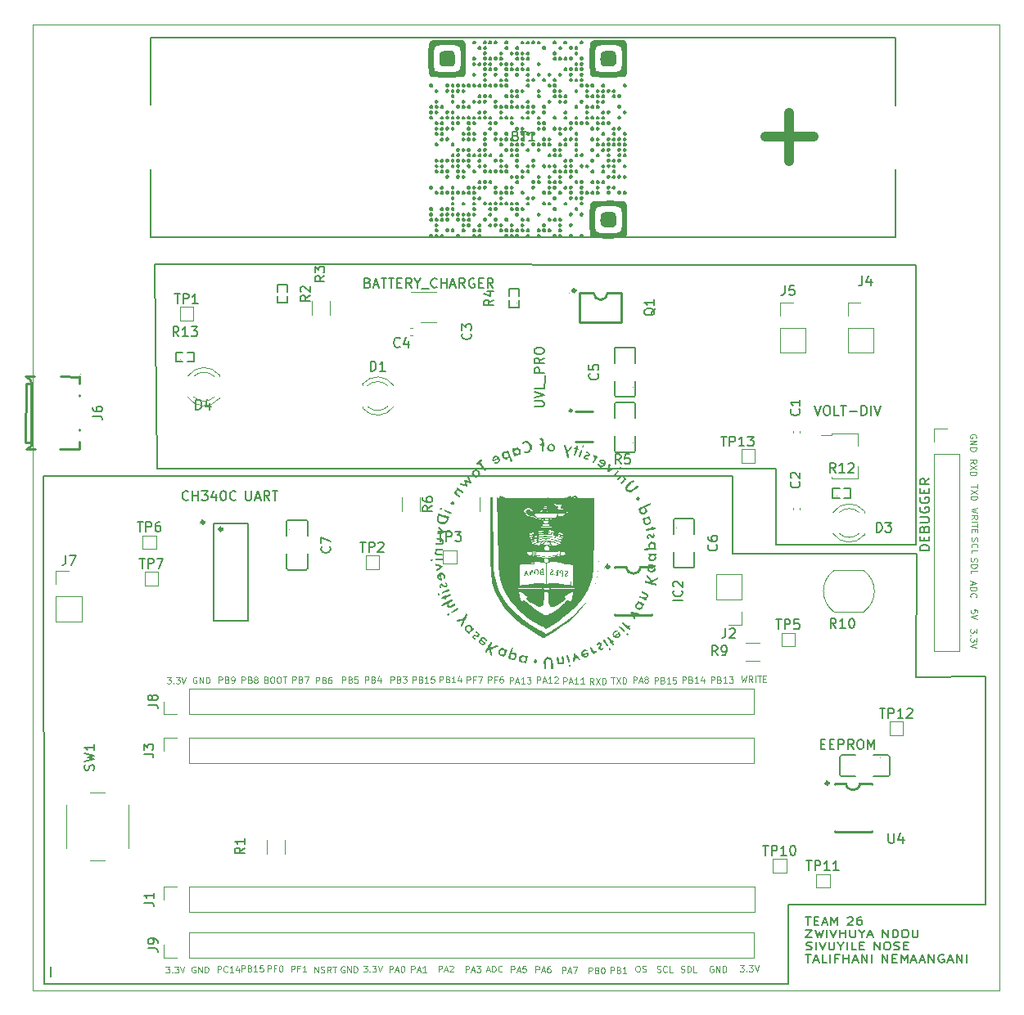
<source format=gm1>
%TF.GenerationSoftware,KiCad,Pcbnew,(7.0.0)*%
%TF.CreationDate,2023-04-03T23:12:33+02:00*%
%TF.ProjectId,Main Schematic,4d61696e-2053-4636-9865-6d617469632e,rev?*%
%TF.SameCoordinates,Original*%
%TF.FileFunction,Profile,NP*%
%FSLAX46Y46*%
G04 Gerber Fmt 4.6, Leading zero omitted, Abs format (unit mm)*
G04 Created by KiCad (PCBNEW (7.0.0)) date 2023-04-03 23:12:33*
%MOMM*%
%LPD*%
G01*
G04 APERTURE LIST*
%TA.AperFunction,Profile*%
%ADD10C,0.100000*%
%TD*%
%ADD11C,0.150000*%
%ADD12C,0.100000*%
%ADD13C,0.120000*%
%ADD14C,0.254000*%
%ADD15C,0.059995*%
%ADD16C,1.000000*%
%ADD17C,0.152400*%
%ADD18C,0.300000*%
G04 APERTURE END LIST*
D10*
X101168000Y-38430000D02*
X201168000Y-38430000D01*
X201168000Y-38430000D02*
X201168000Y-138430000D01*
X201168000Y-138430000D02*
X101168000Y-138430000D01*
X101168000Y-138430000D02*
X101168000Y-38430000D01*
D11*
X134874000Y-85217000D02*
X102290000Y-85150000D01*
X192500000Y-106010000D02*
X199771000Y-105918000D01*
X192659000Y-93218000D02*
X192500000Y-106010000D01*
X102362000Y-137795000D02*
X179324000Y-137795000D01*
X113792000Y-63246000D02*
X114046000Y-84455000D01*
X179324000Y-129540000D02*
X199771000Y-129540000D01*
X178020000Y-84400000D02*
X178030000Y-92330000D01*
X178030000Y-92330000D02*
X192520000Y-92330000D01*
X114046000Y-84455000D02*
X178020000Y-84400000D01*
X199771000Y-129540000D02*
X199771000Y-105918000D01*
X192532000Y-63373000D02*
X113792000Y-63246000D01*
X173609000Y-85217000D02*
X134874000Y-85217000D01*
X103000000Y-136000000D02*
X103000000Y-137000000D01*
X192659000Y-93218000D02*
X173609000Y-93218000D01*
X192532000Y-91313000D02*
X192532000Y-63373000D01*
X102290000Y-85150000D02*
X102362000Y-137795000D01*
X173609000Y-93218000D02*
X173609000Y-85217000D01*
X179324000Y-137795000D02*
X179324000Y-129540000D01*
X192520000Y-92330000D02*
X192532000Y-91313000D01*
D12*
X153334761Y-106618547D02*
X153334761Y-105968547D01*
X153334761Y-105968547D02*
X153582380Y-105968547D01*
X153582380Y-105968547D02*
X153644285Y-105999500D01*
X153644285Y-105999500D02*
X153675238Y-106030452D01*
X153675238Y-106030452D02*
X153706190Y-106092357D01*
X153706190Y-106092357D02*
X153706190Y-106185214D01*
X153706190Y-106185214D02*
X153675238Y-106247119D01*
X153675238Y-106247119D02*
X153644285Y-106278071D01*
X153644285Y-106278071D02*
X153582380Y-106309023D01*
X153582380Y-106309023D02*
X153334761Y-106309023D01*
X153953809Y-106432833D02*
X154263333Y-106432833D01*
X153891904Y-106618547D02*
X154108571Y-105968547D01*
X154108571Y-105968547D02*
X154325238Y-106618547D01*
X154882381Y-106618547D02*
X154510952Y-106618547D01*
X154696666Y-106618547D02*
X154696666Y-105968547D01*
X154696666Y-105968547D02*
X154634762Y-106061404D01*
X154634762Y-106061404D02*
X154572857Y-106123309D01*
X154572857Y-106123309D02*
X154510952Y-106154261D01*
X155130000Y-106030452D02*
X155160952Y-105999500D01*
X155160952Y-105999500D02*
X155222857Y-105968547D01*
X155222857Y-105968547D02*
X155377619Y-105968547D01*
X155377619Y-105968547D02*
X155439524Y-105999500D01*
X155439524Y-105999500D02*
X155470476Y-106030452D01*
X155470476Y-106030452D02*
X155501429Y-106092357D01*
X155501429Y-106092357D02*
X155501429Y-106154261D01*
X155501429Y-106154261D02*
X155470476Y-106247119D01*
X155470476Y-106247119D02*
X155099048Y-106618547D01*
X155099048Y-106618547D02*
X155501429Y-106618547D01*
X130464761Y-106638547D02*
X130464761Y-105988547D01*
X130464761Y-105988547D02*
X130712380Y-105988547D01*
X130712380Y-105988547D02*
X130774285Y-106019500D01*
X130774285Y-106019500D02*
X130805238Y-106050452D01*
X130805238Y-106050452D02*
X130836190Y-106112357D01*
X130836190Y-106112357D02*
X130836190Y-106205214D01*
X130836190Y-106205214D02*
X130805238Y-106267119D01*
X130805238Y-106267119D02*
X130774285Y-106298071D01*
X130774285Y-106298071D02*
X130712380Y-106329023D01*
X130712380Y-106329023D02*
X130464761Y-106329023D01*
X131331428Y-106298071D02*
X131424285Y-106329023D01*
X131424285Y-106329023D02*
X131455238Y-106359976D01*
X131455238Y-106359976D02*
X131486190Y-106421880D01*
X131486190Y-106421880D02*
X131486190Y-106514738D01*
X131486190Y-106514738D02*
X131455238Y-106576642D01*
X131455238Y-106576642D02*
X131424285Y-106607595D01*
X131424285Y-106607595D02*
X131362380Y-106638547D01*
X131362380Y-106638547D02*
X131114761Y-106638547D01*
X131114761Y-106638547D02*
X131114761Y-105988547D01*
X131114761Y-105988547D02*
X131331428Y-105988547D01*
X131331428Y-105988547D02*
X131393333Y-106019500D01*
X131393333Y-106019500D02*
X131424285Y-106050452D01*
X131424285Y-106050452D02*
X131455238Y-106112357D01*
X131455238Y-106112357D02*
X131455238Y-106174261D01*
X131455238Y-106174261D02*
X131424285Y-106236166D01*
X131424285Y-106236166D02*
X131393333Y-106267119D01*
X131393333Y-106267119D02*
X131331428Y-106298071D01*
X131331428Y-106298071D02*
X131114761Y-106298071D01*
X132043333Y-105988547D02*
X131919523Y-105988547D01*
X131919523Y-105988547D02*
X131857619Y-106019500D01*
X131857619Y-106019500D02*
X131826666Y-106050452D01*
X131826666Y-106050452D02*
X131764761Y-106143309D01*
X131764761Y-106143309D02*
X131733809Y-106267119D01*
X131733809Y-106267119D02*
X131733809Y-106514738D01*
X131733809Y-106514738D02*
X131764761Y-106576642D01*
X131764761Y-106576642D02*
X131795714Y-106607595D01*
X131795714Y-106607595D02*
X131857619Y-106638547D01*
X131857619Y-106638547D02*
X131981428Y-106638547D01*
X131981428Y-106638547D02*
X132043333Y-106607595D01*
X132043333Y-106607595D02*
X132074285Y-106576642D01*
X132074285Y-106576642D02*
X132105238Y-106514738D01*
X132105238Y-106514738D02*
X132105238Y-106359976D01*
X132105238Y-106359976D02*
X132074285Y-106298071D01*
X132074285Y-106298071D02*
X132043333Y-106267119D01*
X132043333Y-106267119D02*
X131981428Y-106236166D01*
X131981428Y-106236166D02*
X131857619Y-106236166D01*
X131857619Y-106236166D02*
X131795714Y-106267119D01*
X131795714Y-106267119D02*
X131764761Y-106298071D01*
X131764761Y-106298071D02*
X131733809Y-106359976D01*
X133184761Y-106618547D02*
X133184761Y-105968547D01*
X133184761Y-105968547D02*
X133432380Y-105968547D01*
X133432380Y-105968547D02*
X133494285Y-105999500D01*
X133494285Y-105999500D02*
X133525238Y-106030452D01*
X133525238Y-106030452D02*
X133556190Y-106092357D01*
X133556190Y-106092357D02*
X133556190Y-106185214D01*
X133556190Y-106185214D02*
X133525238Y-106247119D01*
X133525238Y-106247119D02*
X133494285Y-106278071D01*
X133494285Y-106278071D02*
X133432380Y-106309023D01*
X133432380Y-106309023D02*
X133184761Y-106309023D01*
X134051428Y-106278071D02*
X134144285Y-106309023D01*
X134144285Y-106309023D02*
X134175238Y-106339976D01*
X134175238Y-106339976D02*
X134206190Y-106401880D01*
X134206190Y-106401880D02*
X134206190Y-106494738D01*
X134206190Y-106494738D02*
X134175238Y-106556642D01*
X134175238Y-106556642D02*
X134144285Y-106587595D01*
X134144285Y-106587595D02*
X134082380Y-106618547D01*
X134082380Y-106618547D02*
X133834761Y-106618547D01*
X133834761Y-106618547D02*
X133834761Y-105968547D01*
X133834761Y-105968547D02*
X134051428Y-105968547D01*
X134051428Y-105968547D02*
X134113333Y-105999500D01*
X134113333Y-105999500D02*
X134144285Y-106030452D01*
X134144285Y-106030452D02*
X134175238Y-106092357D01*
X134175238Y-106092357D02*
X134175238Y-106154261D01*
X134175238Y-106154261D02*
X134144285Y-106216166D01*
X134144285Y-106216166D02*
X134113333Y-106247119D01*
X134113333Y-106247119D02*
X134051428Y-106278071D01*
X134051428Y-106278071D02*
X133834761Y-106278071D01*
X134794285Y-105968547D02*
X134484761Y-105968547D01*
X134484761Y-105968547D02*
X134453809Y-106278071D01*
X134453809Y-106278071D02*
X134484761Y-106247119D01*
X134484761Y-106247119D02*
X134546666Y-106216166D01*
X134546666Y-106216166D02*
X134701428Y-106216166D01*
X134701428Y-106216166D02*
X134763333Y-106247119D01*
X134763333Y-106247119D02*
X134794285Y-106278071D01*
X134794285Y-106278071D02*
X134825238Y-106339976D01*
X134825238Y-106339976D02*
X134825238Y-106494738D01*
X134825238Y-106494738D02*
X134794285Y-106556642D01*
X134794285Y-106556642D02*
X134763333Y-106587595D01*
X134763333Y-106587595D02*
X134701428Y-106618547D01*
X134701428Y-106618547D02*
X134546666Y-106618547D01*
X134546666Y-106618547D02*
X134484761Y-106587595D01*
X134484761Y-106587595D02*
X134453809Y-106556642D01*
X122804761Y-106605547D02*
X122804761Y-105955547D01*
X122804761Y-105955547D02*
X123052380Y-105955547D01*
X123052380Y-105955547D02*
X123114285Y-105986500D01*
X123114285Y-105986500D02*
X123145238Y-106017452D01*
X123145238Y-106017452D02*
X123176190Y-106079357D01*
X123176190Y-106079357D02*
X123176190Y-106172214D01*
X123176190Y-106172214D02*
X123145238Y-106234119D01*
X123145238Y-106234119D02*
X123114285Y-106265071D01*
X123114285Y-106265071D02*
X123052380Y-106296023D01*
X123052380Y-106296023D02*
X122804761Y-106296023D01*
X123671428Y-106265071D02*
X123764285Y-106296023D01*
X123764285Y-106296023D02*
X123795238Y-106326976D01*
X123795238Y-106326976D02*
X123826190Y-106388880D01*
X123826190Y-106388880D02*
X123826190Y-106481738D01*
X123826190Y-106481738D02*
X123795238Y-106543642D01*
X123795238Y-106543642D02*
X123764285Y-106574595D01*
X123764285Y-106574595D02*
X123702380Y-106605547D01*
X123702380Y-106605547D02*
X123454761Y-106605547D01*
X123454761Y-106605547D02*
X123454761Y-105955547D01*
X123454761Y-105955547D02*
X123671428Y-105955547D01*
X123671428Y-105955547D02*
X123733333Y-105986500D01*
X123733333Y-105986500D02*
X123764285Y-106017452D01*
X123764285Y-106017452D02*
X123795238Y-106079357D01*
X123795238Y-106079357D02*
X123795238Y-106141261D01*
X123795238Y-106141261D02*
X123764285Y-106203166D01*
X123764285Y-106203166D02*
X123733333Y-106234119D01*
X123733333Y-106234119D02*
X123671428Y-106265071D01*
X123671428Y-106265071D02*
X123454761Y-106265071D01*
X124197619Y-106234119D02*
X124135714Y-106203166D01*
X124135714Y-106203166D02*
X124104761Y-106172214D01*
X124104761Y-106172214D02*
X124073809Y-106110309D01*
X124073809Y-106110309D02*
X124073809Y-106079357D01*
X124073809Y-106079357D02*
X124104761Y-106017452D01*
X124104761Y-106017452D02*
X124135714Y-105986500D01*
X124135714Y-105986500D02*
X124197619Y-105955547D01*
X124197619Y-105955547D02*
X124321428Y-105955547D01*
X124321428Y-105955547D02*
X124383333Y-105986500D01*
X124383333Y-105986500D02*
X124414285Y-106017452D01*
X124414285Y-106017452D02*
X124445238Y-106079357D01*
X124445238Y-106079357D02*
X124445238Y-106110309D01*
X124445238Y-106110309D02*
X124414285Y-106172214D01*
X124414285Y-106172214D02*
X124383333Y-106203166D01*
X124383333Y-106203166D02*
X124321428Y-106234119D01*
X124321428Y-106234119D02*
X124197619Y-106234119D01*
X124197619Y-106234119D02*
X124135714Y-106265071D01*
X124135714Y-106265071D02*
X124104761Y-106296023D01*
X124104761Y-106296023D02*
X124073809Y-106357928D01*
X124073809Y-106357928D02*
X124073809Y-106481738D01*
X124073809Y-106481738D02*
X124104761Y-106543642D01*
X124104761Y-106543642D02*
X124135714Y-106574595D01*
X124135714Y-106574595D02*
X124197619Y-106605547D01*
X124197619Y-106605547D02*
X124321428Y-106605547D01*
X124321428Y-106605547D02*
X124383333Y-106574595D01*
X124383333Y-106574595D02*
X124414285Y-106543642D01*
X124414285Y-106543642D02*
X124445238Y-106481738D01*
X124445238Y-106481738D02*
X124445238Y-106357928D01*
X124445238Y-106357928D02*
X124414285Y-106296023D01*
X124414285Y-106296023D02*
X124383333Y-106265071D01*
X124383333Y-106265071D02*
X124321428Y-106234119D01*
X158684761Y-136698547D02*
X158684761Y-136048547D01*
X158684761Y-136048547D02*
X158932380Y-136048547D01*
X158932380Y-136048547D02*
X158994285Y-136079500D01*
X158994285Y-136079500D02*
X159025238Y-136110452D01*
X159025238Y-136110452D02*
X159056190Y-136172357D01*
X159056190Y-136172357D02*
X159056190Y-136265214D01*
X159056190Y-136265214D02*
X159025238Y-136327119D01*
X159025238Y-136327119D02*
X158994285Y-136358071D01*
X158994285Y-136358071D02*
X158932380Y-136389023D01*
X158932380Y-136389023D02*
X158684761Y-136389023D01*
X159551428Y-136358071D02*
X159644285Y-136389023D01*
X159644285Y-136389023D02*
X159675238Y-136419976D01*
X159675238Y-136419976D02*
X159706190Y-136481880D01*
X159706190Y-136481880D02*
X159706190Y-136574738D01*
X159706190Y-136574738D02*
X159675238Y-136636642D01*
X159675238Y-136636642D02*
X159644285Y-136667595D01*
X159644285Y-136667595D02*
X159582380Y-136698547D01*
X159582380Y-136698547D02*
X159334761Y-136698547D01*
X159334761Y-136698547D02*
X159334761Y-136048547D01*
X159334761Y-136048547D02*
X159551428Y-136048547D01*
X159551428Y-136048547D02*
X159613333Y-136079500D01*
X159613333Y-136079500D02*
X159644285Y-136110452D01*
X159644285Y-136110452D02*
X159675238Y-136172357D01*
X159675238Y-136172357D02*
X159675238Y-136234261D01*
X159675238Y-136234261D02*
X159644285Y-136296166D01*
X159644285Y-136296166D02*
X159613333Y-136327119D01*
X159613333Y-136327119D02*
X159551428Y-136358071D01*
X159551428Y-136358071D02*
X159334761Y-136358071D01*
X160108571Y-136048547D02*
X160170476Y-136048547D01*
X160170476Y-136048547D02*
X160232380Y-136079500D01*
X160232380Y-136079500D02*
X160263333Y-136110452D01*
X160263333Y-136110452D02*
X160294285Y-136172357D01*
X160294285Y-136172357D02*
X160325238Y-136296166D01*
X160325238Y-136296166D02*
X160325238Y-136450928D01*
X160325238Y-136450928D02*
X160294285Y-136574738D01*
X160294285Y-136574738D02*
X160263333Y-136636642D01*
X160263333Y-136636642D02*
X160232380Y-136667595D01*
X160232380Y-136667595D02*
X160170476Y-136698547D01*
X160170476Y-136698547D02*
X160108571Y-136698547D01*
X160108571Y-136698547D02*
X160046666Y-136667595D01*
X160046666Y-136667595D02*
X160015714Y-136636642D01*
X160015714Y-136636642D02*
X159984761Y-136574738D01*
X159984761Y-136574738D02*
X159953809Y-136450928D01*
X159953809Y-136450928D02*
X159953809Y-136296166D01*
X159953809Y-136296166D02*
X159984761Y-136172357D01*
X159984761Y-136172357D02*
X160015714Y-136110452D01*
X160015714Y-136110452D02*
X160046666Y-136079500D01*
X160046666Y-136079500D02*
X160108571Y-136048547D01*
X198861452Y-99354285D02*
X198861452Y-99044761D01*
X198861452Y-99044761D02*
X198551928Y-99013809D01*
X198551928Y-99013809D02*
X198582880Y-99044761D01*
X198582880Y-99044761D02*
X198613833Y-99106666D01*
X198613833Y-99106666D02*
X198613833Y-99261428D01*
X198613833Y-99261428D02*
X198582880Y-99323333D01*
X198582880Y-99323333D02*
X198551928Y-99354285D01*
X198551928Y-99354285D02*
X198490023Y-99385238D01*
X198490023Y-99385238D02*
X198335261Y-99385238D01*
X198335261Y-99385238D02*
X198273357Y-99354285D01*
X198273357Y-99354285D02*
X198242404Y-99323333D01*
X198242404Y-99323333D02*
X198211452Y-99261428D01*
X198211452Y-99261428D02*
X198211452Y-99106666D01*
X198211452Y-99106666D02*
X198242404Y-99044761D01*
X198242404Y-99044761D02*
X198273357Y-99013809D01*
X198861452Y-99570952D02*
X198211452Y-99787619D01*
X198211452Y-99787619D02*
X198861452Y-100004286D01*
X125341428Y-106268071D02*
X125434285Y-106299023D01*
X125434285Y-106299023D02*
X125465238Y-106329976D01*
X125465238Y-106329976D02*
X125496190Y-106391880D01*
X125496190Y-106391880D02*
X125496190Y-106484738D01*
X125496190Y-106484738D02*
X125465238Y-106546642D01*
X125465238Y-106546642D02*
X125434285Y-106577595D01*
X125434285Y-106577595D02*
X125372380Y-106608547D01*
X125372380Y-106608547D02*
X125124761Y-106608547D01*
X125124761Y-106608547D02*
X125124761Y-105958547D01*
X125124761Y-105958547D02*
X125341428Y-105958547D01*
X125341428Y-105958547D02*
X125403333Y-105989500D01*
X125403333Y-105989500D02*
X125434285Y-106020452D01*
X125434285Y-106020452D02*
X125465238Y-106082357D01*
X125465238Y-106082357D02*
X125465238Y-106144261D01*
X125465238Y-106144261D02*
X125434285Y-106206166D01*
X125434285Y-106206166D02*
X125403333Y-106237119D01*
X125403333Y-106237119D02*
X125341428Y-106268071D01*
X125341428Y-106268071D02*
X125124761Y-106268071D01*
X125898571Y-105958547D02*
X126022380Y-105958547D01*
X126022380Y-105958547D02*
X126084285Y-105989500D01*
X126084285Y-105989500D02*
X126146190Y-106051404D01*
X126146190Y-106051404D02*
X126177142Y-106175214D01*
X126177142Y-106175214D02*
X126177142Y-106391880D01*
X126177142Y-106391880D02*
X126146190Y-106515690D01*
X126146190Y-106515690D02*
X126084285Y-106577595D01*
X126084285Y-106577595D02*
X126022380Y-106608547D01*
X126022380Y-106608547D02*
X125898571Y-106608547D01*
X125898571Y-106608547D02*
X125836666Y-106577595D01*
X125836666Y-106577595D02*
X125774761Y-106515690D01*
X125774761Y-106515690D02*
X125743809Y-106391880D01*
X125743809Y-106391880D02*
X125743809Y-106175214D01*
X125743809Y-106175214D02*
X125774761Y-106051404D01*
X125774761Y-106051404D02*
X125836666Y-105989500D01*
X125836666Y-105989500D02*
X125898571Y-105958547D01*
X126579523Y-105958547D02*
X126703332Y-105958547D01*
X126703332Y-105958547D02*
X126765237Y-105989500D01*
X126765237Y-105989500D02*
X126827142Y-106051404D01*
X126827142Y-106051404D02*
X126858094Y-106175214D01*
X126858094Y-106175214D02*
X126858094Y-106391880D01*
X126858094Y-106391880D02*
X126827142Y-106515690D01*
X126827142Y-106515690D02*
X126765237Y-106577595D01*
X126765237Y-106577595D02*
X126703332Y-106608547D01*
X126703332Y-106608547D02*
X126579523Y-106608547D01*
X126579523Y-106608547D02*
X126517618Y-106577595D01*
X126517618Y-106577595D02*
X126455713Y-106515690D01*
X126455713Y-106515690D02*
X126424761Y-106391880D01*
X126424761Y-106391880D02*
X126424761Y-106175214D01*
X126424761Y-106175214D02*
X126455713Y-106051404D01*
X126455713Y-106051404D02*
X126517618Y-105989500D01*
X126517618Y-105989500D02*
X126579523Y-105958547D01*
X127043808Y-105958547D02*
X127415237Y-105958547D01*
X127229523Y-106608547D02*
X127229523Y-105958547D01*
X130334761Y-136598547D02*
X130334761Y-135948547D01*
X130334761Y-135948547D02*
X130706190Y-136598547D01*
X130706190Y-136598547D02*
X130706190Y-135948547D01*
X130984761Y-136567595D02*
X131077618Y-136598547D01*
X131077618Y-136598547D02*
X131232380Y-136598547D01*
X131232380Y-136598547D02*
X131294285Y-136567595D01*
X131294285Y-136567595D02*
X131325237Y-136536642D01*
X131325237Y-136536642D02*
X131356190Y-136474738D01*
X131356190Y-136474738D02*
X131356190Y-136412833D01*
X131356190Y-136412833D02*
X131325237Y-136350928D01*
X131325237Y-136350928D02*
X131294285Y-136319976D01*
X131294285Y-136319976D02*
X131232380Y-136289023D01*
X131232380Y-136289023D02*
X131108571Y-136258071D01*
X131108571Y-136258071D02*
X131046666Y-136227119D01*
X131046666Y-136227119D02*
X131015713Y-136196166D01*
X131015713Y-136196166D02*
X130984761Y-136134261D01*
X130984761Y-136134261D02*
X130984761Y-136072357D01*
X130984761Y-136072357D02*
X131015713Y-136010452D01*
X131015713Y-136010452D02*
X131046666Y-135979500D01*
X131046666Y-135979500D02*
X131108571Y-135948547D01*
X131108571Y-135948547D02*
X131263332Y-135948547D01*
X131263332Y-135948547D02*
X131356190Y-135979500D01*
X132006190Y-136598547D02*
X131789523Y-136289023D01*
X131634761Y-136598547D02*
X131634761Y-135948547D01*
X131634761Y-135948547D02*
X131882380Y-135948547D01*
X131882380Y-135948547D02*
X131944285Y-135979500D01*
X131944285Y-135979500D02*
X131975238Y-136010452D01*
X131975238Y-136010452D02*
X132006190Y-136072357D01*
X132006190Y-136072357D02*
X132006190Y-136165214D01*
X132006190Y-136165214D02*
X131975238Y-136227119D01*
X131975238Y-136227119D02*
X131944285Y-136258071D01*
X131944285Y-136258071D02*
X131882380Y-136289023D01*
X131882380Y-136289023D02*
X131634761Y-136289023D01*
X132191904Y-135948547D02*
X132563333Y-135948547D01*
X132377619Y-136598547D02*
X132377619Y-135948547D01*
X198242404Y-93693809D02*
X198211452Y-93786666D01*
X198211452Y-93786666D02*
X198211452Y-93941428D01*
X198211452Y-93941428D02*
X198242404Y-94003333D01*
X198242404Y-94003333D02*
X198273357Y-94034285D01*
X198273357Y-94034285D02*
X198335261Y-94065238D01*
X198335261Y-94065238D02*
X198397166Y-94065238D01*
X198397166Y-94065238D02*
X198459071Y-94034285D01*
X198459071Y-94034285D02*
X198490023Y-94003333D01*
X198490023Y-94003333D02*
X198520976Y-93941428D01*
X198520976Y-93941428D02*
X198551928Y-93817619D01*
X198551928Y-93817619D02*
X198582880Y-93755714D01*
X198582880Y-93755714D02*
X198613833Y-93724761D01*
X198613833Y-93724761D02*
X198675738Y-93693809D01*
X198675738Y-93693809D02*
X198737642Y-93693809D01*
X198737642Y-93693809D02*
X198799547Y-93724761D01*
X198799547Y-93724761D02*
X198830500Y-93755714D01*
X198830500Y-93755714D02*
X198861452Y-93817619D01*
X198861452Y-93817619D02*
X198861452Y-93972380D01*
X198861452Y-93972380D02*
X198830500Y-94065238D01*
X198211452Y-94343809D02*
X198861452Y-94343809D01*
X198861452Y-94343809D02*
X198861452Y-94498571D01*
X198861452Y-94498571D02*
X198830500Y-94591428D01*
X198830500Y-94591428D02*
X198768595Y-94653333D01*
X198768595Y-94653333D02*
X198706690Y-94684286D01*
X198706690Y-94684286D02*
X198582880Y-94715238D01*
X198582880Y-94715238D02*
X198490023Y-94715238D01*
X198490023Y-94715238D02*
X198366214Y-94684286D01*
X198366214Y-94684286D02*
X198304309Y-94653333D01*
X198304309Y-94653333D02*
X198242404Y-94591428D01*
X198242404Y-94591428D02*
X198211452Y-94498571D01*
X198211452Y-94498571D02*
X198211452Y-94343809D01*
X198211452Y-95303333D02*
X198211452Y-94993809D01*
X198211452Y-94993809D02*
X198861452Y-94993809D01*
X120424761Y-106598547D02*
X120424761Y-105948547D01*
X120424761Y-105948547D02*
X120672380Y-105948547D01*
X120672380Y-105948547D02*
X120734285Y-105979500D01*
X120734285Y-105979500D02*
X120765238Y-106010452D01*
X120765238Y-106010452D02*
X120796190Y-106072357D01*
X120796190Y-106072357D02*
X120796190Y-106165214D01*
X120796190Y-106165214D02*
X120765238Y-106227119D01*
X120765238Y-106227119D02*
X120734285Y-106258071D01*
X120734285Y-106258071D02*
X120672380Y-106289023D01*
X120672380Y-106289023D02*
X120424761Y-106289023D01*
X121291428Y-106258071D02*
X121384285Y-106289023D01*
X121384285Y-106289023D02*
X121415238Y-106319976D01*
X121415238Y-106319976D02*
X121446190Y-106381880D01*
X121446190Y-106381880D02*
X121446190Y-106474738D01*
X121446190Y-106474738D02*
X121415238Y-106536642D01*
X121415238Y-106536642D02*
X121384285Y-106567595D01*
X121384285Y-106567595D02*
X121322380Y-106598547D01*
X121322380Y-106598547D02*
X121074761Y-106598547D01*
X121074761Y-106598547D02*
X121074761Y-105948547D01*
X121074761Y-105948547D02*
X121291428Y-105948547D01*
X121291428Y-105948547D02*
X121353333Y-105979500D01*
X121353333Y-105979500D02*
X121384285Y-106010452D01*
X121384285Y-106010452D02*
X121415238Y-106072357D01*
X121415238Y-106072357D02*
X121415238Y-106134261D01*
X121415238Y-106134261D02*
X121384285Y-106196166D01*
X121384285Y-106196166D02*
X121353333Y-106227119D01*
X121353333Y-106227119D02*
X121291428Y-106258071D01*
X121291428Y-106258071D02*
X121074761Y-106258071D01*
X121755714Y-106598547D02*
X121879523Y-106598547D01*
X121879523Y-106598547D02*
X121941428Y-106567595D01*
X121941428Y-106567595D02*
X121972380Y-106536642D01*
X121972380Y-106536642D02*
X122034285Y-106443785D01*
X122034285Y-106443785D02*
X122065238Y-106319976D01*
X122065238Y-106319976D02*
X122065238Y-106072357D01*
X122065238Y-106072357D02*
X122034285Y-106010452D01*
X122034285Y-106010452D02*
X122003333Y-105979500D01*
X122003333Y-105979500D02*
X121941428Y-105948547D01*
X121941428Y-105948547D02*
X121817619Y-105948547D01*
X121817619Y-105948547D02*
X121755714Y-105979500D01*
X121755714Y-105979500D02*
X121724761Y-106010452D01*
X121724761Y-106010452D02*
X121693809Y-106072357D01*
X121693809Y-106072357D02*
X121693809Y-106227119D01*
X121693809Y-106227119D02*
X121724761Y-106289023D01*
X121724761Y-106289023D02*
X121755714Y-106319976D01*
X121755714Y-106319976D02*
X121817619Y-106350928D01*
X121817619Y-106350928D02*
X121941428Y-106350928D01*
X121941428Y-106350928D02*
X122003333Y-106319976D01*
X122003333Y-106319976D02*
X122034285Y-106289023D01*
X122034285Y-106289023D02*
X122065238Y-106227119D01*
X120294761Y-136558547D02*
X120294761Y-135908547D01*
X120294761Y-135908547D02*
X120542380Y-135908547D01*
X120542380Y-135908547D02*
X120604285Y-135939500D01*
X120604285Y-135939500D02*
X120635238Y-135970452D01*
X120635238Y-135970452D02*
X120666190Y-136032357D01*
X120666190Y-136032357D02*
X120666190Y-136125214D01*
X120666190Y-136125214D02*
X120635238Y-136187119D01*
X120635238Y-136187119D02*
X120604285Y-136218071D01*
X120604285Y-136218071D02*
X120542380Y-136249023D01*
X120542380Y-136249023D02*
X120294761Y-136249023D01*
X121316190Y-136496642D02*
X121285238Y-136527595D01*
X121285238Y-136527595D02*
X121192380Y-136558547D01*
X121192380Y-136558547D02*
X121130476Y-136558547D01*
X121130476Y-136558547D02*
X121037619Y-136527595D01*
X121037619Y-136527595D02*
X120975714Y-136465690D01*
X120975714Y-136465690D02*
X120944761Y-136403785D01*
X120944761Y-136403785D02*
X120913809Y-136279976D01*
X120913809Y-136279976D02*
X120913809Y-136187119D01*
X120913809Y-136187119D02*
X120944761Y-136063309D01*
X120944761Y-136063309D02*
X120975714Y-136001404D01*
X120975714Y-136001404D02*
X121037619Y-135939500D01*
X121037619Y-135939500D02*
X121130476Y-135908547D01*
X121130476Y-135908547D02*
X121192380Y-135908547D01*
X121192380Y-135908547D02*
X121285238Y-135939500D01*
X121285238Y-135939500D02*
X121316190Y-135970452D01*
X121935238Y-136558547D02*
X121563809Y-136558547D01*
X121749523Y-136558547D02*
X121749523Y-135908547D01*
X121749523Y-135908547D02*
X121687619Y-136001404D01*
X121687619Y-136001404D02*
X121625714Y-136063309D01*
X121625714Y-136063309D02*
X121563809Y-136094261D01*
X122492381Y-136125214D02*
X122492381Y-136558547D01*
X122337619Y-135877595D02*
X122182857Y-136341880D01*
X122182857Y-136341880D02*
X122585238Y-136341880D01*
X171555238Y-135939500D02*
X171493333Y-135908547D01*
X171493333Y-135908547D02*
X171400476Y-135908547D01*
X171400476Y-135908547D02*
X171307619Y-135939500D01*
X171307619Y-135939500D02*
X171245714Y-136001404D01*
X171245714Y-136001404D02*
X171214761Y-136063309D01*
X171214761Y-136063309D02*
X171183809Y-136187119D01*
X171183809Y-136187119D02*
X171183809Y-136279976D01*
X171183809Y-136279976D02*
X171214761Y-136403785D01*
X171214761Y-136403785D02*
X171245714Y-136465690D01*
X171245714Y-136465690D02*
X171307619Y-136527595D01*
X171307619Y-136527595D02*
X171400476Y-136558547D01*
X171400476Y-136558547D02*
X171462380Y-136558547D01*
X171462380Y-136558547D02*
X171555238Y-136527595D01*
X171555238Y-136527595D02*
X171586190Y-136496642D01*
X171586190Y-136496642D02*
X171586190Y-136279976D01*
X171586190Y-136279976D02*
X171462380Y-136279976D01*
X171864761Y-136558547D02*
X171864761Y-135908547D01*
X171864761Y-135908547D02*
X172236190Y-136558547D01*
X172236190Y-136558547D02*
X172236190Y-135908547D01*
X172545713Y-136558547D02*
X172545713Y-135908547D01*
X172545713Y-135908547D02*
X172700475Y-135908547D01*
X172700475Y-135908547D02*
X172793332Y-135939500D01*
X172793332Y-135939500D02*
X172855237Y-136001404D01*
X172855237Y-136001404D02*
X172886190Y-136063309D01*
X172886190Y-136063309D02*
X172917142Y-136187119D01*
X172917142Y-136187119D02*
X172917142Y-136279976D01*
X172917142Y-136279976D02*
X172886190Y-136403785D01*
X172886190Y-136403785D02*
X172855237Y-136465690D01*
X172855237Y-136465690D02*
X172793332Y-136527595D01*
X172793332Y-136527595D02*
X172700475Y-136558547D01*
X172700475Y-136558547D02*
X172545713Y-136558547D01*
X117985238Y-135979500D02*
X117923333Y-135948547D01*
X117923333Y-135948547D02*
X117830476Y-135948547D01*
X117830476Y-135948547D02*
X117737619Y-135979500D01*
X117737619Y-135979500D02*
X117675714Y-136041404D01*
X117675714Y-136041404D02*
X117644761Y-136103309D01*
X117644761Y-136103309D02*
X117613809Y-136227119D01*
X117613809Y-136227119D02*
X117613809Y-136319976D01*
X117613809Y-136319976D02*
X117644761Y-136443785D01*
X117644761Y-136443785D02*
X117675714Y-136505690D01*
X117675714Y-136505690D02*
X117737619Y-136567595D01*
X117737619Y-136567595D02*
X117830476Y-136598547D01*
X117830476Y-136598547D02*
X117892380Y-136598547D01*
X117892380Y-136598547D02*
X117985238Y-136567595D01*
X117985238Y-136567595D02*
X118016190Y-136536642D01*
X118016190Y-136536642D02*
X118016190Y-136319976D01*
X118016190Y-136319976D02*
X117892380Y-136319976D01*
X118294761Y-136598547D02*
X118294761Y-135948547D01*
X118294761Y-135948547D02*
X118666190Y-136598547D01*
X118666190Y-136598547D02*
X118666190Y-135948547D01*
X118975713Y-136598547D02*
X118975713Y-135948547D01*
X118975713Y-135948547D02*
X119130475Y-135948547D01*
X119130475Y-135948547D02*
X119223332Y-135979500D01*
X119223332Y-135979500D02*
X119285237Y-136041404D01*
X119285237Y-136041404D02*
X119316190Y-136103309D01*
X119316190Y-136103309D02*
X119347142Y-136227119D01*
X119347142Y-136227119D02*
X119347142Y-136319976D01*
X119347142Y-136319976D02*
X119316190Y-136443785D01*
X119316190Y-136443785D02*
X119285237Y-136505690D01*
X119285237Y-136505690D02*
X119223332Y-136567595D01*
X119223332Y-136567595D02*
X119130475Y-136598547D01*
X119130475Y-136598547D02*
X118975713Y-136598547D01*
X135362857Y-135878547D02*
X135765238Y-135878547D01*
X135765238Y-135878547D02*
X135548571Y-136126166D01*
X135548571Y-136126166D02*
X135641428Y-136126166D01*
X135641428Y-136126166D02*
X135703333Y-136157119D01*
X135703333Y-136157119D02*
X135734285Y-136188071D01*
X135734285Y-136188071D02*
X135765238Y-136249976D01*
X135765238Y-136249976D02*
X135765238Y-136404738D01*
X135765238Y-136404738D02*
X135734285Y-136466642D01*
X135734285Y-136466642D02*
X135703333Y-136497595D01*
X135703333Y-136497595D02*
X135641428Y-136528547D01*
X135641428Y-136528547D02*
X135455714Y-136528547D01*
X135455714Y-136528547D02*
X135393809Y-136497595D01*
X135393809Y-136497595D02*
X135362857Y-136466642D01*
X136043809Y-136466642D02*
X136074762Y-136497595D01*
X136074762Y-136497595D02*
X136043809Y-136528547D01*
X136043809Y-136528547D02*
X136012857Y-136497595D01*
X136012857Y-136497595D02*
X136043809Y-136466642D01*
X136043809Y-136466642D02*
X136043809Y-136528547D01*
X136291429Y-135878547D02*
X136693810Y-135878547D01*
X136693810Y-135878547D02*
X136477143Y-136126166D01*
X136477143Y-136126166D02*
X136570000Y-136126166D01*
X136570000Y-136126166D02*
X136631905Y-136157119D01*
X136631905Y-136157119D02*
X136662857Y-136188071D01*
X136662857Y-136188071D02*
X136693810Y-136249976D01*
X136693810Y-136249976D02*
X136693810Y-136404738D01*
X136693810Y-136404738D02*
X136662857Y-136466642D01*
X136662857Y-136466642D02*
X136631905Y-136497595D01*
X136631905Y-136497595D02*
X136570000Y-136528547D01*
X136570000Y-136528547D02*
X136384286Y-136528547D01*
X136384286Y-136528547D02*
X136322381Y-136497595D01*
X136322381Y-136497595D02*
X136291429Y-136466642D01*
X136879524Y-135878547D02*
X137096191Y-136528547D01*
X137096191Y-136528547D02*
X137312858Y-135878547D01*
X168384761Y-106598547D02*
X168384761Y-105948547D01*
X168384761Y-105948547D02*
X168632380Y-105948547D01*
X168632380Y-105948547D02*
X168694285Y-105979500D01*
X168694285Y-105979500D02*
X168725238Y-106010452D01*
X168725238Y-106010452D02*
X168756190Y-106072357D01*
X168756190Y-106072357D02*
X168756190Y-106165214D01*
X168756190Y-106165214D02*
X168725238Y-106227119D01*
X168725238Y-106227119D02*
X168694285Y-106258071D01*
X168694285Y-106258071D02*
X168632380Y-106289023D01*
X168632380Y-106289023D02*
X168384761Y-106289023D01*
X169251428Y-106258071D02*
X169344285Y-106289023D01*
X169344285Y-106289023D02*
X169375238Y-106319976D01*
X169375238Y-106319976D02*
X169406190Y-106381880D01*
X169406190Y-106381880D02*
X169406190Y-106474738D01*
X169406190Y-106474738D02*
X169375238Y-106536642D01*
X169375238Y-106536642D02*
X169344285Y-106567595D01*
X169344285Y-106567595D02*
X169282380Y-106598547D01*
X169282380Y-106598547D02*
X169034761Y-106598547D01*
X169034761Y-106598547D02*
X169034761Y-105948547D01*
X169034761Y-105948547D02*
X169251428Y-105948547D01*
X169251428Y-105948547D02*
X169313333Y-105979500D01*
X169313333Y-105979500D02*
X169344285Y-106010452D01*
X169344285Y-106010452D02*
X169375238Y-106072357D01*
X169375238Y-106072357D02*
X169375238Y-106134261D01*
X169375238Y-106134261D02*
X169344285Y-106196166D01*
X169344285Y-106196166D02*
X169313333Y-106227119D01*
X169313333Y-106227119D02*
X169251428Y-106258071D01*
X169251428Y-106258071D02*
X169034761Y-106258071D01*
X170025238Y-106598547D02*
X169653809Y-106598547D01*
X169839523Y-106598547D02*
X169839523Y-105948547D01*
X169839523Y-105948547D02*
X169777619Y-106041404D01*
X169777619Y-106041404D02*
X169715714Y-106103309D01*
X169715714Y-106103309D02*
X169653809Y-106134261D01*
X170582381Y-106165214D02*
X170582381Y-106598547D01*
X170427619Y-105917595D02*
X170272857Y-106381880D01*
X170272857Y-106381880D02*
X170675238Y-106381880D01*
X118115238Y-106019500D02*
X118053333Y-105988547D01*
X118053333Y-105988547D02*
X117960476Y-105988547D01*
X117960476Y-105988547D02*
X117867619Y-106019500D01*
X117867619Y-106019500D02*
X117805714Y-106081404D01*
X117805714Y-106081404D02*
X117774761Y-106143309D01*
X117774761Y-106143309D02*
X117743809Y-106267119D01*
X117743809Y-106267119D02*
X117743809Y-106359976D01*
X117743809Y-106359976D02*
X117774761Y-106483785D01*
X117774761Y-106483785D02*
X117805714Y-106545690D01*
X117805714Y-106545690D02*
X117867619Y-106607595D01*
X117867619Y-106607595D02*
X117960476Y-106638547D01*
X117960476Y-106638547D02*
X118022380Y-106638547D01*
X118022380Y-106638547D02*
X118115238Y-106607595D01*
X118115238Y-106607595D02*
X118146190Y-106576642D01*
X118146190Y-106576642D02*
X118146190Y-106359976D01*
X118146190Y-106359976D02*
X118022380Y-106359976D01*
X118424761Y-106638547D02*
X118424761Y-105988547D01*
X118424761Y-105988547D02*
X118796190Y-106638547D01*
X118796190Y-106638547D02*
X118796190Y-105988547D01*
X119105713Y-106638547D02*
X119105713Y-105988547D01*
X119105713Y-105988547D02*
X119260475Y-105988547D01*
X119260475Y-105988547D02*
X119353332Y-106019500D01*
X119353332Y-106019500D02*
X119415237Y-106081404D01*
X119415237Y-106081404D02*
X119446190Y-106143309D01*
X119446190Y-106143309D02*
X119477142Y-106267119D01*
X119477142Y-106267119D02*
X119477142Y-106359976D01*
X119477142Y-106359976D02*
X119446190Y-106483785D01*
X119446190Y-106483785D02*
X119415237Y-106545690D01*
X119415237Y-106545690D02*
X119353332Y-106607595D01*
X119353332Y-106607595D02*
X119260475Y-106638547D01*
X119260475Y-106638547D02*
X119105713Y-106638547D01*
X155924761Y-136692019D02*
X155924761Y-136012019D01*
X155924761Y-136012019D02*
X156172380Y-136012019D01*
X156172380Y-136012019D02*
X156234285Y-136044400D01*
X156234285Y-136044400D02*
X156265238Y-136076780D01*
X156265238Y-136076780D02*
X156296190Y-136141542D01*
X156296190Y-136141542D02*
X156296190Y-136238685D01*
X156296190Y-136238685D02*
X156265238Y-136303447D01*
X156265238Y-136303447D02*
X156234285Y-136335828D01*
X156234285Y-136335828D02*
X156172380Y-136368209D01*
X156172380Y-136368209D02*
X155924761Y-136368209D01*
X156543809Y-136497733D02*
X156853333Y-136497733D01*
X156481904Y-136692019D02*
X156698571Y-136012019D01*
X156698571Y-136012019D02*
X156915238Y-136692019D01*
X157070000Y-136012019D02*
X157503333Y-136012019D01*
X157503333Y-136012019D02*
X157224762Y-136692019D01*
X138064761Y-136538547D02*
X138064761Y-135888547D01*
X138064761Y-135888547D02*
X138312380Y-135888547D01*
X138312380Y-135888547D02*
X138374285Y-135919500D01*
X138374285Y-135919500D02*
X138405238Y-135950452D01*
X138405238Y-135950452D02*
X138436190Y-136012357D01*
X138436190Y-136012357D02*
X138436190Y-136105214D01*
X138436190Y-136105214D02*
X138405238Y-136167119D01*
X138405238Y-136167119D02*
X138374285Y-136198071D01*
X138374285Y-136198071D02*
X138312380Y-136229023D01*
X138312380Y-136229023D02*
X138064761Y-136229023D01*
X138683809Y-136352833D02*
X138993333Y-136352833D01*
X138621904Y-136538547D02*
X138838571Y-135888547D01*
X138838571Y-135888547D02*
X139055238Y-136538547D01*
X139395714Y-135888547D02*
X139457619Y-135888547D01*
X139457619Y-135888547D02*
X139519523Y-135919500D01*
X139519523Y-135919500D02*
X139550476Y-135950452D01*
X139550476Y-135950452D02*
X139581428Y-136012357D01*
X139581428Y-136012357D02*
X139612381Y-136136166D01*
X139612381Y-136136166D02*
X139612381Y-136290928D01*
X139612381Y-136290928D02*
X139581428Y-136414738D01*
X139581428Y-136414738D02*
X139550476Y-136476642D01*
X139550476Y-136476642D02*
X139519523Y-136507595D01*
X139519523Y-136507595D02*
X139457619Y-136538547D01*
X139457619Y-136538547D02*
X139395714Y-136538547D01*
X139395714Y-136538547D02*
X139333809Y-136507595D01*
X139333809Y-136507595D02*
X139302857Y-136476642D01*
X139302857Y-136476642D02*
X139271904Y-136414738D01*
X139271904Y-136414738D02*
X139240952Y-136290928D01*
X139240952Y-136290928D02*
X139240952Y-136136166D01*
X139240952Y-136136166D02*
X139271904Y-136012357D01*
X139271904Y-136012357D02*
X139302857Y-135950452D01*
X139302857Y-135950452D02*
X139333809Y-135919500D01*
X139333809Y-135919500D02*
X139395714Y-135888547D01*
X174332857Y-135838547D02*
X174735238Y-135838547D01*
X174735238Y-135838547D02*
X174518571Y-136086166D01*
X174518571Y-136086166D02*
X174611428Y-136086166D01*
X174611428Y-136086166D02*
X174673333Y-136117119D01*
X174673333Y-136117119D02*
X174704285Y-136148071D01*
X174704285Y-136148071D02*
X174735238Y-136209976D01*
X174735238Y-136209976D02*
X174735238Y-136364738D01*
X174735238Y-136364738D02*
X174704285Y-136426642D01*
X174704285Y-136426642D02*
X174673333Y-136457595D01*
X174673333Y-136457595D02*
X174611428Y-136488547D01*
X174611428Y-136488547D02*
X174425714Y-136488547D01*
X174425714Y-136488547D02*
X174363809Y-136457595D01*
X174363809Y-136457595D02*
X174332857Y-136426642D01*
X175013809Y-136426642D02*
X175044762Y-136457595D01*
X175044762Y-136457595D02*
X175013809Y-136488547D01*
X175013809Y-136488547D02*
X174982857Y-136457595D01*
X174982857Y-136457595D02*
X175013809Y-136426642D01*
X175013809Y-136426642D02*
X175013809Y-136488547D01*
X175261429Y-135838547D02*
X175663810Y-135838547D01*
X175663810Y-135838547D02*
X175447143Y-136086166D01*
X175447143Y-136086166D02*
X175540000Y-136086166D01*
X175540000Y-136086166D02*
X175601905Y-136117119D01*
X175601905Y-136117119D02*
X175632857Y-136148071D01*
X175632857Y-136148071D02*
X175663810Y-136209976D01*
X175663810Y-136209976D02*
X175663810Y-136364738D01*
X175663810Y-136364738D02*
X175632857Y-136426642D01*
X175632857Y-136426642D02*
X175601905Y-136457595D01*
X175601905Y-136457595D02*
X175540000Y-136488547D01*
X175540000Y-136488547D02*
X175354286Y-136488547D01*
X175354286Y-136488547D02*
X175292381Y-136457595D01*
X175292381Y-136457595D02*
X175261429Y-136426642D01*
X175849524Y-135838547D02*
X176066191Y-136488547D01*
X176066191Y-136488547D02*
X176282858Y-135838547D01*
X156054761Y-106732019D02*
X156054761Y-106052019D01*
X156054761Y-106052019D02*
X156302380Y-106052019D01*
X156302380Y-106052019D02*
X156364285Y-106084400D01*
X156364285Y-106084400D02*
X156395238Y-106116780D01*
X156395238Y-106116780D02*
X156426190Y-106181542D01*
X156426190Y-106181542D02*
X156426190Y-106278685D01*
X156426190Y-106278685D02*
X156395238Y-106343447D01*
X156395238Y-106343447D02*
X156364285Y-106375828D01*
X156364285Y-106375828D02*
X156302380Y-106408209D01*
X156302380Y-106408209D02*
X156054761Y-106408209D01*
X156673809Y-106537733D02*
X156983333Y-106537733D01*
X156611904Y-106732019D02*
X156828571Y-106052019D01*
X156828571Y-106052019D02*
X157045238Y-106732019D01*
X157602381Y-106732019D02*
X157230952Y-106732019D01*
X157416666Y-106732019D02*
X157416666Y-106052019D01*
X157416666Y-106052019D02*
X157354762Y-106149161D01*
X157354762Y-106149161D02*
X157292857Y-106213923D01*
X157292857Y-106213923D02*
X157230952Y-106246304D01*
X158221429Y-106732019D02*
X157850000Y-106732019D01*
X158035714Y-106732019D02*
X158035714Y-106052019D01*
X158035714Y-106052019D02*
X157973810Y-106149161D01*
X157973810Y-106149161D02*
X157911905Y-106213923D01*
X157911905Y-106213923D02*
X157850000Y-106246304D01*
X140334761Y-136538547D02*
X140334761Y-135888547D01*
X140334761Y-135888547D02*
X140582380Y-135888547D01*
X140582380Y-135888547D02*
X140644285Y-135919500D01*
X140644285Y-135919500D02*
X140675238Y-135950452D01*
X140675238Y-135950452D02*
X140706190Y-136012357D01*
X140706190Y-136012357D02*
X140706190Y-136105214D01*
X140706190Y-136105214D02*
X140675238Y-136167119D01*
X140675238Y-136167119D02*
X140644285Y-136198071D01*
X140644285Y-136198071D02*
X140582380Y-136229023D01*
X140582380Y-136229023D02*
X140334761Y-136229023D01*
X140953809Y-136352833D02*
X141263333Y-136352833D01*
X140891904Y-136538547D02*
X141108571Y-135888547D01*
X141108571Y-135888547D02*
X141325238Y-136538547D01*
X141882381Y-136538547D02*
X141510952Y-136538547D01*
X141696666Y-136538547D02*
X141696666Y-135888547D01*
X141696666Y-135888547D02*
X141634762Y-135981404D01*
X141634762Y-135981404D02*
X141572857Y-136043309D01*
X141572857Y-136043309D02*
X141510952Y-136074261D01*
X165484761Y-106668547D02*
X165484761Y-106018547D01*
X165484761Y-106018547D02*
X165732380Y-106018547D01*
X165732380Y-106018547D02*
X165794285Y-106049500D01*
X165794285Y-106049500D02*
X165825238Y-106080452D01*
X165825238Y-106080452D02*
X165856190Y-106142357D01*
X165856190Y-106142357D02*
X165856190Y-106235214D01*
X165856190Y-106235214D02*
X165825238Y-106297119D01*
X165825238Y-106297119D02*
X165794285Y-106328071D01*
X165794285Y-106328071D02*
X165732380Y-106359023D01*
X165732380Y-106359023D02*
X165484761Y-106359023D01*
X166351428Y-106328071D02*
X166444285Y-106359023D01*
X166444285Y-106359023D02*
X166475238Y-106389976D01*
X166475238Y-106389976D02*
X166506190Y-106451880D01*
X166506190Y-106451880D02*
X166506190Y-106544738D01*
X166506190Y-106544738D02*
X166475238Y-106606642D01*
X166475238Y-106606642D02*
X166444285Y-106637595D01*
X166444285Y-106637595D02*
X166382380Y-106668547D01*
X166382380Y-106668547D02*
X166134761Y-106668547D01*
X166134761Y-106668547D02*
X166134761Y-106018547D01*
X166134761Y-106018547D02*
X166351428Y-106018547D01*
X166351428Y-106018547D02*
X166413333Y-106049500D01*
X166413333Y-106049500D02*
X166444285Y-106080452D01*
X166444285Y-106080452D02*
X166475238Y-106142357D01*
X166475238Y-106142357D02*
X166475238Y-106204261D01*
X166475238Y-106204261D02*
X166444285Y-106266166D01*
X166444285Y-106266166D02*
X166413333Y-106297119D01*
X166413333Y-106297119D02*
X166351428Y-106328071D01*
X166351428Y-106328071D02*
X166134761Y-106328071D01*
X167125238Y-106668547D02*
X166753809Y-106668547D01*
X166939523Y-106668547D02*
X166939523Y-106018547D01*
X166939523Y-106018547D02*
X166877619Y-106111404D01*
X166877619Y-106111404D02*
X166815714Y-106173309D01*
X166815714Y-106173309D02*
X166753809Y-106204261D01*
X167713333Y-106018547D02*
X167403809Y-106018547D01*
X167403809Y-106018547D02*
X167372857Y-106328071D01*
X167372857Y-106328071D02*
X167403809Y-106297119D01*
X167403809Y-106297119D02*
X167465714Y-106266166D01*
X167465714Y-106266166D02*
X167620476Y-106266166D01*
X167620476Y-106266166D02*
X167682381Y-106297119D01*
X167682381Y-106297119D02*
X167713333Y-106328071D01*
X167713333Y-106328071D02*
X167744286Y-106389976D01*
X167744286Y-106389976D02*
X167744286Y-106544738D01*
X167744286Y-106544738D02*
X167713333Y-106606642D01*
X167713333Y-106606642D02*
X167682381Y-106637595D01*
X167682381Y-106637595D02*
X167620476Y-106668547D01*
X167620476Y-106668547D02*
X167465714Y-106668547D01*
X167465714Y-106668547D02*
X167403809Y-106637595D01*
X167403809Y-106637595D02*
X167372857Y-106606642D01*
X171344761Y-106598547D02*
X171344761Y-105948547D01*
X171344761Y-105948547D02*
X171592380Y-105948547D01*
X171592380Y-105948547D02*
X171654285Y-105979500D01*
X171654285Y-105979500D02*
X171685238Y-106010452D01*
X171685238Y-106010452D02*
X171716190Y-106072357D01*
X171716190Y-106072357D02*
X171716190Y-106165214D01*
X171716190Y-106165214D02*
X171685238Y-106227119D01*
X171685238Y-106227119D02*
X171654285Y-106258071D01*
X171654285Y-106258071D02*
X171592380Y-106289023D01*
X171592380Y-106289023D02*
X171344761Y-106289023D01*
X172211428Y-106258071D02*
X172304285Y-106289023D01*
X172304285Y-106289023D02*
X172335238Y-106319976D01*
X172335238Y-106319976D02*
X172366190Y-106381880D01*
X172366190Y-106381880D02*
X172366190Y-106474738D01*
X172366190Y-106474738D02*
X172335238Y-106536642D01*
X172335238Y-106536642D02*
X172304285Y-106567595D01*
X172304285Y-106567595D02*
X172242380Y-106598547D01*
X172242380Y-106598547D02*
X171994761Y-106598547D01*
X171994761Y-106598547D02*
X171994761Y-105948547D01*
X171994761Y-105948547D02*
X172211428Y-105948547D01*
X172211428Y-105948547D02*
X172273333Y-105979500D01*
X172273333Y-105979500D02*
X172304285Y-106010452D01*
X172304285Y-106010452D02*
X172335238Y-106072357D01*
X172335238Y-106072357D02*
X172335238Y-106134261D01*
X172335238Y-106134261D02*
X172304285Y-106196166D01*
X172304285Y-106196166D02*
X172273333Y-106227119D01*
X172273333Y-106227119D02*
X172211428Y-106258071D01*
X172211428Y-106258071D02*
X171994761Y-106258071D01*
X172985238Y-106598547D02*
X172613809Y-106598547D01*
X172799523Y-106598547D02*
X172799523Y-105948547D01*
X172799523Y-105948547D02*
X172737619Y-106041404D01*
X172737619Y-106041404D02*
X172675714Y-106103309D01*
X172675714Y-106103309D02*
X172613809Y-106134261D01*
X173201905Y-105948547D02*
X173604286Y-105948547D01*
X173604286Y-105948547D02*
X173387619Y-106196166D01*
X173387619Y-106196166D02*
X173480476Y-106196166D01*
X173480476Y-106196166D02*
X173542381Y-106227119D01*
X173542381Y-106227119D02*
X173573333Y-106258071D01*
X173573333Y-106258071D02*
X173604286Y-106319976D01*
X173604286Y-106319976D02*
X173604286Y-106474738D01*
X173604286Y-106474738D02*
X173573333Y-106536642D01*
X173573333Y-106536642D02*
X173542381Y-106567595D01*
X173542381Y-106567595D02*
X173480476Y-106598547D01*
X173480476Y-106598547D02*
X173294762Y-106598547D01*
X173294762Y-106598547D02*
X173232857Y-106567595D01*
X173232857Y-106567595D02*
X173201905Y-106536642D01*
X198292404Y-91573809D02*
X198261452Y-91666666D01*
X198261452Y-91666666D02*
X198261452Y-91821428D01*
X198261452Y-91821428D02*
X198292404Y-91883333D01*
X198292404Y-91883333D02*
X198323357Y-91914285D01*
X198323357Y-91914285D02*
X198385261Y-91945238D01*
X198385261Y-91945238D02*
X198447166Y-91945238D01*
X198447166Y-91945238D02*
X198509071Y-91914285D01*
X198509071Y-91914285D02*
X198540023Y-91883333D01*
X198540023Y-91883333D02*
X198570976Y-91821428D01*
X198570976Y-91821428D02*
X198601928Y-91697619D01*
X198601928Y-91697619D02*
X198632880Y-91635714D01*
X198632880Y-91635714D02*
X198663833Y-91604761D01*
X198663833Y-91604761D02*
X198725738Y-91573809D01*
X198725738Y-91573809D02*
X198787642Y-91573809D01*
X198787642Y-91573809D02*
X198849547Y-91604761D01*
X198849547Y-91604761D02*
X198880500Y-91635714D01*
X198880500Y-91635714D02*
X198911452Y-91697619D01*
X198911452Y-91697619D02*
X198911452Y-91852380D01*
X198911452Y-91852380D02*
X198880500Y-91945238D01*
X198323357Y-92595238D02*
X198292404Y-92564286D01*
X198292404Y-92564286D02*
X198261452Y-92471428D01*
X198261452Y-92471428D02*
X198261452Y-92409524D01*
X198261452Y-92409524D02*
X198292404Y-92316667D01*
X198292404Y-92316667D02*
X198354309Y-92254762D01*
X198354309Y-92254762D02*
X198416214Y-92223809D01*
X198416214Y-92223809D02*
X198540023Y-92192857D01*
X198540023Y-92192857D02*
X198632880Y-92192857D01*
X198632880Y-92192857D02*
X198756690Y-92223809D01*
X198756690Y-92223809D02*
X198818595Y-92254762D01*
X198818595Y-92254762D02*
X198880500Y-92316667D01*
X198880500Y-92316667D02*
X198911452Y-92409524D01*
X198911452Y-92409524D02*
X198911452Y-92471428D01*
X198911452Y-92471428D02*
X198880500Y-92564286D01*
X198880500Y-92564286D02*
X198849547Y-92595238D01*
X198261452Y-93183333D02*
X198261452Y-92873809D01*
X198261452Y-92873809D02*
X198911452Y-92873809D01*
X165753809Y-136527595D02*
X165846666Y-136558547D01*
X165846666Y-136558547D02*
X166001428Y-136558547D01*
X166001428Y-136558547D02*
X166063333Y-136527595D01*
X166063333Y-136527595D02*
X166094285Y-136496642D01*
X166094285Y-136496642D02*
X166125238Y-136434738D01*
X166125238Y-136434738D02*
X166125238Y-136372833D01*
X166125238Y-136372833D02*
X166094285Y-136310928D01*
X166094285Y-136310928D02*
X166063333Y-136279976D01*
X166063333Y-136279976D02*
X166001428Y-136249023D01*
X166001428Y-136249023D02*
X165877619Y-136218071D01*
X165877619Y-136218071D02*
X165815714Y-136187119D01*
X165815714Y-136187119D02*
X165784761Y-136156166D01*
X165784761Y-136156166D02*
X165753809Y-136094261D01*
X165753809Y-136094261D02*
X165753809Y-136032357D01*
X165753809Y-136032357D02*
X165784761Y-135970452D01*
X165784761Y-135970452D02*
X165815714Y-135939500D01*
X165815714Y-135939500D02*
X165877619Y-135908547D01*
X165877619Y-135908547D02*
X166032380Y-135908547D01*
X166032380Y-135908547D02*
X166125238Y-135939500D01*
X166775238Y-136496642D02*
X166744286Y-136527595D01*
X166744286Y-136527595D02*
X166651428Y-136558547D01*
X166651428Y-136558547D02*
X166589524Y-136558547D01*
X166589524Y-136558547D02*
X166496667Y-136527595D01*
X166496667Y-136527595D02*
X166434762Y-136465690D01*
X166434762Y-136465690D02*
X166403809Y-136403785D01*
X166403809Y-136403785D02*
X166372857Y-136279976D01*
X166372857Y-136279976D02*
X166372857Y-136187119D01*
X166372857Y-136187119D02*
X166403809Y-136063309D01*
X166403809Y-136063309D02*
X166434762Y-136001404D01*
X166434762Y-136001404D02*
X166496667Y-135939500D01*
X166496667Y-135939500D02*
X166589524Y-135908547D01*
X166589524Y-135908547D02*
X166651428Y-135908547D01*
X166651428Y-135908547D02*
X166744286Y-135939500D01*
X166744286Y-135939500D02*
X166775238Y-135970452D01*
X167363333Y-136558547D02*
X167053809Y-136558547D01*
X167053809Y-136558547D02*
X167053809Y-135908547D01*
X148274761Y-106568547D02*
X148274761Y-105918547D01*
X148274761Y-105918547D02*
X148522380Y-105918547D01*
X148522380Y-105918547D02*
X148584285Y-105949500D01*
X148584285Y-105949500D02*
X148615238Y-105980452D01*
X148615238Y-105980452D02*
X148646190Y-106042357D01*
X148646190Y-106042357D02*
X148646190Y-106135214D01*
X148646190Y-106135214D02*
X148615238Y-106197119D01*
X148615238Y-106197119D02*
X148584285Y-106228071D01*
X148584285Y-106228071D02*
X148522380Y-106259023D01*
X148522380Y-106259023D02*
X148274761Y-106259023D01*
X149141428Y-106228071D02*
X148924761Y-106228071D01*
X148924761Y-106568547D02*
X148924761Y-105918547D01*
X148924761Y-105918547D02*
X149234285Y-105918547D01*
X149760476Y-105918547D02*
X149636666Y-105918547D01*
X149636666Y-105918547D02*
X149574762Y-105949500D01*
X149574762Y-105949500D02*
X149543809Y-105980452D01*
X149543809Y-105980452D02*
X149481904Y-106073309D01*
X149481904Y-106073309D02*
X149450952Y-106197119D01*
X149450952Y-106197119D02*
X149450952Y-106444738D01*
X149450952Y-106444738D02*
X149481904Y-106506642D01*
X149481904Y-106506642D02*
X149512857Y-106537595D01*
X149512857Y-106537595D02*
X149574762Y-106568547D01*
X149574762Y-106568547D02*
X149698571Y-106568547D01*
X149698571Y-106568547D02*
X149760476Y-106537595D01*
X149760476Y-106537595D02*
X149791428Y-106506642D01*
X149791428Y-106506642D02*
X149822381Y-106444738D01*
X149822381Y-106444738D02*
X149822381Y-106289976D01*
X149822381Y-106289976D02*
X149791428Y-106228071D01*
X149791428Y-106228071D02*
X149760476Y-106197119D01*
X149760476Y-106197119D02*
X149698571Y-106166166D01*
X149698571Y-106166166D02*
X149574762Y-106166166D01*
X149574762Y-106166166D02*
X149512857Y-106197119D01*
X149512857Y-106197119D02*
X149481904Y-106228071D01*
X149481904Y-106228071D02*
X149450952Y-106289976D01*
X128034761Y-106568547D02*
X128034761Y-105918547D01*
X128034761Y-105918547D02*
X128282380Y-105918547D01*
X128282380Y-105918547D02*
X128344285Y-105949500D01*
X128344285Y-105949500D02*
X128375238Y-105980452D01*
X128375238Y-105980452D02*
X128406190Y-106042357D01*
X128406190Y-106042357D02*
X128406190Y-106135214D01*
X128406190Y-106135214D02*
X128375238Y-106197119D01*
X128375238Y-106197119D02*
X128344285Y-106228071D01*
X128344285Y-106228071D02*
X128282380Y-106259023D01*
X128282380Y-106259023D02*
X128034761Y-106259023D01*
X128901428Y-106228071D02*
X128994285Y-106259023D01*
X128994285Y-106259023D02*
X129025238Y-106289976D01*
X129025238Y-106289976D02*
X129056190Y-106351880D01*
X129056190Y-106351880D02*
X129056190Y-106444738D01*
X129056190Y-106444738D02*
X129025238Y-106506642D01*
X129025238Y-106506642D02*
X128994285Y-106537595D01*
X128994285Y-106537595D02*
X128932380Y-106568547D01*
X128932380Y-106568547D02*
X128684761Y-106568547D01*
X128684761Y-106568547D02*
X128684761Y-105918547D01*
X128684761Y-105918547D02*
X128901428Y-105918547D01*
X128901428Y-105918547D02*
X128963333Y-105949500D01*
X128963333Y-105949500D02*
X128994285Y-105980452D01*
X128994285Y-105980452D02*
X129025238Y-106042357D01*
X129025238Y-106042357D02*
X129025238Y-106104261D01*
X129025238Y-106104261D02*
X128994285Y-106166166D01*
X128994285Y-106166166D02*
X128963333Y-106197119D01*
X128963333Y-106197119D02*
X128901428Y-106228071D01*
X128901428Y-106228071D02*
X128684761Y-106228071D01*
X129272857Y-105918547D02*
X129706190Y-105918547D01*
X129706190Y-105918547D02*
X129427619Y-106568547D01*
X140464761Y-106578547D02*
X140464761Y-105928547D01*
X140464761Y-105928547D02*
X140712380Y-105928547D01*
X140712380Y-105928547D02*
X140774285Y-105959500D01*
X140774285Y-105959500D02*
X140805238Y-105990452D01*
X140805238Y-105990452D02*
X140836190Y-106052357D01*
X140836190Y-106052357D02*
X140836190Y-106145214D01*
X140836190Y-106145214D02*
X140805238Y-106207119D01*
X140805238Y-106207119D02*
X140774285Y-106238071D01*
X140774285Y-106238071D02*
X140712380Y-106269023D01*
X140712380Y-106269023D02*
X140464761Y-106269023D01*
X141331428Y-106238071D02*
X141424285Y-106269023D01*
X141424285Y-106269023D02*
X141455238Y-106299976D01*
X141455238Y-106299976D02*
X141486190Y-106361880D01*
X141486190Y-106361880D02*
X141486190Y-106454738D01*
X141486190Y-106454738D02*
X141455238Y-106516642D01*
X141455238Y-106516642D02*
X141424285Y-106547595D01*
X141424285Y-106547595D02*
X141362380Y-106578547D01*
X141362380Y-106578547D02*
X141114761Y-106578547D01*
X141114761Y-106578547D02*
X141114761Y-105928547D01*
X141114761Y-105928547D02*
X141331428Y-105928547D01*
X141331428Y-105928547D02*
X141393333Y-105959500D01*
X141393333Y-105959500D02*
X141424285Y-105990452D01*
X141424285Y-105990452D02*
X141455238Y-106052357D01*
X141455238Y-106052357D02*
X141455238Y-106114261D01*
X141455238Y-106114261D02*
X141424285Y-106176166D01*
X141424285Y-106176166D02*
X141393333Y-106207119D01*
X141393333Y-106207119D02*
X141331428Y-106238071D01*
X141331428Y-106238071D02*
X141114761Y-106238071D01*
X142105238Y-106578547D02*
X141733809Y-106578547D01*
X141919523Y-106578547D02*
X141919523Y-105928547D01*
X141919523Y-105928547D02*
X141857619Y-106021404D01*
X141857619Y-106021404D02*
X141795714Y-106083309D01*
X141795714Y-106083309D02*
X141733809Y-106114261D01*
X142693333Y-105928547D02*
X142383809Y-105928547D01*
X142383809Y-105928547D02*
X142352857Y-106238071D01*
X142352857Y-106238071D02*
X142383809Y-106207119D01*
X142383809Y-106207119D02*
X142445714Y-106176166D01*
X142445714Y-106176166D02*
X142600476Y-106176166D01*
X142600476Y-106176166D02*
X142662381Y-106207119D01*
X142662381Y-106207119D02*
X142693333Y-106238071D01*
X142693333Y-106238071D02*
X142724286Y-106299976D01*
X142724286Y-106299976D02*
X142724286Y-106454738D01*
X142724286Y-106454738D02*
X142693333Y-106516642D01*
X142693333Y-106516642D02*
X142662381Y-106547595D01*
X142662381Y-106547595D02*
X142600476Y-106578547D01*
X142600476Y-106578547D02*
X142445714Y-106578547D01*
X142445714Y-106578547D02*
X142383809Y-106547595D01*
X142383809Y-106547595D02*
X142352857Y-106516642D01*
X138194761Y-106578547D02*
X138194761Y-105928547D01*
X138194761Y-105928547D02*
X138442380Y-105928547D01*
X138442380Y-105928547D02*
X138504285Y-105959500D01*
X138504285Y-105959500D02*
X138535238Y-105990452D01*
X138535238Y-105990452D02*
X138566190Y-106052357D01*
X138566190Y-106052357D02*
X138566190Y-106145214D01*
X138566190Y-106145214D02*
X138535238Y-106207119D01*
X138535238Y-106207119D02*
X138504285Y-106238071D01*
X138504285Y-106238071D02*
X138442380Y-106269023D01*
X138442380Y-106269023D02*
X138194761Y-106269023D01*
X139061428Y-106238071D02*
X139154285Y-106269023D01*
X139154285Y-106269023D02*
X139185238Y-106299976D01*
X139185238Y-106299976D02*
X139216190Y-106361880D01*
X139216190Y-106361880D02*
X139216190Y-106454738D01*
X139216190Y-106454738D02*
X139185238Y-106516642D01*
X139185238Y-106516642D02*
X139154285Y-106547595D01*
X139154285Y-106547595D02*
X139092380Y-106578547D01*
X139092380Y-106578547D02*
X138844761Y-106578547D01*
X138844761Y-106578547D02*
X138844761Y-105928547D01*
X138844761Y-105928547D02*
X139061428Y-105928547D01*
X139061428Y-105928547D02*
X139123333Y-105959500D01*
X139123333Y-105959500D02*
X139154285Y-105990452D01*
X139154285Y-105990452D02*
X139185238Y-106052357D01*
X139185238Y-106052357D02*
X139185238Y-106114261D01*
X139185238Y-106114261D02*
X139154285Y-106176166D01*
X139154285Y-106176166D02*
X139123333Y-106207119D01*
X139123333Y-106207119D02*
X139061428Y-106238071D01*
X139061428Y-106238071D02*
X138844761Y-106238071D01*
X139432857Y-105928547D02*
X139835238Y-105928547D01*
X139835238Y-105928547D02*
X139618571Y-106176166D01*
X139618571Y-106176166D02*
X139711428Y-106176166D01*
X139711428Y-106176166D02*
X139773333Y-106207119D01*
X139773333Y-106207119D02*
X139804285Y-106238071D01*
X139804285Y-106238071D02*
X139835238Y-106299976D01*
X139835238Y-106299976D02*
X139835238Y-106454738D01*
X139835238Y-106454738D02*
X139804285Y-106516642D01*
X139804285Y-106516642D02*
X139773333Y-106547595D01*
X139773333Y-106547595D02*
X139711428Y-106578547D01*
X139711428Y-106578547D02*
X139525714Y-106578547D01*
X139525714Y-106578547D02*
X139463809Y-106547595D01*
X139463809Y-106547595D02*
X139432857Y-106516642D01*
X143134761Y-136518547D02*
X143134761Y-135868547D01*
X143134761Y-135868547D02*
X143382380Y-135868547D01*
X143382380Y-135868547D02*
X143444285Y-135899500D01*
X143444285Y-135899500D02*
X143475238Y-135930452D01*
X143475238Y-135930452D02*
X143506190Y-135992357D01*
X143506190Y-135992357D02*
X143506190Y-136085214D01*
X143506190Y-136085214D02*
X143475238Y-136147119D01*
X143475238Y-136147119D02*
X143444285Y-136178071D01*
X143444285Y-136178071D02*
X143382380Y-136209023D01*
X143382380Y-136209023D02*
X143134761Y-136209023D01*
X143753809Y-136332833D02*
X144063333Y-136332833D01*
X143691904Y-136518547D02*
X143908571Y-135868547D01*
X143908571Y-135868547D02*
X144125238Y-136518547D01*
X144310952Y-135930452D02*
X144341904Y-135899500D01*
X144341904Y-135899500D02*
X144403809Y-135868547D01*
X144403809Y-135868547D02*
X144558571Y-135868547D01*
X144558571Y-135868547D02*
X144620476Y-135899500D01*
X144620476Y-135899500D02*
X144651428Y-135930452D01*
X144651428Y-135930452D02*
X144682381Y-135992357D01*
X144682381Y-135992357D02*
X144682381Y-136054261D01*
X144682381Y-136054261D02*
X144651428Y-136147119D01*
X144651428Y-136147119D02*
X144280000Y-136518547D01*
X144280000Y-136518547D02*
X144682381Y-136518547D01*
X198131452Y-83876190D02*
X198440976Y-83659523D01*
X198131452Y-83504761D02*
X198781452Y-83504761D01*
X198781452Y-83504761D02*
X198781452Y-83752380D01*
X198781452Y-83752380D02*
X198750500Y-83814285D01*
X198750500Y-83814285D02*
X198719547Y-83845238D01*
X198719547Y-83845238D02*
X198657642Y-83876190D01*
X198657642Y-83876190D02*
X198564785Y-83876190D01*
X198564785Y-83876190D02*
X198502880Y-83845238D01*
X198502880Y-83845238D02*
X198471928Y-83814285D01*
X198471928Y-83814285D02*
X198440976Y-83752380D01*
X198440976Y-83752380D02*
X198440976Y-83504761D01*
X198781452Y-84092857D02*
X198131452Y-84526190D01*
X198781452Y-84526190D02*
X198131452Y-84092857D01*
X198131452Y-84773809D02*
X198781452Y-84773809D01*
X198781452Y-84773809D02*
X198781452Y-84928571D01*
X198781452Y-84928571D02*
X198750500Y-85021428D01*
X198750500Y-85021428D02*
X198688595Y-85083333D01*
X198688595Y-85083333D02*
X198626690Y-85114286D01*
X198626690Y-85114286D02*
X198502880Y-85145238D01*
X198502880Y-85145238D02*
X198410023Y-85145238D01*
X198410023Y-85145238D02*
X198286214Y-85114286D01*
X198286214Y-85114286D02*
X198224309Y-85083333D01*
X198224309Y-85083333D02*
X198162404Y-85021428D01*
X198162404Y-85021428D02*
X198131452Y-84928571D01*
X198131452Y-84928571D02*
X198131452Y-84773809D01*
X174462857Y-105878547D02*
X174617619Y-106528547D01*
X174617619Y-106528547D02*
X174741428Y-106064261D01*
X174741428Y-106064261D02*
X174865238Y-106528547D01*
X174865238Y-106528547D02*
X175020000Y-105878547D01*
X175639047Y-106528547D02*
X175422380Y-106219023D01*
X175267618Y-106528547D02*
X175267618Y-105878547D01*
X175267618Y-105878547D02*
X175515237Y-105878547D01*
X175515237Y-105878547D02*
X175577142Y-105909500D01*
X175577142Y-105909500D02*
X175608095Y-105940452D01*
X175608095Y-105940452D02*
X175639047Y-106002357D01*
X175639047Y-106002357D02*
X175639047Y-106095214D01*
X175639047Y-106095214D02*
X175608095Y-106157119D01*
X175608095Y-106157119D02*
X175577142Y-106188071D01*
X175577142Y-106188071D02*
X175515237Y-106219023D01*
X175515237Y-106219023D02*
X175267618Y-106219023D01*
X175917618Y-106528547D02*
X175917618Y-105878547D01*
X176134285Y-105878547D02*
X176505714Y-105878547D01*
X176320000Y-106528547D02*
X176320000Y-105878547D01*
X176722380Y-106188071D02*
X176939047Y-106188071D01*
X177031904Y-106528547D02*
X176722380Y-106528547D01*
X176722380Y-106528547D02*
X176722380Y-105878547D01*
X176722380Y-105878547D02*
X177031904Y-105878547D01*
X135554761Y-106568547D02*
X135554761Y-105918547D01*
X135554761Y-105918547D02*
X135802380Y-105918547D01*
X135802380Y-105918547D02*
X135864285Y-105949500D01*
X135864285Y-105949500D02*
X135895238Y-105980452D01*
X135895238Y-105980452D02*
X135926190Y-106042357D01*
X135926190Y-106042357D02*
X135926190Y-106135214D01*
X135926190Y-106135214D02*
X135895238Y-106197119D01*
X135895238Y-106197119D02*
X135864285Y-106228071D01*
X135864285Y-106228071D02*
X135802380Y-106259023D01*
X135802380Y-106259023D02*
X135554761Y-106259023D01*
X136421428Y-106228071D02*
X136514285Y-106259023D01*
X136514285Y-106259023D02*
X136545238Y-106289976D01*
X136545238Y-106289976D02*
X136576190Y-106351880D01*
X136576190Y-106351880D02*
X136576190Y-106444738D01*
X136576190Y-106444738D02*
X136545238Y-106506642D01*
X136545238Y-106506642D02*
X136514285Y-106537595D01*
X136514285Y-106537595D02*
X136452380Y-106568547D01*
X136452380Y-106568547D02*
X136204761Y-106568547D01*
X136204761Y-106568547D02*
X136204761Y-105918547D01*
X136204761Y-105918547D02*
X136421428Y-105918547D01*
X136421428Y-105918547D02*
X136483333Y-105949500D01*
X136483333Y-105949500D02*
X136514285Y-105980452D01*
X136514285Y-105980452D02*
X136545238Y-106042357D01*
X136545238Y-106042357D02*
X136545238Y-106104261D01*
X136545238Y-106104261D02*
X136514285Y-106166166D01*
X136514285Y-106166166D02*
X136483333Y-106197119D01*
X136483333Y-106197119D02*
X136421428Y-106228071D01*
X136421428Y-106228071D02*
X136204761Y-106228071D01*
X137133333Y-106135214D02*
X137133333Y-106568547D01*
X136978571Y-105887595D02*
X136823809Y-106351880D01*
X136823809Y-106351880D02*
X137226190Y-106351880D01*
X160991904Y-106048547D02*
X161363333Y-106048547D01*
X161177619Y-106698547D02*
X161177619Y-106048547D01*
X161518095Y-106048547D02*
X161951428Y-106698547D01*
X161951428Y-106048547D02*
X161518095Y-106698547D01*
X162199047Y-106698547D02*
X162199047Y-106048547D01*
X162199047Y-106048547D02*
X162353809Y-106048547D01*
X162353809Y-106048547D02*
X162446666Y-106079500D01*
X162446666Y-106079500D02*
X162508571Y-106141404D01*
X162508571Y-106141404D02*
X162539524Y-106203309D01*
X162539524Y-106203309D02*
X162570476Y-106327119D01*
X162570476Y-106327119D02*
X162570476Y-106419976D01*
X162570476Y-106419976D02*
X162539524Y-106543785D01*
X162539524Y-106543785D02*
X162508571Y-106605690D01*
X162508571Y-106605690D02*
X162446666Y-106667595D01*
X162446666Y-106667595D02*
X162353809Y-106698547D01*
X162353809Y-106698547D02*
X162199047Y-106698547D01*
X148113809Y-136342833D02*
X148423333Y-136342833D01*
X148051904Y-136528547D02*
X148268571Y-135878547D01*
X148268571Y-135878547D02*
X148485238Y-136528547D01*
X148701904Y-136528547D02*
X148701904Y-135878547D01*
X148701904Y-135878547D02*
X148856666Y-135878547D01*
X148856666Y-135878547D02*
X148949523Y-135909500D01*
X148949523Y-135909500D02*
X149011428Y-135971404D01*
X149011428Y-135971404D02*
X149042381Y-136033309D01*
X149042381Y-136033309D02*
X149073333Y-136157119D01*
X149073333Y-136157119D02*
X149073333Y-136249976D01*
X149073333Y-136249976D02*
X149042381Y-136373785D01*
X149042381Y-136373785D02*
X149011428Y-136435690D01*
X149011428Y-136435690D02*
X148949523Y-136497595D01*
X148949523Y-136497595D02*
X148856666Y-136528547D01*
X148856666Y-136528547D02*
X148701904Y-136528547D01*
X149723333Y-136466642D02*
X149692381Y-136497595D01*
X149692381Y-136497595D02*
X149599523Y-136528547D01*
X149599523Y-136528547D02*
X149537619Y-136528547D01*
X149537619Y-136528547D02*
X149444762Y-136497595D01*
X149444762Y-136497595D02*
X149382857Y-136435690D01*
X149382857Y-136435690D02*
X149351904Y-136373785D01*
X149351904Y-136373785D02*
X149320952Y-136249976D01*
X149320952Y-136249976D02*
X149320952Y-136157119D01*
X149320952Y-136157119D02*
X149351904Y-136033309D01*
X149351904Y-136033309D02*
X149382857Y-135971404D01*
X149382857Y-135971404D02*
X149444762Y-135909500D01*
X149444762Y-135909500D02*
X149537619Y-135878547D01*
X149537619Y-135878547D02*
X149599523Y-135878547D01*
X149599523Y-135878547D02*
X149692381Y-135909500D01*
X149692381Y-135909500D02*
X149723333Y-135940452D01*
X133395238Y-135959500D02*
X133333333Y-135928547D01*
X133333333Y-135928547D02*
X133240476Y-135928547D01*
X133240476Y-135928547D02*
X133147619Y-135959500D01*
X133147619Y-135959500D02*
X133085714Y-136021404D01*
X133085714Y-136021404D02*
X133054761Y-136083309D01*
X133054761Y-136083309D02*
X133023809Y-136207119D01*
X133023809Y-136207119D02*
X133023809Y-136299976D01*
X133023809Y-136299976D02*
X133054761Y-136423785D01*
X133054761Y-136423785D02*
X133085714Y-136485690D01*
X133085714Y-136485690D02*
X133147619Y-136547595D01*
X133147619Y-136547595D02*
X133240476Y-136578547D01*
X133240476Y-136578547D02*
X133302380Y-136578547D01*
X133302380Y-136578547D02*
X133395238Y-136547595D01*
X133395238Y-136547595D02*
X133426190Y-136516642D01*
X133426190Y-136516642D02*
X133426190Y-136299976D01*
X133426190Y-136299976D02*
X133302380Y-136299976D01*
X133704761Y-136578547D02*
X133704761Y-135928547D01*
X133704761Y-135928547D02*
X134076190Y-136578547D01*
X134076190Y-136578547D02*
X134076190Y-135928547D01*
X134385713Y-136578547D02*
X134385713Y-135928547D01*
X134385713Y-135928547D02*
X134540475Y-135928547D01*
X134540475Y-135928547D02*
X134633332Y-135959500D01*
X134633332Y-135959500D02*
X134695237Y-136021404D01*
X134695237Y-136021404D02*
X134726190Y-136083309D01*
X134726190Y-136083309D02*
X134757142Y-136207119D01*
X134757142Y-136207119D02*
X134757142Y-136299976D01*
X134757142Y-136299976D02*
X134726190Y-136423785D01*
X134726190Y-136423785D02*
X134695237Y-136485690D01*
X134695237Y-136485690D02*
X134633332Y-136547595D01*
X134633332Y-136547595D02*
X134540475Y-136578547D01*
X134540475Y-136578547D02*
X134385713Y-136578547D01*
X163284761Y-106598547D02*
X163284761Y-105948547D01*
X163284761Y-105948547D02*
X163532380Y-105948547D01*
X163532380Y-105948547D02*
X163594285Y-105979500D01*
X163594285Y-105979500D02*
X163625238Y-106010452D01*
X163625238Y-106010452D02*
X163656190Y-106072357D01*
X163656190Y-106072357D02*
X163656190Y-106165214D01*
X163656190Y-106165214D02*
X163625238Y-106227119D01*
X163625238Y-106227119D02*
X163594285Y-106258071D01*
X163594285Y-106258071D02*
X163532380Y-106289023D01*
X163532380Y-106289023D02*
X163284761Y-106289023D01*
X163903809Y-106412833D02*
X164213333Y-106412833D01*
X163841904Y-106598547D02*
X164058571Y-105948547D01*
X164058571Y-105948547D02*
X164275238Y-106598547D01*
X164584762Y-106227119D02*
X164522857Y-106196166D01*
X164522857Y-106196166D02*
X164491904Y-106165214D01*
X164491904Y-106165214D02*
X164460952Y-106103309D01*
X164460952Y-106103309D02*
X164460952Y-106072357D01*
X164460952Y-106072357D02*
X164491904Y-106010452D01*
X164491904Y-106010452D02*
X164522857Y-105979500D01*
X164522857Y-105979500D02*
X164584762Y-105948547D01*
X164584762Y-105948547D02*
X164708571Y-105948547D01*
X164708571Y-105948547D02*
X164770476Y-105979500D01*
X164770476Y-105979500D02*
X164801428Y-106010452D01*
X164801428Y-106010452D02*
X164832381Y-106072357D01*
X164832381Y-106072357D02*
X164832381Y-106103309D01*
X164832381Y-106103309D02*
X164801428Y-106165214D01*
X164801428Y-106165214D02*
X164770476Y-106196166D01*
X164770476Y-106196166D02*
X164708571Y-106227119D01*
X164708571Y-106227119D02*
X164584762Y-106227119D01*
X164584762Y-106227119D02*
X164522857Y-106258071D01*
X164522857Y-106258071D02*
X164491904Y-106289023D01*
X164491904Y-106289023D02*
X164460952Y-106350928D01*
X164460952Y-106350928D02*
X164460952Y-106474738D01*
X164460952Y-106474738D02*
X164491904Y-106536642D01*
X164491904Y-106536642D02*
X164522857Y-106567595D01*
X164522857Y-106567595D02*
X164584762Y-106598547D01*
X164584762Y-106598547D02*
X164708571Y-106598547D01*
X164708571Y-106598547D02*
X164770476Y-106567595D01*
X164770476Y-106567595D02*
X164801428Y-106536642D01*
X164801428Y-106536642D02*
X164832381Y-106474738D01*
X164832381Y-106474738D02*
X164832381Y-106350928D01*
X164832381Y-106350928D02*
X164801428Y-106289023D01*
X164801428Y-106289023D02*
X164770476Y-106258071D01*
X164770476Y-106258071D02*
X164708571Y-106227119D01*
X198801452Y-101022857D02*
X198801452Y-101425238D01*
X198801452Y-101425238D02*
X198553833Y-101208571D01*
X198553833Y-101208571D02*
X198553833Y-101301428D01*
X198553833Y-101301428D02*
X198522880Y-101363333D01*
X198522880Y-101363333D02*
X198491928Y-101394285D01*
X198491928Y-101394285D02*
X198430023Y-101425238D01*
X198430023Y-101425238D02*
X198275261Y-101425238D01*
X198275261Y-101425238D02*
X198213357Y-101394285D01*
X198213357Y-101394285D02*
X198182404Y-101363333D01*
X198182404Y-101363333D02*
X198151452Y-101301428D01*
X198151452Y-101301428D02*
X198151452Y-101115714D01*
X198151452Y-101115714D02*
X198182404Y-101053809D01*
X198182404Y-101053809D02*
X198213357Y-101022857D01*
X198213357Y-101703809D02*
X198182404Y-101734762D01*
X198182404Y-101734762D02*
X198151452Y-101703809D01*
X198151452Y-101703809D02*
X198182404Y-101672857D01*
X198182404Y-101672857D02*
X198213357Y-101703809D01*
X198213357Y-101703809D02*
X198151452Y-101703809D01*
X198801452Y-101951429D02*
X198801452Y-102353810D01*
X198801452Y-102353810D02*
X198553833Y-102137143D01*
X198553833Y-102137143D02*
X198553833Y-102230000D01*
X198553833Y-102230000D02*
X198522880Y-102291905D01*
X198522880Y-102291905D02*
X198491928Y-102322857D01*
X198491928Y-102322857D02*
X198430023Y-102353810D01*
X198430023Y-102353810D02*
X198275261Y-102353810D01*
X198275261Y-102353810D02*
X198213357Y-102322857D01*
X198213357Y-102322857D02*
X198182404Y-102291905D01*
X198182404Y-102291905D02*
X198151452Y-102230000D01*
X198151452Y-102230000D02*
X198151452Y-102044286D01*
X198151452Y-102044286D02*
X198182404Y-101982381D01*
X198182404Y-101982381D02*
X198213357Y-101951429D01*
X198801452Y-102539524D02*
X198151452Y-102756191D01*
X198151452Y-102756191D02*
X198801452Y-102972858D01*
X198750500Y-81245238D02*
X198781452Y-81183333D01*
X198781452Y-81183333D02*
X198781452Y-81090476D01*
X198781452Y-81090476D02*
X198750500Y-80997619D01*
X198750500Y-80997619D02*
X198688595Y-80935714D01*
X198688595Y-80935714D02*
X198626690Y-80904761D01*
X198626690Y-80904761D02*
X198502880Y-80873809D01*
X198502880Y-80873809D02*
X198410023Y-80873809D01*
X198410023Y-80873809D02*
X198286214Y-80904761D01*
X198286214Y-80904761D02*
X198224309Y-80935714D01*
X198224309Y-80935714D02*
X198162404Y-80997619D01*
X198162404Y-80997619D02*
X198131452Y-81090476D01*
X198131452Y-81090476D02*
X198131452Y-81152380D01*
X198131452Y-81152380D02*
X198162404Y-81245238D01*
X198162404Y-81245238D02*
X198193357Y-81276190D01*
X198193357Y-81276190D02*
X198410023Y-81276190D01*
X198410023Y-81276190D02*
X198410023Y-81152380D01*
X198131452Y-81554761D02*
X198781452Y-81554761D01*
X198781452Y-81554761D02*
X198131452Y-81926190D01*
X198131452Y-81926190D02*
X198781452Y-81926190D01*
X198131452Y-82235713D02*
X198781452Y-82235713D01*
X198781452Y-82235713D02*
X198781452Y-82390475D01*
X198781452Y-82390475D02*
X198750500Y-82483332D01*
X198750500Y-82483332D02*
X198688595Y-82545237D01*
X198688595Y-82545237D02*
X198626690Y-82576190D01*
X198626690Y-82576190D02*
X198502880Y-82607142D01*
X198502880Y-82607142D02*
X198410023Y-82607142D01*
X198410023Y-82607142D02*
X198286214Y-82576190D01*
X198286214Y-82576190D02*
X198224309Y-82545237D01*
X198224309Y-82545237D02*
X198162404Y-82483332D01*
X198162404Y-82483332D02*
X198131452Y-82390475D01*
X198131452Y-82390475D02*
X198131452Y-82235713D01*
X122764761Y-136508547D02*
X122764761Y-135858547D01*
X122764761Y-135858547D02*
X123012380Y-135858547D01*
X123012380Y-135858547D02*
X123074285Y-135889500D01*
X123074285Y-135889500D02*
X123105238Y-135920452D01*
X123105238Y-135920452D02*
X123136190Y-135982357D01*
X123136190Y-135982357D02*
X123136190Y-136075214D01*
X123136190Y-136075214D02*
X123105238Y-136137119D01*
X123105238Y-136137119D02*
X123074285Y-136168071D01*
X123074285Y-136168071D02*
X123012380Y-136199023D01*
X123012380Y-136199023D02*
X122764761Y-136199023D01*
X123631428Y-136168071D02*
X123724285Y-136199023D01*
X123724285Y-136199023D02*
X123755238Y-136229976D01*
X123755238Y-136229976D02*
X123786190Y-136291880D01*
X123786190Y-136291880D02*
X123786190Y-136384738D01*
X123786190Y-136384738D02*
X123755238Y-136446642D01*
X123755238Y-136446642D02*
X123724285Y-136477595D01*
X123724285Y-136477595D02*
X123662380Y-136508547D01*
X123662380Y-136508547D02*
X123414761Y-136508547D01*
X123414761Y-136508547D02*
X123414761Y-135858547D01*
X123414761Y-135858547D02*
X123631428Y-135858547D01*
X123631428Y-135858547D02*
X123693333Y-135889500D01*
X123693333Y-135889500D02*
X123724285Y-135920452D01*
X123724285Y-135920452D02*
X123755238Y-135982357D01*
X123755238Y-135982357D02*
X123755238Y-136044261D01*
X123755238Y-136044261D02*
X123724285Y-136106166D01*
X123724285Y-136106166D02*
X123693333Y-136137119D01*
X123693333Y-136137119D02*
X123631428Y-136168071D01*
X123631428Y-136168071D02*
X123414761Y-136168071D01*
X124405238Y-136508547D02*
X124033809Y-136508547D01*
X124219523Y-136508547D02*
X124219523Y-135858547D01*
X124219523Y-135858547D02*
X124157619Y-135951404D01*
X124157619Y-135951404D02*
X124095714Y-136013309D01*
X124095714Y-136013309D02*
X124033809Y-136044261D01*
X124993333Y-135858547D02*
X124683809Y-135858547D01*
X124683809Y-135858547D02*
X124652857Y-136168071D01*
X124652857Y-136168071D02*
X124683809Y-136137119D01*
X124683809Y-136137119D02*
X124745714Y-136106166D01*
X124745714Y-136106166D02*
X124900476Y-136106166D01*
X124900476Y-136106166D02*
X124962381Y-136137119D01*
X124962381Y-136137119D02*
X124993333Y-136168071D01*
X124993333Y-136168071D02*
X125024286Y-136229976D01*
X125024286Y-136229976D02*
X125024286Y-136384738D01*
X125024286Y-136384738D02*
X124993333Y-136446642D01*
X124993333Y-136446642D02*
X124962381Y-136477595D01*
X124962381Y-136477595D02*
X124900476Y-136508547D01*
X124900476Y-136508547D02*
X124745714Y-136508547D01*
X124745714Y-136508547D02*
X124683809Y-136477595D01*
X124683809Y-136477595D02*
X124652857Y-136446642D01*
X198337166Y-96103809D02*
X198337166Y-96413333D01*
X198151452Y-96041904D02*
X198801452Y-96258571D01*
X198801452Y-96258571D02*
X198151452Y-96475238D01*
X198151452Y-96691904D02*
X198801452Y-96691904D01*
X198801452Y-96691904D02*
X198801452Y-96846666D01*
X198801452Y-96846666D02*
X198770500Y-96939523D01*
X198770500Y-96939523D02*
X198708595Y-97001428D01*
X198708595Y-97001428D02*
X198646690Y-97032381D01*
X198646690Y-97032381D02*
X198522880Y-97063333D01*
X198522880Y-97063333D02*
X198430023Y-97063333D01*
X198430023Y-97063333D02*
X198306214Y-97032381D01*
X198306214Y-97032381D02*
X198244309Y-97001428D01*
X198244309Y-97001428D02*
X198182404Y-96939523D01*
X198182404Y-96939523D02*
X198151452Y-96846666D01*
X198151452Y-96846666D02*
X198151452Y-96691904D01*
X198213357Y-97713333D02*
X198182404Y-97682381D01*
X198182404Y-97682381D02*
X198151452Y-97589523D01*
X198151452Y-97589523D02*
X198151452Y-97527619D01*
X198151452Y-97527619D02*
X198182404Y-97434762D01*
X198182404Y-97434762D02*
X198244309Y-97372857D01*
X198244309Y-97372857D02*
X198306214Y-97341904D01*
X198306214Y-97341904D02*
X198430023Y-97310952D01*
X198430023Y-97310952D02*
X198522880Y-97310952D01*
X198522880Y-97310952D02*
X198646690Y-97341904D01*
X198646690Y-97341904D02*
X198708595Y-97372857D01*
X198708595Y-97372857D02*
X198770500Y-97434762D01*
X198770500Y-97434762D02*
X198801452Y-97527619D01*
X198801452Y-97527619D02*
X198801452Y-97589523D01*
X198801452Y-97589523D02*
X198770500Y-97682381D01*
X198770500Y-97682381D02*
X198739547Y-97713333D01*
D11*
X181095238Y-130841904D02*
X181666666Y-130841904D01*
X181380952Y-131641904D02*
X181380952Y-130841904D01*
X182000000Y-131222857D02*
X182333333Y-131222857D01*
X182476190Y-131641904D02*
X182000000Y-131641904D01*
X182000000Y-131641904D02*
X182000000Y-130841904D01*
X182000000Y-130841904D02*
X182476190Y-130841904D01*
X182857143Y-131413333D02*
X183333333Y-131413333D01*
X182761905Y-131641904D02*
X183095238Y-130841904D01*
X183095238Y-130841904D02*
X183428571Y-131641904D01*
X183761905Y-131641904D02*
X183761905Y-130841904D01*
X183761905Y-130841904D02*
X184095238Y-131413333D01*
X184095238Y-131413333D02*
X184428571Y-130841904D01*
X184428571Y-130841904D02*
X184428571Y-131641904D01*
X185457143Y-130918095D02*
X185504762Y-130880000D01*
X185504762Y-130880000D02*
X185600000Y-130841904D01*
X185600000Y-130841904D02*
X185838095Y-130841904D01*
X185838095Y-130841904D02*
X185933333Y-130880000D01*
X185933333Y-130880000D02*
X185980952Y-130918095D01*
X185980952Y-130918095D02*
X186028571Y-130994285D01*
X186028571Y-130994285D02*
X186028571Y-131070476D01*
X186028571Y-131070476D02*
X185980952Y-131184761D01*
X185980952Y-131184761D02*
X185409524Y-131641904D01*
X185409524Y-131641904D02*
X186028571Y-131641904D01*
X186885714Y-130841904D02*
X186695238Y-130841904D01*
X186695238Y-130841904D02*
X186600000Y-130880000D01*
X186600000Y-130880000D02*
X186552381Y-130918095D01*
X186552381Y-130918095D02*
X186457143Y-131032380D01*
X186457143Y-131032380D02*
X186409524Y-131184761D01*
X186409524Y-131184761D02*
X186409524Y-131489523D01*
X186409524Y-131489523D02*
X186457143Y-131565714D01*
X186457143Y-131565714D02*
X186504762Y-131603809D01*
X186504762Y-131603809D02*
X186600000Y-131641904D01*
X186600000Y-131641904D02*
X186790476Y-131641904D01*
X186790476Y-131641904D02*
X186885714Y-131603809D01*
X186885714Y-131603809D02*
X186933333Y-131565714D01*
X186933333Y-131565714D02*
X186980952Y-131489523D01*
X186980952Y-131489523D02*
X186980952Y-131299047D01*
X186980952Y-131299047D02*
X186933333Y-131222857D01*
X186933333Y-131222857D02*
X186885714Y-131184761D01*
X186885714Y-131184761D02*
X186790476Y-131146666D01*
X186790476Y-131146666D02*
X186600000Y-131146666D01*
X186600000Y-131146666D02*
X186504762Y-131184761D01*
X186504762Y-131184761D02*
X186457143Y-131222857D01*
X186457143Y-131222857D02*
X186409524Y-131299047D01*
X181142857Y-132137904D02*
X181809523Y-132137904D01*
X181809523Y-132137904D02*
X181142857Y-132937904D01*
X181142857Y-132937904D02*
X181809523Y-132937904D01*
X182095238Y-132137904D02*
X182333333Y-132937904D01*
X182333333Y-132937904D02*
X182523809Y-132366476D01*
X182523809Y-132366476D02*
X182714285Y-132937904D01*
X182714285Y-132937904D02*
X182952381Y-132137904D01*
X183333333Y-132937904D02*
X183333333Y-132137904D01*
X183666666Y-132137904D02*
X183999999Y-132937904D01*
X183999999Y-132937904D02*
X184333332Y-132137904D01*
X184666666Y-132937904D02*
X184666666Y-132137904D01*
X184666666Y-132518857D02*
X185238094Y-132518857D01*
X185238094Y-132937904D02*
X185238094Y-132137904D01*
X185714285Y-132137904D02*
X185714285Y-132785523D01*
X185714285Y-132785523D02*
X185761904Y-132861714D01*
X185761904Y-132861714D02*
X185809523Y-132899809D01*
X185809523Y-132899809D02*
X185904761Y-132937904D01*
X185904761Y-132937904D02*
X186095237Y-132937904D01*
X186095237Y-132937904D02*
X186190475Y-132899809D01*
X186190475Y-132899809D02*
X186238094Y-132861714D01*
X186238094Y-132861714D02*
X186285713Y-132785523D01*
X186285713Y-132785523D02*
X186285713Y-132137904D01*
X186952380Y-132556952D02*
X186952380Y-132937904D01*
X186619047Y-132137904D02*
X186952380Y-132556952D01*
X186952380Y-132556952D02*
X187285713Y-132137904D01*
X187571428Y-132709333D02*
X188047618Y-132709333D01*
X187476190Y-132937904D02*
X187809523Y-132137904D01*
X187809523Y-132137904D02*
X188142856Y-132937904D01*
X189076190Y-132937904D02*
X189076190Y-132137904D01*
X189076190Y-132137904D02*
X189647618Y-132937904D01*
X189647618Y-132937904D02*
X189647618Y-132137904D01*
X190123809Y-132937904D02*
X190123809Y-132137904D01*
X190123809Y-132137904D02*
X190361904Y-132137904D01*
X190361904Y-132137904D02*
X190504761Y-132176000D01*
X190504761Y-132176000D02*
X190599999Y-132252190D01*
X190599999Y-132252190D02*
X190647618Y-132328380D01*
X190647618Y-132328380D02*
X190695237Y-132480761D01*
X190695237Y-132480761D02*
X190695237Y-132595047D01*
X190695237Y-132595047D02*
X190647618Y-132747428D01*
X190647618Y-132747428D02*
X190599999Y-132823619D01*
X190599999Y-132823619D02*
X190504761Y-132899809D01*
X190504761Y-132899809D02*
X190361904Y-132937904D01*
X190361904Y-132937904D02*
X190123809Y-132937904D01*
X191314285Y-132137904D02*
X191504761Y-132137904D01*
X191504761Y-132137904D02*
X191599999Y-132176000D01*
X191599999Y-132176000D02*
X191695237Y-132252190D01*
X191695237Y-132252190D02*
X191742856Y-132404571D01*
X191742856Y-132404571D02*
X191742856Y-132671238D01*
X191742856Y-132671238D02*
X191695237Y-132823619D01*
X191695237Y-132823619D02*
X191599999Y-132899809D01*
X191599999Y-132899809D02*
X191504761Y-132937904D01*
X191504761Y-132937904D02*
X191314285Y-132937904D01*
X191314285Y-132937904D02*
X191219047Y-132899809D01*
X191219047Y-132899809D02*
X191123809Y-132823619D01*
X191123809Y-132823619D02*
X191076190Y-132671238D01*
X191076190Y-132671238D02*
X191076190Y-132404571D01*
X191076190Y-132404571D02*
X191123809Y-132252190D01*
X191123809Y-132252190D02*
X191219047Y-132176000D01*
X191219047Y-132176000D02*
X191314285Y-132137904D01*
X192171428Y-132137904D02*
X192171428Y-132785523D01*
X192171428Y-132785523D02*
X192219047Y-132861714D01*
X192219047Y-132861714D02*
X192266666Y-132899809D01*
X192266666Y-132899809D02*
X192361904Y-132937904D01*
X192361904Y-132937904D02*
X192552380Y-132937904D01*
X192552380Y-132937904D02*
X192647618Y-132899809D01*
X192647618Y-132899809D02*
X192695237Y-132861714D01*
X192695237Y-132861714D02*
X192742856Y-132785523D01*
X192742856Y-132785523D02*
X192742856Y-132137904D01*
X181190476Y-134195809D02*
X181333333Y-134233904D01*
X181333333Y-134233904D02*
X181571428Y-134233904D01*
X181571428Y-134233904D02*
X181666666Y-134195809D01*
X181666666Y-134195809D02*
X181714285Y-134157714D01*
X181714285Y-134157714D02*
X181761904Y-134081523D01*
X181761904Y-134081523D02*
X181761904Y-134005333D01*
X181761904Y-134005333D02*
X181714285Y-133929142D01*
X181714285Y-133929142D02*
X181666666Y-133891047D01*
X181666666Y-133891047D02*
X181571428Y-133852952D01*
X181571428Y-133852952D02*
X181380952Y-133814857D01*
X181380952Y-133814857D02*
X181285714Y-133776761D01*
X181285714Y-133776761D02*
X181238095Y-133738666D01*
X181238095Y-133738666D02*
X181190476Y-133662476D01*
X181190476Y-133662476D02*
X181190476Y-133586285D01*
X181190476Y-133586285D02*
X181238095Y-133510095D01*
X181238095Y-133510095D02*
X181285714Y-133472000D01*
X181285714Y-133472000D02*
X181380952Y-133433904D01*
X181380952Y-133433904D02*
X181619047Y-133433904D01*
X181619047Y-133433904D02*
X181761904Y-133472000D01*
X182190476Y-134233904D02*
X182190476Y-133433904D01*
X182523809Y-133433904D02*
X182857142Y-134233904D01*
X182857142Y-134233904D02*
X183190475Y-133433904D01*
X183523809Y-133433904D02*
X183523809Y-134081523D01*
X183523809Y-134081523D02*
X183571428Y-134157714D01*
X183571428Y-134157714D02*
X183619047Y-134195809D01*
X183619047Y-134195809D02*
X183714285Y-134233904D01*
X183714285Y-134233904D02*
X183904761Y-134233904D01*
X183904761Y-134233904D02*
X183999999Y-134195809D01*
X183999999Y-134195809D02*
X184047618Y-134157714D01*
X184047618Y-134157714D02*
X184095237Y-134081523D01*
X184095237Y-134081523D02*
X184095237Y-133433904D01*
X184761904Y-133852952D02*
X184761904Y-134233904D01*
X184428571Y-133433904D02*
X184761904Y-133852952D01*
X184761904Y-133852952D02*
X185095237Y-133433904D01*
X185428571Y-134233904D02*
X185428571Y-133433904D01*
X186380951Y-134233904D02*
X185904761Y-134233904D01*
X185904761Y-134233904D02*
X185904761Y-133433904D01*
X186714285Y-133814857D02*
X187047618Y-133814857D01*
X187190475Y-134233904D02*
X186714285Y-134233904D01*
X186714285Y-134233904D02*
X186714285Y-133433904D01*
X186714285Y-133433904D02*
X187190475Y-133433904D01*
X188219047Y-134233904D02*
X188219047Y-133433904D01*
X188219047Y-133433904D02*
X188790475Y-134233904D01*
X188790475Y-134233904D02*
X188790475Y-133433904D01*
X189457142Y-133433904D02*
X189647618Y-133433904D01*
X189647618Y-133433904D02*
X189742856Y-133472000D01*
X189742856Y-133472000D02*
X189838094Y-133548190D01*
X189838094Y-133548190D02*
X189885713Y-133700571D01*
X189885713Y-133700571D02*
X189885713Y-133967238D01*
X189885713Y-133967238D02*
X189838094Y-134119619D01*
X189838094Y-134119619D02*
X189742856Y-134195809D01*
X189742856Y-134195809D02*
X189647618Y-134233904D01*
X189647618Y-134233904D02*
X189457142Y-134233904D01*
X189457142Y-134233904D02*
X189361904Y-134195809D01*
X189361904Y-134195809D02*
X189266666Y-134119619D01*
X189266666Y-134119619D02*
X189219047Y-133967238D01*
X189219047Y-133967238D02*
X189219047Y-133700571D01*
X189219047Y-133700571D02*
X189266666Y-133548190D01*
X189266666Y-133548190D02*
X189361904Y-133472000D01*
X189361904Y-133472000D02*
X189457142Y-133433904D01*
X190266666Y-134195809D02*
X190409523Y-134233904D01*
X190409523Y-134233904D02*
X190647618Y-134233904D01*
X190647618Y-134233904D02*
X190742856Y-134195809D01*
X190742856Y-134195809D02*
X190790475Y-134157714D01*
X190790475Y-134157714D02*
X190838094Y-134081523D01*
X190838094Y-134081523D02*
X190838094Y-134005333D01*
X190838094Y-134005333D02*
X190790475Y-133929142D01*
X190790475Y-133929142D02*
X190742856Y-133891047D01*
X190742856Y-133891047D02*
X190647618Y-133852952D01*
X190647618Y-133852952D02*
X190457142Y-133814857D01*
X190457142Y-133814857D02*
X190361904Y-133776761D01*
X190361904Y-133776761D02*
X190314285Y-133738666D01*
X190314285Y-133738666D02*
X190266666Y-133662476D01*
X190266666Y-133662476D02*
X190266666Y-133586285D01*
X190266666Y-133586285D02*
X190314285Y-133510095D01*
X190314285Y-133510095D02*
X190361904Y-133472000D01*
X190361904Y-133472000D02*
X190457142Y-133433904D01*
X190457142Y-133433904D02*
X190695237Y-133433904D01*
X190695237Y-133433904D02*
X190838094Y-133472000D01*
X191266666Y-133814857D02*
X191599999Y-133814857D01*
X191742856Y-134233904D02*
X191266666Y-134233904D01*
X191266666Y-134233904D02*
X191266666Y-133433904D01*
X191266666Y-133433904D02*
X191742856Y-133433904D01*
X181095238Y-134729904D02*
X181666666Y-134729904D01*
X181380952Y-135529904D02*
X181380952Y-134729904D01*
X181952381Y-135301333D02*
X182428571Y-135301333D01*
X181857143Y-135529904D02*
X182190476Y-134729904D01*
X182190476Y-134729904D02*
X182523809Y-135529904D01*
X183333333Y-135529904D02*
X182857143Y-135529904D01*
X182857143Y-135529904D02*
X182857143Y-134729904D01*
X183666667Y-135529904D02*
X183666667Y-134729904D01*
X184476190Y-135110857D02*
X184142857Y-135110857D01*
X184142857Y-135529904D02*
X184142857Y-134729904D01*
X184142857Y-134729904D02*
X184619047Y-134729904D01*
X185000000Y-135529904D02*
X185000000Y-134729904D01*
X185000000Y-135110857D02*
X185571428Y-135110857D01*
X185571428Y-135529904D02*
X185571428Y-134729904D01*
X186000000Y-135301333D02*
X186476190Y-135301333D01*
X185904762Y-135529904D02*
X186238095Y-134729904D01*
X186238095Y-134729904D02*
X186571428Y-135529904D01*
X186904762Y-135529904D02*
X186904762Y-134729904D01*
X186904762Y-134729904D02*
X187476190Y-135529904D01*
X187476190Y-135529904D02*
X187476190Y-134729904D01*
X187952381Y-135529904D02*
X187952381Y-134729904D01*
X189028571Y-135529904D02*
X189028571Y-134729904D01*
X189028571Y-134729904D02*
X189599999Y-135529904D01*
X189599999Y-135529904D02*
X189599999Y-134729904D01*
X190076190Y-135110857D02*
X190409523Y-135110857D01*
X190552380Y-135529904D02*
X190076190Y-135529904D01*
X190076190Y-135529904D02*
X190076190Y-134729904D01*
X190076190Y-134729904D02*
X190552380Y-134729904D01*
X190980952Y-135529904D02*
X190980952Y-134729904D01*
X190980952Y-134729904D02*
X191314285Y-135301333D01*
X191314285Y-135301333D02*
X191647618Y-134729904D01*
X191647618Y-134729904D02*
X191647618Y-135529904D01*
X192076190Y-135301333D02*
X192552380Y-135301333D01*
X191980952Y-135529904D02*
X192314285Y-134729904D01*
X192314285Y-134729904D02*
X192647618Y-135529904D01*
X192933333Y-135301333D02*
X193409523Y-135301333D01*
X192838095Y-135529904D02*
X193171428Y-134729904D01*
X193171428Y-134729904D02*
X193504761Y-135529904D01*
X193838095Y-135529904D02*
X193838095Y-134729904D01*
X193838095Y-134729904D02*
X194409523Y-135529904D01*
X194409523Y-135529904D02*
X194409523Y-134729904D01*
X195409523Y-134768000D02*
X195314285Y-134729904D01*
X195314285Y-134729904D02*
X195171428Y-134729904D01*
X195171428Y-134729904D02*
X195028571Y-134768000D01*
X195028571Y-134768000D02*
X194933333Y-134844190D01*
X194933333Y-134844190D02*
X194885714Y-134920380D01*
X194885714Y-134920380D02*
X194838095Y-135072761D01*
X194838095Y-135072761D02*
X194838095Y-135187047D01*
X194838095Y-135187047D02*
X194885714Y-135339428D01*
X194885714Y-135339428D02*
X194933333Y-135415619D01*
X194933333Y-135415619D02*
X195028571Y-135491809D01*
X195028571Y-135491809D02*
X195171428Y-135529904D01*
X195171428Y-135529904D02*
X195266666Y-135529904D01*
X195266666Y-135529904D02*
X195409523Y-135491809D01*
X195409523Y-135491809D02*
X195457142Y-135453714D01*
X195457142Y-135453714D02*
X195457142Y-135187047D01*
X195457142Y-135187047D02*
X195266666Y-135187047D01*
X195838095Y-135301333D02*
X196314285Y-135301333D01*
X195742857Y-135529904D02*
X196076190Y-134729904D01*
X196076190Y-134729904D02*
X196409523Y-135529904D01*
X196742857Y-135529904D02*
X196742857Y-134729904D01*
X196742857Y-134729904D02*
X197314285Y-135529904D01*
X197314285Y-135529904D02*
X197314285Y-134729904D01*
X197790476Y-135529904D02*
X197790476Y-134729904D01*
D12*
X114932857Y-135968547D02*
X115335238Y-135968547D01*
X115335238Y-135968547D02*
X115118571Y-136216166D01*
X115118571Y-136216166D02*
X115211428Y-136216166D01*
X115211428Y-136216166D02*
X115273333Y-136247119D01*
X115273333Y-136247119D02*
X115304285Y-136278071D01*
X115304285Y-136278071D02*
X115335238Y-136339976D01*
X115335238Y-136339976D02*
X115335238Y-136494738D01*
X115335238Y-136494738D02*
X115304285Y-136556642D01*
X115304285Y-136556642D02*
X115273333Y-136587595D01*
X115273333Y-136587595D02*
X115211428Y-136618547D01*
X115211428Y-136618547D02*
X115025714Y-136618547D01*
X115025714Y-136618547D02*
X114963809Y-136587595D01*
X114963809Y-136587595D02*
X114932857Y-136556642D01*
X115613809Y-136556642D02*
X115644762Y-136587595D01*
X115644762Y-136587595D02*
X115613809Y-136618547D01*
X115613809Y-136618547D02*
X115582857Y-136587595D01*
X115582857Y-136587595D02*
X115613809Y-136556642D01*
X115613809Y-136556642D02*
X115613809Y-136618547D01*
X115861429Y-135968547D02*
X116263810Y-135968547D01*
X116263810Y-135968547D02*
X116047143Y-136216166D01*
X116047143Y-136216166D02*
X116140000Y-136216166D01*
X116140000Y-136216166D02*
X116201905Y-136247119D01*
X116201905Y-136247119D02*
X116232857Y-136278071D01*
X116232857Y-136278071D02*
X116263810Y-136339976D01*
X116263810Y-136339976D02*
X116263810Y-136494738D01*
X116263810Y-136494738D02*
X116232857Y-136556642D01*
X116232857Y-136556642D02*
X116201905Y-136587595D01*
X116201905Y-136587595D02*
X116140000Y-136618547D01*
X116140000Y-136618547D02*
X115954286Y-136618547D01*
X115954286Y-136618547D02*
X115892381Y-136587595D01*
X115892381Y-136587595D02*
X115861429Y-136556642D01*
X116449524Y-135968547D02*
X116666191Y-136618547D01*
X116666191Y-136618547D02*
X116882858Y-135968547D01*
X163688571Y-135868547D02*
X163812380Y-135868547D01*
X163812380Y-135868547D02*
X163874285Y-135899500D01*
X163874285Y-135899500D02*
X163936190Y-135961404D01*
X163936190Y-135961404D02*
X163967142Y-136085214D01*
X163967142Y-136085214D02*
X163967142Y-136301880D01*
X163967142Y-136301880D02*
X163936190Y-136425690D01*
X163936190Y-136425690D02*
X163874285Y-136487595D01*
X163874285Y-136487595D02*
X163812380Y-136518547D01*
X163812380Y-136518547D02*
X163688571Y-136518547D01*
X163688571Y-136518547D02*
X163626666Y-136487595D01*
X163626666Y-136487595D02*
X163564761Y-136425690D01*
X163564761Y-136425690D02*
X163533809Y-136301880D01*
X163533809Y-136301880D02*
X163533809Y-136085214D01*
X163533809Y-136085214D02*
X163564761Y-135961404D01*
X163564761Y-135961404D02*
X163626666Y-135899500D01*
X163626666Y-135899500D02*
X163688571Y-135868547D01*
X164214761Y-136487595D02*
X164307618Y-136518547D01*
X164307618Y-136518547D02*
X164462380Y-136518547D01*
X164462380Y-136518547D02*
X164524285Y-136487595D01*
X164524285Y-136487595D02*
X164555237Y-136456642D01*
X164555237Y-136456642D02*
X164586190Y-136394738D01*
X164586190Y-136394738D02*
X164586190Y-136332833D01*
X164586190Y-136332833D02*
X164555237Y-136270928D01*
X164555237Y-136270928D02*
X164524285Y-136239976D01*
X164524285Y-136239976D02*
X164462380Y-136209023D01*
X164462380Y-136209023D02*
X164338571Y-136178071D01*
X164338571Y-136178071D02*
X164276666Y-136147119D01*
X164276666Y-136147119D02*
X164245713Y-136116166D01*
X164245713Y-136116166D02*
X164214761Y-136054261D01*
X164214761Y-136054261D02*
X164214761Y-135992357D01*
X164214761Y-135992357D02*
X164245713Y-135930452D01*
X164245713Y-135930452D02*
X164276666Y-135899500D01*
X164276666Y-135899500D02*
X164338571Y-135868547D01*
X164338571Y-135868547D02*
X164493332Y-135868547D01*
X164493332Y-135868547D02*
X164586190Y-135899500D01*
X146074761Y-106588547D02*
X146074761Y-105938547D01*
X146074761Y-105938547D02*
X146322380Y-105938547D01*
X146322380Y-105938547D02*
X146384285Y-105969500D01*
X146384285Y-105969500D02*
X146415238Y-106000452D01*
X146415238Y-106000452D02*
X146446190Y-106062357D01*
X146446190Y-106062357D02*
X146446190Y-106155214D01*
X146446190Y-106155214D02*
X146415238Y-106217119D01*
X146415238Y-106217119D02*
X146384285Y-106248071D01*
X146384285Y-106248071D02*
X146322380Y-106279023D01*
X146322380Y-106279023D02*
X146074761Y-106279023D01*
X146941428Y-106248071D02*
X146724761Y-106248071D01*
X146724761Y-106588547D02*
X146724761Y-105938547D01*
X146724761Y-105938547D02*
X147034285Y-105938547D01*
X147220000Y-105938547D02*
X147653333Y-105938547D01*
X147653333Y-105938547D02*
X147374762Y-106588547D01*
X153204761Y-136578547D02*
X153204761Y-135928547D01*
X153204761Y-135928547D02*
X153452380Y-135928547D01*
X153452380Y-135928547D02*
X153514285Y-135959500D01*
X153514285Y-135959500D02*
X153545238Y-135990452D01*
X153545238Y-135990452D02*
X153576190Y-136052357D01*
X153576190Y-136052357D02*
X153576190Y-136145214D01*
X153576190Y-136145214D02*
X153545238Y-136207119D01*
X153545238Y-136207119D02*
X153514285Y-136238071D01*
X153514285Y-136238071D02*
X153452380Y-136269023D01*
X153452380Y-136269023D02*
X153204761Y-136269023D01*
X153823809Y-136392833D02*
X154133333Y-136392833D01*
X153761904Y-136578547D02*
X153978571Y-135928547D01*
X153978571Y-135928547D02*
X154195238Y-136578547D01*
X154690476Y-135928547D02*
X154566666Y-135928547D01*
X154566666Y-135928547D02*
X154504762Y-135959500D01*
X154504762Y-135959500D02*
X154473809Y-135990452D01*
X154473809Y-135990452D02*
X154411904Y-136083309D01*
X154411904Y-136083309D02*
X154380952Y-136207119D01*
X154380952Y-136207119D02*
X154380952Y-136454738D01*
X154380952Y-136454738D02*
X154411904Y-136516642D01*
X154411904Y-136516642D02*
X154442857Y-136547595D01*
X154442857Y-136547595D02*
X154504762Y-136578547D01*
X154504762Y-136578547D02*
X154628571Y-136578547D01*
X154628571Y-136578547D02*
X154690476Y-136547595D01*
X154690476Y-136547595D02*
X154721428Y-136516642D01*
X154721428Y-136516642D02*
X154752381Y-136454738D01*
X154752381Y-136454738D02*
X154752381Y-136299976D01*
X154752381Y-136299976D02*
X154721428Y-136238071D01*
X154721428Y-136238071D02*
X154690476Y-136207119D01*
X154690476Y-136207119D02*
X154628571Y-136176166D01*
X154628571Y-136176166D02*
X154504762Y-136176166D01*
X154504762Y-136176166D02*
X154442857Y-136207119D01*
X154442857Y-136207119D02*
X154411904Y-136238071D01*
X154411904Y-136238071D02*
X154380952Y-136299976D01*
X160954761Y-136658547D02*
X160954761Y-136008547D01*
X160954761Y-136008547D02*
X161202380Y-136008547D01*
X161202380Y-136008547D02*
X161264285Y-136039500D01*
X161264285Y-136039500D02*
X161295238Y-136070452D01*
X161295238Y-136070452D02*
X161326190Y-136132357D01*
X161326190Y-136132357D02*
X161326190Y-136225214D01*
X161326190Y-136225214D02*
X161295238Y-136287119D01*
X161295238Y-136287119D02*
X161264285Y-136318071D01*
X161264285Y-136318071D02*
X161202380Y-136349023D01*
X161202380Y-136349023D02*
X160954761Y-136349023D01*
X161821428Y-136318071D02*
X161914285Y-136349023D01*
X161914285Y-136349023D02*
X161945238Y-136379976D01*
X161945238Y-136379976D02*
X161976190Y-136441880D01*
X161976190Y-136441880D02*
X161976190Y-136534738D01*
X161976190Y-136534738D02*
X161945238Y-136596642D01*
X161945238Y-136596642D02*
X161914285Y-136627595D01*
X161914285Y-136627595D02*
X161852380Y-136658547D01*
X161852380Y-136658547D02*
X161604761Y-136658547D01*
X161604761Y-136658547D02*
X161604761Y-136008547D01*
X161604761Y-136008547D02*
X161821428Y-136008547D01*
X161821428Y-136008547D02*
X161883333Y-136039500D01*
X161883333Y-136039500D02*
X161914285Y-136070452D01*
X161914285Y-136070452D02*
X161945238Y-136132357D01*
X161945238Y-136132357D02*
X161945238Y-136194261D01*
X161945238Y-136194261D02*
X161914285Y-136256166D01*
X161914285Y-136256166D02*
X161883333Y-136287119D01*
X161883333Y-136287119D02*
X161821428Y-136318071D01*
X161821428Y-136318071D02*
X161604761Y-136318071D01*
X162595238Y-136658547D02*
X162223809Y-136658547D01*
X162409523Y-136658547D02*
X162409523Y-136008547D01*
X162409523Y-136008547D02*
X162347619Y-136101404D01*
X162347619Y-136101404D02*
X162285714Y-136163309D01*
X162285714Y-136163309D02*
X162223809Y-136194261D01*
X143264761Y-106558547D02*
X143264761Y-105908547D01*
X143264761Y-105908547D02*
X143512380Y-105908547D01*
X143512380Y-105908547D02*
X143574285Y-105939500D01*
X143574285Y-105939500D02*
X143605238Y-105970452D01*
X143605238Y-105970452D02*
X143636190Y-106032357D01*
X143636190Y-106032357D02*
X143636190Y-106125214D01*
X143636190Y-106125214D02*
X143605238Y-106187119D01*
X143605238Y-106187119D02*
X143574285Y-106218071D01*
X143574285Y-106218071D02*
X143512380Y-106249023D01*
X143512380Y-106249023D02*
X143264761Y-106249023D01*
X144131428Y-106218071D02*
X144224285Y-106249023D01*
X144224285Y-106249023D02*
X144255238Y-106279976D01*
X144255238Y-106279976D02*
X144286190Y-106341880D01*
X144286190Y-106341880D02*
X144286190Y-106434738D01*
X144286190Y-106434738D02*
X144255238Y-106496642D01*
X144255238Y-106496642D02*
X144224285Y-106527595D01*
X144224285Y-106527595D02*
X144162380Y-106558547D01*
X144162380Y-106558547D02*
X143914761Y-106558547D01*
X143914761Y-106558547D02*
X143914761Y-105908547D01*
X143914761Y-105908547D02*
X144131428Y-105908547D01*
X144131428Y-105908547D02*
X144193333Y-105939500D01*
X144193333Y-105939500D02*
X144224285Y-105970452D01*
X144224285Y-105970452D02*
X144255238Y-106032357D01*
X144255238Y-106032357D02*
X144255238Y-106094261D01*
X144255238Y-106094261D02*
X144224285Y-106156166D01*
X144224285Y-106156166D02*
X144193333Y-106187119D01*
X144193333Y-106187119D02*
X144131428Y-106218071D01*
X144131428Y-106218071D02*
X143914761Y-106218071D01*
X144905238Y-106558547D02*
X144533809Y-106558547D01*
X144719523Y-106558547D02*
X144719523Y-105908547D01*
X144719523Y-105908547D02*
X144657619Y-106001404D01*
X144657619Y-106001404D02*
X144595714Y-106063309D01*
X144595714Y-106063309D02*
X144533809Y-106094261D01*
X145462381Y-106125214D02*
X145462381Y-106558547D01*
X145307619Y-105877595D02*
X145152857Y-106341880D01*
X145152857Y-106341880D02*
X145555238Y-106341880D01*
X145944761Y-136548547D02*
X145944761Y-135898547D01*
X145944761Y-135898547D02*
X146192380Y-135898547D01*
X146192380Y-135898547D02*
X146254285Y-135929500D01*
X146254285Y-135929500D02*
X146285238Y-135960452D01*
X146285238Y-135960452D02*
X146316190Y-136022357D01*
X146316190Y-136022357D02*
X146316190Y-136115214D01*
X146316190Y-136115214D02*
X146285238Y-136177119D01*
X146285238Y-136177119D02*
X146254285Y-136208071D01*
X146254285Y-136208071D02*
X146192380Y-136239023D01*
X146192380Y-136239023D02*
X145944761Y-136239023D01*
X146563809Y-136362833D02*
X146873333Y-136362833D01*
X146501904Y-136548547D02*
X146718571Y-135898547D01*
X146718571Y-135898547D02*
X146935238Y-136548547D01*
X147090000Y-135898547D02*
X147492381Y-135898547D01*
X147492381Y-135898547D02*
X147275714Y-136146166D01*
X147275714Y-136146166D02*
X147368571Y-136146166D01*
X147368571Y-136146166D02*
X147430476Y-136177119D01*
X147430476Y-136177119D02*
X147461428Y-136208071D01*
X147461428Y-136208071D02*
X147492381Y-136269976D01*
X147492381Y-136269976D02*
X147492381Y-136424738D01*
X147492381Y-136424738D02*
X147461428Y-136486642D01*
X147461428Y-136486642D02*
X147430476Y-136517595D01*
X147430476Y-136517595D02*
X147368571Y-136548547D01*
X147368571Y-136548547D02*
X147182857Y-136548547D01*
X147182857Y-136548547D02*
X147120952Y-136517595D01*
X147120952Y-136517595D02*
X147090000Y-136486642D01*
X127904761Y-136528547D02*
X127904761Y-135878547D01*
X127904761Y-135878547D02*
X128152380Y-135878547D01*
X128152380Y-135878547D02*
X128214285Y-135909500D01*
X128214285Y-135909500D02*
X128245238Y-135940452D01*
X128245238Y-135940452D02*
X128276190Y-136002357D01*
X128276190Y-136002357D02*
X128276190Y-136095214D01*
X128276190Y-136095214D02*
X128245238Y-136157119D01*
X128245238Y-136157119D02*
X128214285Y-136188071D01*
X128214285Y-136188071D02*
X128152380Y-136219023D01*
X128152380Y-136219023D02*
X127904761Y-136219023D01*
X128771428Y-136188071D02*
X128554761Y-136188071D01*
X128554761Y-136528547D02*
X128554761Y-135878547D01*
X128554761Y-135878547D02*
X128864285Y-135878547D01*
X129452381Y-136528547D02*
X129080952Y-136528547D01*
X129266666Y-136528547D02*
X129266666Y-135878547D01*
X129266666Y-135878547D02*
X129204762Y-135971404D01*
X129204762Y-135971404D02*
X129142857Y-136033309D01*
X129142857Y-136033309D02*
X129080952Y-136064261D01*
X198841452Y-86071904D02*
X198841452Y-86443333D01*
X198191452Y-86257619D02*
X198841452Y-86257619D01*
X198841452Y-86598095D02*
X198191452Y-87031428D01*
X198841452Y-87031428D02*
X198191452Y-86598095D01*
X198191452Y-87279047D02*
X198841452Y-87279047D01*
X198841452Y-87279047D02*
X198841452Y-87433809D01*
X198841452Y-87433809D02*
X198810500Y-87526666D01*
X198810500Y-87526666D02*
X198748595Y-87588571D01*
X198748595Y-87588571D02*
X198686690Y-87619524D01*
X198686690Y-87619524D02*
X198562880Y-87650476D01*
X198562880Y-87650476D02*
X198470023Y-87650476D01*
X198470023Y-87650476D02*
X198346214Y-87619524D01*
X198346214Y-87619524D02*
X198284309Y-87588571D01*
X198284309Y-87588571D02*
X198222404Y-87526666D01*
X198222404Y-87526666D02*
X198191452Y-87433809D01*
X198191452Y-87433809D02*
X198191452Y-87279047D01*
X125474761Y-136508547D02*
X125474761Y-135858547D01*
X125474761Y-135858547D02*
X125722380Y-135858547D01*
X125722380Y-135858547D02*
X125784285Y-135889500D01*
X125784285Y-135889500D02*
X125815238Y-135920452D01*
X125815238Y-135920452D02*
X125846190Y-135982357D01*
X125846190Y-135982357D02*
X125846190Y-136075214D01*
X125846190Y-136075214D02*
X125815238Y-136137119D01*
X125815238Y-136137119D02*
X125784285Y-136168071D01*
X125784285Y-136168071D02*
X125722380Y-136199023D01*
X125722380Y-136199023D02*
X125474761Y-136199023D01*
X126341428Y-136168071D02*
X126124761Y-136168071D01*
X126124761Y-136508547D02*
X126124761Y-135858547D01*
X126124761Y-135858547D02*
X126434285Y-135858547D01*
X126805714Y-135858547D02*
X126867619Y-135858547D01*
X126867619Y-135858547D02*
X126929523Y-135889500D01*
X126929523Y-135889500D02*
X126960476Y-135920452D01*
X126960476Y-135920452D02*
X126991428Y-135982357D01*
X126991428Y-135982357D02*
X127022381Y-136106166D01*
X127022381Y-136106166D02*
X127022381Y-136260928D01*
X127022381Y-136260928D02*
X126991428Y-136384738D01*
X126991428Y-136384738D02*
X126960476Y-136446642D01*
X126960476Y-136446642D02*
X126929523Y-136477595D01*
X126929523Y-136477595D02*
X126867619Y-136508547D01*
X126867619Y-136508547D02*
X126805714Y-136508547D01*
X126805714Y-136508547D02*
X126743809Y-136477595D01*
X126743809Y-136477595D02*
X126712857Y-136446642D01*
X126712857Y-136446642D02*
X126681904Y-136384738D01*
X126681904Y-136384738D02*
X126650952Y-136260928D01*
X126650952Y-136260928D02*
X126650952Y-136106166D01*
X126650952Y-136106166D02*
X126681904Y-135982357D01*
X126681904Y-135982357D02*
X126712857Y-135920452D01*
X126712857Y-135920452D02*
X126743809Y-135889500D01*
X126743809Y-135889500D02*
X126805714Y-135858547D01*
X168223809Y-136527595D02*
X168316666Y-136558547D01*
X168316666Y-136558547D02*
X168471428Y-136558547D01*
X168471428Y-136558547D02*
X168533333Y-136527595D01*
X168533333Y-136527595D02*
X168564285Y-136496642D01*
X168564285Y-136496642D02*
X168595238Y-136434738D01*
X168595238Y-136434738D02*
X168595238Y-136372833D01*
X168595238Y-136372833D02*
X168564285Y-136310928D01*
X168564285Y-136310928D02*
X168533333Y-136279976D01*
X168533333Y-136279976D02*
X168471428Y-136249023D01*
X168471428Y-136249023D02*
X168347619Y-136218071D01*
X168347619Y-136218071D02*
X168285714Y-136187119D01*
X168285714Y-136187119D02*
X168254761Y-136156166D01*
X168254761Y-136156166D02*
X168223809Y-136094261D01*
X168223809Y-136094261D02*
X168223809Y-136032357D01*
X168223809Y-136032357D02*
X168254761Y-135970452D01*
X168254761Y-135970452D02*
X168285714Y-135939500D01*
X168285714Y-135939500D02*
X168347619Y-135908547D01*
X168347619Y-135908547D02*
X168502380Y-135908547D01*
X168502380Y-135908547D02*
X168595238Y-135939500D01*
X168873809Y-136558547D02*
X168873809Y-135908547D01*
X168873809Y-135908547D02*
X169028571Y-135908547D01*
X169028571Y-135908547D02*
X169121428Y-135939500D01*
X169121428Y-135939500D02*
X169183333Y-136001404D01*
X169183333Y-136001404D02*
X169214286Y-136063309D01*
X169214286Y-136063309D02*
X169245238Y-136187119D01*
X169245238Y-136187119D02*
X169245238Y-136279976D01*
X169245238Y-136279976D02*
X169214286Y-136403785D01*
X169214286Y-136403785D02*
X169183333Y-136465690D01*
X169183333Y-136465690D02*
X169121428Y-136527595D01*
X169121428Y-136527595D02*
X169028571Y-136558547D01*
X169028571Y-136558547D02*
X168873809Y-136558547D01*
X169833333Y-136558547D02*
X169523809Y-136558547D01*
X169523809Y-136558547D02*
X169523809Y-135908547D01*
X159186190Y-106738547D02*
X158969523Y-106429023D01*
X158814761Y-106738547D02*
X158814761Y-106088547D01*
X158814761Y-106088547D02*
X159062380Y-106088547D01*
X159062380Y-106088547D02*
X159124285Y-106119500D01*
X159124285Y-106119500D02*
X159155238Y-106150452D01*
X159155238Y-106150452D02*
X159186190Y-106212357D01*
X159186190Y-106212357D02*
X159186190Y-106305214D01*
X159186190Y-106305214D02*
X159155238Y-106367119D01*
X159155238Y-106367119D02*
X159124285Y-106398071D01*
X159124285Y-106398071D02*
X159062380Y-106429023D01*
X159062380Y-106429023D02*
X158814761Y-106429023D01*
X159402857Y-106088547D02*
X159836190Y-106738547D01*
X159836190Y-106088547D02*
X159402857Y-106738547D01*
X160083809Y-106738547D02*
X160083809Y-106088547D01*
X160083809Y-106088547D02*
X160238571Y-106088547D01*
X160238571Y-106088547D02*
X160331428Y-106119500D01*
X160331428Y-106119500D02*
X160393333Y-106181404D01*
X160393333Y-106181404D02*
X160424286Y-106243309D01*
X160424286Y-106243309D02*
X160455238Y-106367119D01*
X160455238Y-106367119D02*
X160455238Y-106459976D01*
X160455238Y-106459976D02*
X160424286Y-106583785D01*
X160424286Y-106583785D02*
X160393333Y-106645690D01*
X160393333Y-106645690D02*
X160331428Y-106707595D01*
X160331428Y-106707595D02*
X160238571Y-106738547D01*
X160238571Y-106738547D02*
X160083809Y-106738547D01*
X115062857Y-106008547D02*
X115465238Y-106008547D01*
X115465238Y-106008547D02*
X115248571Y-106256166D01*
X115248571Y-106256166D02*
X115341428Y-106256166D01*
X115341428Y-106256166D02*
X115403333Y-106287119D01*
X115403333Y-106287119D02*
X115434285Y-106318071D01*
X115434285Y-106318071D02*
X115465238Y-106379976D01*
X115465238Y-106379976D02*
X115465238Y-106534738D01*
X115465238Y-106534738D02*
X115434285Y-106596642D01*
X115434285Y-106596642D02*
X115403333Y-106627595D01*
X115403333Y-106627595D02*
X115341428Y-106658547D01*
X115341428Y-106658547D02*
X115155714Y-106658547D01*
X115155714Y-106658547D02*
X115093809Y-106627595D01*
X115093809Y-106627595D02*
X115062857Y-106596642D01*
X115743809Y-106596642D02*
X115774762Y-106627595D01*
X115774762Y-106627595D02*
X115743809Y-106658547D01*
X115743809Y-106658547D02*
X115712857Y-106627595D01*
X115712857Y-106627595D02*
X115743809Y-106596642D01*
X115743809Y-106596642D02*
X115743809Y-106658547D01*
X115991429Y-106008547D02*
X116393810Y-106008547D01*
X116393810Y-106008547D02*
X116177143Y-106256166D01*
X116177143Y-106256166D02*
X116270000Y-106256166D01*
X116270000Y-106256166D02*
X116331905Y-106287119D01*
X116331905Y-106287119D02*
X116362857Y-106318071D01*
X116362857Y-106318071D02*
X116393810Y-106379976D01*
X116393810Y-106379976D02*
X116393810Y-106534738D01*
X116393810Y-106534738D02*
X116362857Y-106596642D01*
X116362857Y-106596642D02*
X116331905Y-106627595D01*
X116331905Y-106627595D02*
X116270000Y-106658547D01*
X116270000Y-106658547D02*
X116084286Y-106658547D01*
X116084286Y-106658547D02*
X116022381Y-106627595D01*
X116022381Y-106627595D02*
X115991429Y-106596642D01*
X116579524Y-106008547D02*
X116796191Y-106658547D01*
X116796191Y-106658547D02*
X117012858Y-106008547D01*
X198911452Y-88462857D02*
X198261452Y-88617619D01*
X198261452Y-88617619D02*
X198725738Y-88741428D01*
X198725738Y-88741428D02*
X198261452Y-88865238D01*
X198261452Y-88865238D02*
X198911452Y-89020000D01*
X198261452Y-89639047D02*
X198570976Y-89422380D01*
X198261452Y-89267618D02*
X198911452Y-89267618D01*
X198911452Y-89267618D02*
X198911452Y-89515237D01*
X198911452Y-89515237D02*
X198880500Y-89577142D01*
X198880500Y-89577142D02*
X198849547Y-89608095D01*
X198849547Y-89608095D02*
X198787642Y-89639047D01*
X198787642Y-89639047D02*
X198694785Y-89639047D01*
X198694785Y-89639047D02*
X198632880Y-89608095D01*
X198632880Y-89608095D02*
X198601928Y-89577142D01*
X198601928Y-89577142D02*
X198570976Y-89515237D01*
X198570976Y-89515237D02*
X198570976Y-89267618D01*
X198261452Y-89917618D02*
X198911452Y-89917618D01*
X198911452Y-90134285D02*
X198911452Y-90505714D01*
X198261452Y-90320000D02*
X198911452Y-90320000D01*
X198601928Y-90722380D02*
X198601928Y-90939047D01*
X198261452Y-91031904D02*
X198261452Y-90722380D01*
X198261452Y-90722380D02*
X198911452Y-90722380D01*
X198911452Y-90722380D02*
X198911452Y-91031904D01*
X150514761Y-106668547D02*
X150514761Y-106018547D01*
X150514761Y-106018547D02*
X150762380Y-106018547D01*
X150762380Y-106018547D02*
X150824285Y-106049500D01*
X150824285Y-106049500D02*
X150855238Y-106080452D01*
X150855238Y-106080452D02*
X150886190Y-106142357D01*
X150886190Y-106142357D02*
X150886190Y-106235214D01*
X150886190Y-106235214D02*
X150855238Y-106297119D01*
X150855238Y-106297119D02*
X150824285Y-106328071D01*
X150824285Y-106328071D02*
X150762380Y-106359023D01*
X150762380Y-106359023D02*
X150514761Y-106359023D01*
X151133809Y-106482833D02*
X151443333Y-106482833D01*
X151071904Y-106668547D02*
X151288571Y-106018547D01*
X151288571Y-106018547D02*
X151505238Y-106668547D01*
X152062381Y-106668547D02*
X151690952Y-106668547D01*
X151876666Y-106668547D02*
X151876666Y-106018547D01*
X151876666Y-106018547D02*
X151814762Y-106111404D01*
X151814762Y-106111404D02*
X151752857Y-106173309D01*
X151752857Y-106173309D02*
X151690952Y-106204261D01*
X152279048Y-106018547D02*
X152681429Y-106018547D01*
X152681429Y-106018547D02*
X152464762Y-106266166D01*
X152464762Y-106266166D02*
X152557619Y-106266166D01*
X152557619Y-106266166D02*
X152619524Y-106297119D01*
X152619524Y-106297119D02*
X152650476Y-106328071D01*
X152650476Y-106328071D02*
X152681429Y-106389976D01*
X152681429Y-106389976D02*
X152681429Y-106544738D01*
X152681429Y-106544738D02*
X152650476Y-106606642D01*
X152650476Y-106606642D02*
X152619524Y-106637595D01*
X152619524Y-106637595D02*
X152557619Y-106668547D01*
X152557619Y-106668547D02*
X152371905Y-106668547D01*
X152371905Y-106668547D02*
X152310000Y-106637595D01*
X152310000Y-106637595D02*
X152279048Y-106606642D01*
X150654761Y-136558547D02*
X150654761Y-135908547D01*
X150654761Y-135908547D02*
X150902380Y-135908547D01*
X150902380Y-135908547D02*
X150964285Y-135939500D01*
X150964285Y-135939500D02*
X150995238Y-135970452D01*
X150995238Y-135970452D02*
X151026190Y-136032357D01*
X151026190Y-136032357D02*
X151026190Y-136125214D01*
X151026190Y-136125214D02*
X150995238Y-136187119D01*
X150995238Y-136187119D02*
X150964285Y-136218071D01*
X150964285Y-136218071D02*
X150902380Y-136249023D01*
X150902380Y-136249023D02*
X150654761Y-136249023D01*
X151273809Y-136372833D02*
X151583333Y-136372833D01*
X151211904Y-136558547D02*
X151428571Y-135908547D01*
X151428571Y-135908547D02*
X151645238Y-136558547D01*
X152171428Y-135908547D02*
X151861904Y-135908547D01*
X151861904Y-135908547D02*
X151830952Y-136218071D01*
X151830952Y-136218071D02*
X151861904Y-136187119D01*
X151861904Y-136187119D02*
X151923809Y-136156166D01*
X151923809Y-136156166D02*
X152078571Y-136156166D01*
X152078571Y-136156166D02*
X152140476Y-136187119D01*
X152140476Y-136187119D02*
X152171428Y-136218071D01*
X152171428Y-136218071D02*
X152202381Y-136279976D01*
X152202381Y-136279976D02*
X152202381Y-136434738D01*
X152202381Y-136434738D02*
X152171428Y-136496642D01*
X152171428Y-136496642D02*
X152140476Y-136527595D01*
X152140476Y-136527595D02*
X152078571Y-136558547D01*
X152078571Y-136558547D02*
X151923809Y-136558547D01*
X151923809Y-136558547D02*
X151861904Y-136527595D01*
X151861904Y-136527595D02*
X151830952Y-136496642D01*
D11*
%TO.C,J3*%
X112650266Y-113932520D02*
X113364552Y-113932520D01*
X113364552Y-113932520D02*
X113507409Y-113980139D01*
X113507409Y-113980139D02*
X113602647Y-114075377D01*
X113602647Y-114075377D02*
X113650266Y-114218234D01*
X113650266Y-114218234D02*
X113650266Y-114313472D01*
X112650266Y-113551567D02*
X112650266Y-112932520D01*
X112650266Y-112932520D02*
X113031219Y-113265853D01*
X113031219Y-113265853D02*
X113031219Y-113122996D01*
X113031219Y-113122996D02*
X113078838Y-113027758D01*
X113078838Y-113027758D02*
X113126457Y-112980139D01*
X113126457Y-112980139D02*
X113221695Y-112932520D01*
X113221695Y-112932520D02*
X113459790Y-112932520D01*
X113459790Y-112932520D02*
X113555028Y-112980139D01*
X113555028Y-112980139D02*
X113602647Y-113027758D01*
X113602647Y-113027758D02*
X113650266Y-113122996D01*
X113650266Y-113122996D02*
X113650266Y-113408710D01*
X113650266Y-113408710D02*
X113602647Y-113503948D01*
X113602647Y-113503948D02*
X113555028Y-113551567D01*
%TO.C,UVL_PRO*%
X153057380Y-78003809D02*
X153866904Y-78003809D01*
X153866904Y-78003809D02*
X153962142Y-77956190D01*
X153962142Y-77956190D02*
X154009761Y-77908571D01*
X154009761Y-77908571D02*
X154057380Y-77813333D01*
X154057380Y-77813333D02*
X154057380Y-77622857D01*
X154057380Y-77622857D02*
X154009761Y-77527619D01*
X154009761Y-77527619D02*
X153962142Y-77480000D01*
X153962142Y-77480000D02*
X153866904Y-77432381D01*
X153866904Y-77432381D02*
X153057380Y-77432381D01*
X153057380Y-77099047D02*
X154057380Y-76765714D01*
X154057380Y-76765714D02*
X153057380Y-76432381D01*
X154057380Y-75622857D02*
X154057380Y-76099047D01*
X154057380Y-76099047D02*
X153057380Y-76099047D01*
X154152619Y-75527619D02*
X154152619Y-74765714D01*
X154057380Y-74527618D02*
X153057380Y-74527618D01*
X153057380Y-74527618D02*
X153057380Y-74146666D01*
X153057380Y-74146666D02*
X153105000Y-74051428D01*
X153105000Y-74051428D02*
X153152619Y-74003809D01*
X153152619Y-74003809D02*
X153247857Y-73956190D01*
X153247857Y-73956190D02*
X153390714Y-73956190D01*
X153390714Y-73956190D02*
X153485952Y-74003809D01*
X153485952Y-74003809D02*
X153533571Y-74051428D01*
X153533571Y-74051428D02*
X153581190Y-74146666D01*
X153581190Y-74146666D02*
X153581190Y-74527618D01*
X154057380Y-72956190D02*
X153581190Y-73289523D01*
X154057380Y-73527618D02*
X153057380Y-73527618D01*
X153057380Y-73527618D02*
X153057380Y-73146666D01*
X153057380Y-73146666D02*
X153105000Y-73051428D01*
X153105000Y-73051428D02*
X153152619Y-73003809D01*
X153152619Y-73003809D02*
X153247857Y-72956190D01*
X153247857Y-72956190D02*
X153390714Y-72956190D01*
X153390714Y-72956190D02*
X153485952Y-73003809D01*
X153485952Y-73003809D02*
X153533571Y-73051428D01*
X153533571Y-73051428D02*
X153581190Y-73146666D01*
X153581190Y-73146666D02*
X153581190Y-73527618D01*
X153057380Y-72337142D02*
X153057380Y-72146666D01*
X153057380Y-72146666D02*
X153105000Y-72051428D01*
X153105000Y-72051428D02*
X153200238Y-71956190D01*
X153200238Y-71956190D02*
X153390714Y-71908571D01*
X153390714Y-71908571D02*
X153724047Y-71908571D01*
X153724047Y-71908571D02*
X153914523Y-71956190D01*
X153914523Y-71956190D02*
X154009761Y-72051428D01*
X154009761Y-72051428D02*
X154057380Y-72146666D01*
X154057380Y-72146666D02*
X154057380Y-72337142D01*
X154057380Y-72337142D02*
X154009761Y-72432380D01*
X154009761Y-72432380D02*
X153914523Y-72527618D01*
X153914523Y-72527618D02*
X153724047Y-72575237D01*
X153724047Y-72575237D02*
X153390714Y-72575237D01*
X153390714Y-72575237D02*
X153200238Y-72527618D01*
X153200238Y-72527618D02*
X153105000Y-72432380D01*
X153105000Y-72432380D02*
X153057380Y-72337142D01*
%TO.C,J7*%
X104579552Y-93406567D02*
X104579552Y-94120853D01*
X104579552Y-94120853D02*
X104531933Y-94263710D01*
X104531933Y-94263710D02*
X104436695Y-94358948D01*
X104436695Y-94358948D02*
X104293838Y-94406567D01*
X104293838Y-94406567D02*
X104198600Y-94406567D01*
X104960505Y-93406567D02*
X105627171Y-93406567D01*
X105627171Y-93406567D02*
X105198600Y-94406567D01*
%TO.C,BT1*%
X151127171Y-49977758D02*
X151270028Y-50025377D01*
X151270028Y-50025377D02*
X151317647Y-50072996D01*
X151317647Y-50072996D02*
X151365266Y-50168234D01*
X151365266Y-50168234D02*
X151365266Y-50311091D01*
X151365266Y-50311091D02*
X151317647Y-50406329D01*
X151317647Y-50406329D02*
X151270028Y-50453948D01*
X151270028Y-50453948D02*
X151174790Y-50501567D01*
X151174790Y-50501567D02*
X150793838Y-50501567D01*
X150793838Y-50501567D02*
X150793838Y-49501567D01*
X150793838Y-49501567D02*
X151127171Y-49501567D01*
X151127171Y-49501567D02*
X151222409Y-49549187D01*
X151222409Y-49549187D02*
X151270028Y-49596806D01*
X151270028Y-49596806D02*
X151317647Y-49692044D01*
X151317647Y-49692044D02*
X151317647Y-49787282D01*
X151317647Y-49787282D02*
X151270028Y-49882520D01*
X151270028Y-49882520D02*
X151222409Y-49930139D01*
X151222409Y-49930139D02*
X151127171Y-49977758D01*
X151127171Y-49977758D02*
X150793838Y-49977758D01*
X151650981Y-49501567D02*
X152222409Y-49501567D01*
X151936695Y-50501567D02*
X151936695Y-49501567D01*
X153079552Y-50501567D02*
X152508124Y-50501567D01*
X152793838Y-50501567D02*
X152793838Y-49501567D01*
X152793838Y-49501567D02*
X152698600Y-49644425D01*
X152698600Y-49644425D02*
X152603362Y-49739663D01*
X152603362Y-49739663D02*
X152508124Y-49787282D01*
%TO.C,C6*%
X171893751Y-92300083D02*
X171941370Y-92347702D01*
X171941370Y-92347702D02*
X171988989Y-92490559D01*
X171988989Y-92490559D02*
X171988989Y-92585797D01*
X171988989Y-92585797D02*
X171941370Y-92728654D01*
X171941370Y-92728654D02*
X171846132Y-92823892D01*
X171846132Y-92823892D02*
X171750894Y-92871511D01*
X171750894Y-92871511D02*
X171560418Y-92919130D01*
X171560418Y-92919130D02*
X171417561Y-92919130D01*
X171417561Y-92919130D02*
X171227085Y-92871511D01*
X171227085Y-92871511D02*
X171131847Y-92823892D01*
X171131847Y-92823892D02*
X171036609Y-92728654D01*
X171036609Y-92728654D02*
X170988989Y-92585797D01*
X170988989Y-92585797D02*
X170988989Y-92490559D01*
X170988989Y-92490559D02*
X171036609Y-92347702D01*
X171036609Y-92347702D02*
X171084228Y-92300083D01*
X170988989Y-91442940D02*
X170988989Y-91633416D01*
X170988989Y-91633416D02*
X171036609Y-91728654D01*
X171036609Y-91728654D02*
X171084228Y-91776273D01*
X171084228Y-91776273D02*
X171227085Y-91871511D01*
X171227085Y-91871511D02*
X171417561Y-91919130D01*
X171417561Y-91919130D02*
X171798513Y-91919130D01*
X171798513Y-91919130D02*
X171893751Y-91871511D01*
X171893751Y-91871511D02*
X171941370Y-91823892D01*
X171941370Y-91823892D02*
X171988989Y-91728654D01*
X171988989Y-91728654D02*
X171988989Y-91538178D01*
X171988989Y-91538178D02*
X171941370Y-91442940D01*
X171941370Y-91442940D02*
X171893751Y-91395321D01*
X171893751Y-91395321D02*
X171798513Y-91347702D01*
X171798513Y-91347702D02*
X171560418Y-91347702D01*
X171560418Y-91347702D02*
X171465180Y-91395321D01*
X171465180Y-91395321D02*
X171417561Y-91442940D01*
X171417561Y-91442940D02*
X171369942Y-91538178D01*
X171369942Y-91538178D02*
X171369942Y-91728654D01*
X171369942Y-91728654D02*
X171417561Y-91823892D01*
X171417561Y-91823892D02*
X171465180Y-91871511D01*
X171465180Y-91871511D02*
X171560418Y-91919130D01*
%TO.C,C5*%
X159612533Y-74588666D02*
X159660152Y-74636285D01*
X159660152Y-74636285D02*
X159707771Y-74779142D01*
X159707771Y-74779142D02*
X159707771Y-74874380D01*
X159707771Y-74874380D02*
X159660152Y-75017237D01*
X159660152Y-75017237D02*
X159564914Y-75112475D01*
X159564914Y-75112475D02*
X159469676Y-75160094D01*
X159469676Y-75160094D02*
X159279200Y-75207713D01*
X159279200Y-75207713D02*
X159136343Y-75207713D01*
X159136343Y-75207713D02*
X158945867Y-75160094D01*
X158945867Y-75160094D02*
X158850629Y-75112475D01*
X158850629Y-75112475D02*
X158755391Y-75017237D01*
X158755391Y-75017237D02*
X158707771Y-74874380D01*
X158707771Y-74874380D02*
X158707771Y-74779142D01*
X158707771Y-74779142D02*
X158755391Y-74636285D01*
X158755391Y-74636285D02*
X158803010Y-74588666D01*
X158707771Y-73683904D02*
X158707771Y-74160094D01*
X158707771Y-74160094D02*
X159183962Y-74207713D01*
X159183962Y-74207713D02*
X159136343Y-74160094D01*
X159136343Y-74160094D02*
X159088724Y-74064856D01*
X159088724Y-74064856D02*
X159088724Y-73826761D01*
X159088724Y-73826761D02*
X159136343Y-73731523D01*
X159136343Y-73731523D02*
X159183962Y-73683904D01*
X159183962Y-73683904D02*
X159279200Y-73636285D01*
X159279200Y-73636285D02*
X159517295Y-73636285D01*
X159517295Y-73636285D02*
X159612533Y-73683904D01*
X159612533Y-73683904D02*
X159660152Y-73731523D01*
X159660152Y-73731523D02*
X159707771Y-73826761D01*
X159707771Y-73826761D02*
X159707771Y-74064856D01*
X159707771Y-74064856D02*
X159660152Y-74160094D01*
X159660152Y-74160094D02*
X159612533Y-74207713D01*
%TO.C,TP6*%
X111998095Y-89949380D02*
X112569523Y-89949380D01*
X112283809Y-90949380D02*
X112283809Y-89949380D01*
X112902857Y-90949380D02*
X112902857Y-89949380D01*
X112902857Y-89949380D02*
X113283809Y-89949380D01*
X113283809Y-89949380D02*
X113379047Y-89997000D01*
X113379047Y-89997000D02*
X113426666Y-90044619D01*
X113426666Y-90044619D02*
X113474285Y-90139857D01*
X113474285Y-90139857D02*
X113474285Y-90282714D01*
X113474285Y-90282714D02*
X113426666Y-90377952D01*
X113426666Y-90377952D02*
X113379047Y-90425571D01*
X113379047Y-90425571D02*
X113283809Y-90473190D01*
X113283809Y-90473190D02*
X112902857Y-90473190D01*
X114331428Y-89949380D02*
X114140952Y-89949380D01*
X114140952Y-89949380D02*
X114045714Y-89997000D01*
X114045714Y-89997000D02*
X113998095Y-90044619D01*
X113998095Y-90044619D02*
X113902857Y-90187476D01*
X113902857Y-90187476D02*
X113855238Y-90377952D01*
X113855238Y-90377952D02*
X113855238Y-90758904D01*
X113855238Y-90758904D02*
X113902857Y-90854142D01*
X113902857Y-90854142D02*
X113950476Y-90901761D01*
X113950476Y-90901761D02*
X114045714Y-90949380D01*
X114045714Y-90949380D02*
X114236190Y-90949380D01*
X114236190Y-90949380D02*
X114331428Y-90901761D01*
X114331428Y-90901761D02*
X114379047Y-90854142D01*
X114379047Y-90854142D02*
X114426666Y-90758904D01*
X114426666Y-90758904D02*
X114426666Y-90520809D01*
X114426666Y-90520809D02*
X114379047Y-90425571D01*
X114379047Y-90425571D02*
X114331428Y-90377952D01*
X114331428Y-90377952D02*
X114236190Y-90330333D01*
X114236190Y-90330333D02*
X114045714Y-90330333D01*
X114045714Y-90330333D02*
X113950476Y-90377952D01*
X113950476Y-90377952D02*
X113902857Y-90425571D01*
X113902857Y-90425571D02*
X113855238Y-90520809D01*
%TO.C,C3*%
X146449142Y-70422666D02*
X146496761Y-70470285D01*
X146496761Y-70470285D02*
X146544380Y-70613142D01*
X146544380Y-70613142D02*
X146544380Y-70708380D01*
X146544380Y-70708380D02*
X146496761Y-70851237D01*
X146496761Y-70851237D02*
X146401523Y-70946475D01*
X146401523Y-70946475D02*
X146306285Y-70994094D01*
X146306285Y-70994094D02*
X146115809Y-71041713D01*
X146115809Y-71041713D02*
X145972952Y-71041713D01*
X145972952Y-71041713D02*
X145782476Y-70994094D01*
X145782476Y-70994094D02*
X145687238Y-70946475D01*
X145687238Y-70946475D02*
X145592000Y-70851237D01*
X145592000Y-70851237D02*
X145544380Y-70708380D01*
X145544380Y-70708380D02*
X145544380Y-70613142D01*
X145544380Y-70613142D02*
X145592000Y-70470285D01*
X145592000Y-70470285D02*
X145639619Y-70422666D01*
X145544380Y-70089332D02*
X145544380Y-69470285D01*
X145544380Y-69470285D02*
X145925333Y-69803618D01*
X145925333Y-69803618D02*
X145925333Y-69660761D01*
X145925333Y-69660761D02*
X145972952Y-69565523D01*
X145972952Y-69565523D02*
X146020571Y-69517904D01*
X146020571Y-69517904D02*
X146115809Y-69470285D01*
X146115809Y-69470285D02*
X146353904Y-69470285D01*
X146353904Y-69470285D02*
X146449142Y-69517904D01*
X146449142Y-69517904D02*
X146496761Y-69565523D01*
X146496761Y-69565523D02*
X146544380Y-69660761D01*
X146544380Y-69660761D02*
X146544380Y-69946475D01*
X146544380Y-69946475D02*
X146496761Y-70041713D01*
X146496761Y-70041713D02*
X146449142Y-70089332D01*
%TO.C,C7*%
X131888751Y-92495666D02*
X131936370Y-92543285D01*
X131936370Y-92543285D02*
X131983989Y-92686142D01*
X131983989Y-92686142D02*
X131983989Y-92781380D01*
X131983989Y-92781380D02*
X131936370Y-92924237D01*
X131936370Y-92924237D02*
X131841132Y-93019475D01*
X131841132Y-93019475D02*
X131745894Y-93067094D01*
X131745894Y-93067094D02*
X131555418Y-93114713D01*
X131555418Y-93114713D02*
X131412561Y-93114713D01*
X131412561Y-93114713D02*
X131222085Y-93067094D01*
X131222085Y-93067094D02*
X131126847Y-93019475D01*
X131126847Y-93019475D02*
X131031609Y-92924237D01*
X131031609Y-92924237D02*
X130983989Y-92781380D01*
X130983989Y-92781380D02*
X130983989Y-92686142D01*
X130983989Y-92686142D02*
X131031609Y-92543285D01*
X131031609Y-92543285D02*
X131079228Y-92495666D01*
X130983989Y-92162332D02*
X130983989Y-91495666D01*
X130983989Y-91495666D02*
X131983989Y-91924237D01*
%TO.C,J2*%
X172836666Y-100947380D02*
X172836666Y-101661666D01*
X172836666Y-101661666D02*
X172789047Y-101804523D01*
X172789047Y-101804523D02*
X172693809Y-101899761D01*
X172693809Y-101899761D02*
X172550952Y-101947380D01*
X172550952Y-101947380D02*
X172455714Y-101947380D01*
X173265238Y-101042619D02*
X173312857Y-100995000D01*
X173312857Y-100995000D02*
X173408095Y-100947380D01*
X173408095Y-100947380D02*
X173646190Y-100947380D01*
X173646190Y-100947380D02*
X173741428Y-100995000D01*
X173741428Y-100995000D02*
X173789047Y-101042619D01*
X173789047Y-101042619D02*
X173836666Y-101137857D01*
X173836666Y-101137857D02*
X173836666Y-101233095D01*
X173836666Y-101233095D02*
X173789047Y-101375952D01*
X173789047Y-101375952D02*
X173217619Y-101947380D01*
X173217619Y-101947380D02*
X173836666Y-101947380D01*
%TO.C,BATTERY_CHARGER*%
X135834671Y-65172758D02*
X135977528Y-65220377D01*
X135977528Y-65220377D02*
X136025147Y-65267996D01*
X136025147Y-65267996D02*
X136072766Y-65363234D01*
X136072766Y-65363234D02*
X136072766Y-65506091D01*
X136072766Y-65506091D02*
X136025147Y-65601329D01*
X136025147Y-65601329D02*
X135977528Y-65648948D01*
X135977528Y-65648948D02*
X135882290Y-65696567D01*
X135882290Y-65696567D02*
X135501338Y-65696567D01*
X135501338Y-65696567D02*
X135501338Y-64696567D01*
X135501338Y-64696567D02*
X135834671Y-64696567D01*
X135834671Y-64696567D02*
X135929909Y-64744187D01*
X135929909Y-64744187D02*
X135977528Y-64791806D01*
X135977528Y-64791806D02*
X136025147Y-64887044D01*
X136025147Y-64887044D02*
X136025147Y-64982282D01*
X136025147Y-64982282D02*
X135977528Y-65077520D01*
X135977528Y-65077520D02*
X135929909Y-65125139D01*
X135929909Y-65125139D02*
X135834671Y-65172758D01*
X135834671Y-65172758D02*
X135501338Y-65172758D01*
X136453719Y-65410853D02*
X136929909Y-65410853D01*
X136358481Y-65696567D02*
X136691814Y-64696567D01*
X136691814Y-64696567D02*
X137025147Y-65696567D01*
X137215624Y-64696567D02*
X137787052Y-64696567D01*
X137501338Y-65696567D02*
X137501338Y-64696567D01*
X137977529Y-64696567D02*
X138548957Y-64696567D01*
X138263243Y-65696567D02*
X138263243Y-64696567D01*
X138882291Y-65172758D02*
X139215624Y-65172758D01*
X139358481Y-65696567D02*
X138882291Y-65696567D01*
X138882291Y-65696567D02*
X138882291Y-64696567D01*
X138882291Y-64696567D02*
X139358481Y-64696567D01*
X140358481Y-65696567D02*
X140025148Y-65220377D01*
X139787053Y-65696567D02*
X139787053Y-64696567D01*
X139787053Y-64696567D02*
X140168005Y-64696567D01*
X140168005Y-64696567D02*
X140263243Y-64744187D01*
X140263243Y-64744187D02*
X140310862Y-64791806D01*
X140310862Y-64791806D02*
X140358481Y-64887044D01*
X140358481Y-64887044D02*
X140358481Y-65029901D01*
X140358481Y-65029901D02*
X140310862Y-65125139D01*
X140310862Y-65125139D02*
X140263243Y-65172758D01*
X140263243Y-65172758D02*
X140168005Y-65220377D01*
X140168005Y-65220377D02*
X139787053Y-65220377D01*
X140977529Y-65220377D02*
X140977529Y-65696567D01*
X140644196Y-64696567D02*
X140977529Y-65220377D01*
X140977529Y-65220377D02*
X141310862Y-64696567D01*
X141406101Y-65791806D02*
X142168005Y-65791806D01*
X142977529Y-65601329D02*
X142929910Y-65648948D01*
X142929910Y-65648948D02*
X142787053Y-65696567D01*
X142787053Y-65696567D02*
X142691815Y-65696567D01*
X142691815Y-65696567D02*
X142548958Y-65648948D01*
X142548958Y-65648948D02*
X142453720Y-65553710D01*
X142453720Y-65553710D02*
X142406101Y-65458472D01*
X142406101Y-65458472D02*
X142358482Y-65267996D01*
X142358482Y-65267996D02*
X142358482Y-65125139D01*
X142358482Y-65125139D02*
X142406101Y-64934663D01*
X142406101Y-64934663D02*
X142453720Y-64839425D01*
X142453720Y-64839425D02*
X142548958Y-64744187D01*
X142548958Y-64744187D02*
X142691815Y-64696567D01*
X142691815Y-64696567D02*
X142787053Y-64696567D01*
X142787053Y-64696567D02*
X142929910Y-64744187D01*
X142929910Y-64744187D02*
X142977529Y-64791806D01*
X143406101Y-65696567D02*
X143406101Y-64696567D01*
X143406101Y-65172758D02*
X143977529Y-65172758D01*
X143977529Y-65696567D02*
X143977529Y-64696567D01*
X144406101Y-65410853D02*
X144882291Y-65410853D01*
X144310863Y-65696567D02*
X144644196Y-64696567D01*
X144644196Y-64696567D02*
X144977529Y-65696567D01*
X145882291Y-65696567D02*
X145548958Y-65220377D01*
X145310863Y-65696567D02*
X145310863Y-64696567D01*
X145310863Y-64696567D02*
X145691815Y-64696567D01*
X145691815Y-64696567D02*
X145787053Y-64744187D01*
X145787053Y-64744187D02*
X145834672Y-64791806D01*
X145834672Y-64791806D02*
X145882291Y-64887044D01*
X145882291Y-64887044D02*
X145882291Y-65029901D01*
X145882291Y-65029901D02*
X145834672Y-65125139D01*
X145834672Y-65125139D02*
X145787053Y-65172758D01*
X145787053Y-65172758D02*
X145691815Y-65220377D01*
X145691815Y-65220377D02*
X145310863Y-65220377D01*
X146834672Y-64744187D02*
X146739434Y-64696567D01*
X146739434Y-64696567D02*
X146596577Y-64696567D01*
X146596577Y-64696567D02*
X146453720Y-64744187D01*
X146453720Y-64744187D02*
X146358482Y-64839425D01*
X146358482Y-64839425D02*
X146310863Y-64934663D01*
X146310863Y-64934663D02*
X146263244Y-65125139D01*
X146263244Y-65125139D02*
X146263244Y-65267996D01*
X146263244Y-65267996D02*
X146310863Y-65458472D01*
X146310863Y-65458472D02*
X146358482Y-65553710D01*
X146358482Y-65553710D02*
X146453720Y-65648948D01*
X146453720Y-65648948D02*
X146596577Y-65696567D01*
X146596577Y-65696567D02*
X146691815Y-65696567D01*
X146691815Y-65696567D02*
X146834672Y-65648948D01*
X146834672Y-65648948D02*
X146882291Y-65601329D01*
X146882291Y-65601329D02*
X146882291Y-65267996D01*
X146882291Y-65267996D02*
X146691815Y-65267996D01*
X147310863Y-65172758D02*
X147644196Y-65172758D01*
X147787053Y-65696567D02*
X147310863Y-65696567D01*
X147310863Y-65696567D02*
X147310863Y-64696567D01*
X147310863Y-64696567D02*
X147787053Y-64696567D01*
X148787053Y-65696567D02*
X148453720Y-65220377D01*
X148215625Y-65696567D02*
X148215625Y-64696567D01*
X148215625Y-64696567D02*
X148596577Y-64696567D01*
X148596577Y-64696567D02*
X148691815Y-64744187D01*
X148691815Y-64744187D02*
X148739434Y-64791806D01*
X148739434Y-64791806D02*
X148787053Y-64887044D01*
X148787053Y-64887044D02*
X148787053Y-65029901D01*
X148787053Y-65029901D02*
X148739434Y-65125139D01*
X148739434Y-65125139D02*
X148691815Y-65172758D01*
X148691815Y-65172758D02*
X148596577Y-65220377D01*
X148596577Y-65220377D02*
X148215625Y-65220377D01*
%TO.C,R9*%
X172003333Y-103747380D02*
X171670000Y-103271190D01*
X171431905Y-103747380D02*
X171431905Y-102747380D01*
X171431905Y-102747380D02*
X171812857Y-102747380D01*
X171812857Y-102747380D02*
X171908095Y-102795000D01*
X171908095Y-102795000D02*
X171955714Y-102842619D01*
X171955714Y-102842619D02*
X172003333Y-102937857D01*
X172003333Y-102937857D02*
X172003333Y-103080714D01*
X172003333Y-103080714D02*
X171955714Y-103175952D01*
X171955714Y-103175952D02*
X171908095Y-103223571D01*
X171908095Y-103223571D02*
X171812857Y-103271190D01*
X171812857Y-103271190D02*
X171431905Y-103271190D01*
X172479524Y-103747380D02*
X172670000Y-103747380D01*
X172670000Y-103747380D02*
X172765238Y-103699761D01*
X172765238Y-103699761D02*
X172812857Y-103652142D01*
X172812857Y-103652142D02*
X172908095Y-103509285D01*
X172908095Y-103509285D02*
X172955714Y-103318809D01*
X172955714Y-103318809D02*
X172955714Y-102937857D01*
X172955714Y-102937857D02*
X172908095Y-102842619D01*
X172908095Y-102842619D02*
X172860476Y-102795000D01*
X172860476Y-102795000D02*
X172765238Y-102747380D01*
X172765238Y-102747380D02*
X172574762Y-102747380D01*
X172574762Y-102747380D02*
X172479524Y-102795000D01*
X172479524Y-102795000D02*
X172431905Y-102842619D01*
X172431905Y-102842619D02*
X172384286Y-102937857D01*
X172384286Y-102937857D02*
X172384286Y-103175952D01*
X172384286Y-103175952D02*
X172431905Y-103271190D01*
X172431905Y-103271190D02*
X172479524Y-103318809D01*
X172479524Y-103318809D02*
X172574762Y-103366428D01*
X172574762Y-103366428D02*
X172765238Y-103366428D01*
X172765238Y-103366428D02*
X172860476Y-103318809D01*
X172860476Y-103318809D02*
X172908095Y-103271190D01*
X172908095Y-103271190D02*
X172955714Y-103175952D01*
%TO.C,R2*%
X129846075Y-66493427D02*
X129369885Y-66826760D01*
X129846075Y-67064855D02*
X128846075Y-67064855D01*
X128846075Y-67064855D02*
X128846075Y-66683903D01*
X128846075Y-66683903D02*
X128893695Y-66588665D01*
X128893695Y-66588665D02*
X128941314Y-66541046D01*
X128941314Y-66541046D02*
X129036552Y-66493427D01*
X129036552Y-66493427D02*
X129179409Y-66493427D01*
X129179409Y-66493427D02*
X129274647Y-66541046D01*
X129274647Y-66541046D02*
X129322266Y-66588665D01*
X129322266Y-66588665D02*
X129369885Y-66683903D01*
X129369885Y-66683903D02*
X129369885Y-67064855D01*
X128941314Y-66112474D02*
X128893695Y-66064855D01*
X128893695Y-66064855D02*
X128846075Y-65969617D01*
X128846075Y-65969617D02*
X128846075Y-65731522D01*
X128846075Y-65731522D02*
X128893695Y-65636284D01*
X128893695Y-65636284D02*
X128941314Y-65588665D01*
X128941314Y-65588665D02*
X129036552Y-65541046D01*
X129036552Y-65541046D02*
X129131790Y-65541046D01*
X129131790Y-65541046D02*
X129274647Y-65588665D01*
X129274647Y-65588665D02*
X129846075Y-66160093D01*
X129846075Y-66160093D02*
X129846075Y-65541046D01*
%TO.C,C1*%
X180447528Y-78275853D02*
X180495147Y-78323472D01*
X180495147Y-78323472D02*
X180542766Y-78466329D01*
X180542766Y-78466329D02*
X180542766Y-78561567D01*
X180542766Y-78561567D02*
X180495147Y-78704424D01*
X180495147Y-78704424D02*
X180399909Y-78799662D01*
X180399909Y-78799662D02*
X180304671Y-78847281D01*
X180304671Y-78847281D02*
X180114195Y-78894900D01*
X180114195Y-78894900D02*
X179971338Y-78894900D01*
X179971338Y-78894900D02*
X179780862Y-78847281D01*
X179780862Y-78847281D02*
X179685624Y-78799662D01*
X179685624Y-78799662D02*
X179590386Y-78704424D01*
X179590386Y-78704424D02*
X179542766Y-78561567D01*
X179542766Y-78561567D02*
X179542766Y-78466329D01*
X179542766Y-78466329D02*
X179590386Y-78323472D01*
X179590386Y-78323472D02*
X179638005Y-78275853D01*
X180542766Y-77323472D02*
X180542766Y-77894900D01*
X180542766Y-77609186D02*
X179542766Y-77609186D01*
X179542766Y-77609186D02*
X179685624Y-77704424D01*
X179685624Y-77704424D02*
X179780862Y-77799662D01*
X179780862Y-77799662D02*
X179828481Y-77894900D01*
%TO.C,C2*%
X180447528Y-85775853D02*
X180495147Y-85823472D01*
X180495147Y-85823472D02*
X180542766Y-85966329D01*
X180542766Y-85966329D02*
X180542766Y-86061567D01*
X180542766Y-86061567D02*
X180495147Y-86204424D01*
X180495147Y-86204424D02*
X180399909Y-86299662D01*
X180399909Y-86299662D02*
X180304671Y-86347281D01*
X180304671Y-86347281D02*
X180114195Y-86394900D01*
X180114195Y-86394900D02*
X179971338Y-86394900D01*
X179971338Y-86394900D02*
X179780862Y-86347281D01*
X179780862Y-86347281D02*
X179685624Y-86299662D01*
X179685624Y-86299662D02*
X179590386Y-86204424D01*
X179590386Y-86204424D02*
X179542766Y-86061567D01*
X179542766Y-86061567D02*
X179542766Y-85966329D01*
X179542766Y-85966329D02*
X179590386Y-85823472D01*
X179590386Y-85823472D02*
X179638005Y-85775853D01*
X179638005Y-85394900D02*
X179590386Y-85347281D01*
X179590386Y-85347281D02*
X179542766Y-85252043D01*
X179542766Y-85252043D02*
X179542766Y-85013948D01*
X179542766Y-85013948D02*
X179590386Y-84918710D01*
X179590386Y-84918710D02*
X179638005Y-84871091D01*
X179638005Y-84871091D02*
X179733243Y-84823472D01*
X179733243Y-84823472D02*
X179828481Y-84823472D01*
X179828481Y-84823472D02*
X179971338Y-84871091D01*
X179971338Y-84871091D02*
X180542766Y-85442519D01*
X180542766Y-85442519D02*
X180542766Y-84823472D01*
%TO.C,EEPROM*%
X182698095Y-112943571D02*
X183031428Y-112943571D01*
X183174285Y-113467380D02*
X182698095Y-113467380D01*
X182698095Y-113467380D02*
X182698095Y-112467380D01*
X182698095Y-112467380D02*
X183174285Y-112467380D01*
X183602857Y-112943571D02*
X183936190Y-112943571D01*
X184079047Y-113467380D02*
X183602857Y-113467380D01*
X183602857Y-113467380D02*
X183602857Y-112467380D01*
X183602857Y-112467380D02*
X184079047Y-112467380D01*
X184507619Y-113467380D02*
X184507619Y-112467380D01*
X184507619Y-112467380D02*
X184888571Y-112467380D01*
X184888571Y-112467380D02*
X184983809Y-112515000D01*
X184983809Y-112515000D02*
X185031428Y-112562619D01*
X185031428Y-112562619D02*
X185079047Y-112657857D01*
X185079047Y-112657857D02*
X185079047Y-112800714D01*
X185079047Y-112800714D02*
X185031428Y-112895952D01*
X185031428Y-112895952D02*
X184983809Y-112943571D01*
X184983809Y-112943571D02*
X184888571Y-112991190D01*
X184888571Y-112991190D02*
X184507619Y-112991190D01*
X186079047Y-113467380D02*
X185745714Y-112991190D01*
X185507619Y-113467380D02*
X185507619Y-112467380D01*
X185507619Y-112467380D02*
X185888571Y-112467380D01*
X185888571Y-112467380D02*
X185983809Y-112515000D01*
X185983809Y-112515000D02*
X186031428Y-112562619D01*
X186031428Y-112562619D02*
X186079047Y-112657857D01*
X186079047Y-112657857D02*
X186079047Y-112800714D01*
X186079047Y-112800714D02*
X186031428Y-112895952D01*
X186031428Y-112895952D02*
X185983809Y-112943571D01*
X185983809Y-112943571D02*
X185888571Y-112991190D01*
X185888571Y-112991190D02*
X185507619Y-112991190D01*
X186698095Y-112467380D02*
X186888571Y-112467380D01*
X186888571Y-112467380D02*
X186983809Y-112515000D01*
X186983809Y-112515000D02*
X187079047Y-112610238D01*
X187079047Y-112610238D02*
X187126666Y-112800714D01*
X187126666Y-112800714D02*
X187126666Y-113134047D01*
X187126666Y-113134047D02*
X187079047Y-113324523D01*
X187079047Y-113324523D02*
X186983809Y-113419761D01*
X186983809Y-113419761D02*
X186888571Y-113467380D01*
X186888571Y-113467380D02*
X186698095Y-113467380D01*
X186698095Y-113467380D02*
X186602857Y-113419761D01*
X186602857Y-113419761D02*
X186507619Y-113324523D01*
X186507619Y-113324523D02*
X186460000Y-113134047D01*
X186460000Y-113134047D02*
X186460000Y-112800714D01*
X186460000Y-112800714D02*
X186507619Y-112610238D01*
X186507619Y-112610238D02*
X186602857Y-112515000D01*
X186602857Y-112515000D02*
X186698095Y-112467380D01*
X187555238Y-113467380D02*
X187555238Y-112467380D01*
X187555238Y-112467380D02*
X187888571Y-113181666D01*
X187888571Y-113181666D02*
X188221904Y-112467380D01*
X188221904Y-112467380D02*
X188221904Y-113467380D01*
%TO.C,R7*%
X150500266Y-88275853D02*
X150024076Y-88609186D01*
X150500266Y-88847281D02*
X149500266Y-88847281D01*
X149500266Y-88847281D02*
X149500266Y-88466329D01*
X149500266Y-88466329D02*
X149547886Y-88371091D01*
X149547886Y-88371091D02*
X149595505Y-88323472D01*
X149595505Y-88323472D02*
X149690743Y-88275853D01*
X149690743Y-88275853D02*
X149833600Y-88275853D01*
X149833600Y-88275853D02*
X149928838Y-88323472D01*
X149928838Y-88323472D02*
X149976457Y-88371091D01*
X149976457Y-88371091D02*
X150024076Y-88466329D01*
X150024076Y-88466329D02*
X150024076Y-88847281D01*
X149500266Y-87942519D02*
X149500266Y-87275853D01*
X149500266Y-87275853D02*
X150500266Y-87704424D01*
%TO.C,TP13*%
X172362405Y-81087380D02*
X172933833Y-81087380D01*
X172648119Y-82087380D02*
X172648119Y-81087380D01*
X173267167Y-82087380D02*
X173267167Y-81087380D01*
X173267167Y-81087380D02*
X173648119Y-81087380D01*
X173648119Y-81087380D02*
X173743357Y-81135000D01*
X173743357Y-81135000D02*
X173790976Y-81182619D01*
X173790976Y-81182619D02*
X173838595Y-81277857D01*
X173838595Y-81277857D02*
X173838595Y-81420714D01*
X173838595Y-81420714D02*
X173790976Y-81515952D01*
X173790976Y-81515952D02*
X173743357Y-81563571D01*
X173743357Y-81563571D02*
X173648119Y-81611190D01*
X173648119Y-81611190D02*
X173267167Y-81611190D01*
X174790976Y-82087380D02*
X174219548Y-82087380D01*
X174505262Y-82087380D02*
X174505262Y-81087380D01*
X174505262Y-81087380D02*
X174410024Y-81230238D01*
X174410024Y-81230238D02*
X174314786Y-81325476D01*
X174314786Y-81325476D02*
X174219548Y-81373095D01*
X175124310Y-81087380D02*
X175743357Y-81087380D01*
X175743357Y-81087380D02*
X175410024Y-81468333D01*
X175410024Y-81468333D02*
X175552881Y-81468333D01*
X175552881Y-81468333D02*
X175648119Y-81515952D01*
X175648119Y-81515952D02*
X175695738Y-81563571D01*
X175695738Y-81563571D02*
X175743357Y-81658809D01*
X175743357Y-81658809D02*
X175743357Y-81896904D01*
X175743357Y-81896904D02*
X175695738Y-81992142D01*
X175695738Y-81992142D02*
X175648119Y-82039761D01*
X175648119Y-82039761D02*
X175552881Y-82087380D01*
X175552881Y-82087380D02*
X175267167Y-82087380D01*
X175267167Y-82087380D02*
X175171929Y-82039761D01*
X175171929Y-82039761D02*
X175124310Y-81992142D01*
%TO.C,U4*%
X189688095Y-122177380D02*
X189688095Y-122986904D01*
X189688095Y-122986904D02*
X189735714Y-123082142D01*
X189735714Y-123082142D02*
X189783333Y-123129761D01*
X189783333Y-123129761D02*
X189878571Y-123177380D01*
X189878571Y-123177380D02*
X190069047Y-123177380D01*
X190069047Y-123177380D02*
X190164285Y-123129761D01*
X190164285Y-123129761D02*
X190211904Y-123082142D01*
X190211904Y-123082142D02*
X190259523Y-122986904D01*
X190259523Y-122986904D02*
X190259523Y-122177380D01*
X191164285Y-122510714D02*
X191164285Y-123177380D01*
X190926190Y-122129761D02*
X190688095Y-122844047D01*
X190688095Y-122844047D02*
X191307142Y-122844047D01*
%TO.C,D3*%
X188451905Y-90997380D02*
X188451905Y-89997380D01*
X188451905Y-89997380D02*
X188690000Y-89997380D01*
X188690000Y-89997380D02*
X188832857Y-90045000D01*
X188832857Y-90045000D02*
X188928095Y-90140238D01*
X188928095Y-90140238D02*
X188975714Y-90235476D01*
X188975714Y-90235476D02*
X189023333Y-90425952D01*
X189023333Y-90425952D02*
X189023333Y-90568809D01*
X189023333Y-90568809D02*
X188975714Y-90759285D01*
X188975714Y-90759285D02*
X188928095Y-90854523D01*
X188928095Y-90854523D02*
X188832857Y-90949761D01*
X188832857Y-90949761D02*
X188690000Y-90997380D01*
X188690000Y-90997380D02*
X188451905Y-90997380D01*
X189356667Y-89997380D02*
X189975714Y-89997380D01*
X189975714Y-89997380D02*
X189642381Y-90378333D01*
X189642381Y-90378333D02*
X189785238Y-90378333D01*
X189785238Y-90378333D02*
X189880476Y-90425952D01*
X189880476Y-90425952D02*
X189928095Y-90473571D01*
X189928095Y-90473571D02*
X189975714Y-90568809D01*
X189975714Y-90568809D02*
X189975714Y-90806904D01*
X189975714Y-90806904D02*
X189928095Y-90902142D01*
X189928095Y-90902142D02*
X189880476Y-90949761D01*
X189880476Y-90949761D02*
X189785238Y-90997380D01*
X189785238Y-90997380D02*
X189499524Y-90997380D01*
X189499524Y-90997380D02*
X189404286Y-90949761D01*
X189404286Y-90949761D02*
X189356667Y-90902142D01*
%TO.C,TP10*%
X176701905Y-123449380D02*
X177273333Y-123449380D01*
X176987619Y-124449380D02*
X176987619Y-123449380D01*
X177606667Y-124449380D02*
X177606667Y-123449380D01*
X177606667Y-123449380D02*
X177987619Y-123449380D01*
X177987619Y-123449380D02*
X178082857Y-123497000D01*
X178082857Y-123497000D02*
X178130476Y-123544619D01*
X178130476Y-123544619D02*
X178178095Y-123639857D01*
X178178095Y-123639857D02*
X178178095Y-123782714D01*
X178178095Y-123782714D02*
X178130476Y-123877952D01*
X178130476Y-123877952D02*
X178082857Y-123925571D01*
X178082857Y-123925571D02*
X177987619Y-123973190D01*
X177987619Y-123973190D02*
X177606667Y-123973190D01*
X179130476Y-124449380D02*
X178559048Y-124449380D01*
X178844762Y-124449380D02*
X178844762Y-123449380D01*
X178844762Y-123449380D02*
X178749524Y-123592238D01*
X178749524Y-123592238D02*
X178654286Y-123687476D01*
X178654286Y-123687476D02*
X178559048Y-123735095D01*
X179749524Y-123449380D02*
X179844762Y-123449380D01*
X179844762Y-123449380D02*
X179940000Y-123497000D01*
X179940000Y-123497000D02*
X179987619Y-123544619D01*
X179987619Y-123544619D02*
X180035238Y-123639857D01*
X180035238Y-123639857D02*
X180082857Y-123830333D01*
X180082857Y-123830333D02*
X180082857Y-124068428D01*
X180082857Y-124068428D02*
X180035238Y-124258904D01*
X180035238Y-124258904D02*
X179987619Y-124354142D01*
X179987619Y-124354142D02*
X179940000Y-124401761D01*
X179940000Y-124401761D02*
X179844762Y-124449380D01*
X179844762Y-124449380D02*
X179749524Y-124449380D01*
X179749524Y-124449380D02*
X179654286Y-124401761D01*
X179654286Y-124401761D02*
X179606667Y-124354142D01*
X179606667Y-124354142D02*
X179559048Y-124258904D01*
X179559048Y-124258904D02*
X179511429Y-124068428D01*
X179511429Y-124068428D02*
X179511429Y-123830333D01*
X179511429Y-123830333D02*
X179559048Y-123639857D01*
X179559048Y-123639857D02*
X179606667Y-123544619D01*
X179606667Y-123544619D02*
X179654286Y-123497000D01*
X179654286Y-123497000D02*
X179749524Y-123449380D01*
%TO.C,J8*%
X113090266Y-108852520D02*
X113804552Y-108852520D01*
X113804552Y-108852520D02*
X113947409Y-108900139D01*
X113947409Y-108900139D02*
X114042647Y-108995377D01*
X114042647Y-108995377D02*
X114090266Y-109138234D01*
X114090266Y-109138234D02*
X114090266Y-109233472D01*
X113518838Y-108233472D02*
X113471219Y-108328710D01*
X113471219Y-108328710D02*
X113423600Y-108376329D01*
X113423600Y-108376329D02*
X113328362Y-108423948D01*
X113328362Y-108423948D02*
X113280743Y-108423948D01*
X113280743Y-108423948D02*
X113185505Y-108376329D01*
X113185505Y-108376329D02*
X113137886Y-108328710D01*
X113137886Y-108328710D02*
X113090266Y-108233472D01*
X113090266Y-108233472D02*
X113090266Y-108042996D01*
X113090266Y-108042996D02*
X113137886Y-107947758D01*
X113137886Y-107947758D02*
X113185505Y-107900139D01*
X113185505Y-107900139D02*
X113280743Y-107852520D01*
X113280743Y-107852520D02*
X113328362Y-107852520D01*
X113328362Y-107852520D02*
X113423600Y-107900139D01*
X113423600Y-107900139D02*
X113471219Y-107947758D01*
X113471219Y-107947758D02*
X113518838Y-108042996D01*
X113518838Y-108042996D02*
X113518838Y-108233472D01*
X113518838Y-108233472D02*
X113566457Y-108328710D01*
X113566457Y-108328710D02*
X113614076Y-108376329D01*
X113614076Y-108376329D02*
X113709314Y-108423948D01*
X113709314Y-108423948D02*
X113899790Y-108423948D01*
X113899790Y-108423948D02*
X113995028Y-108376329D01*
X113995028Y-108376329D02*
X114042647Y-108328710D01*
X114042647Y-108328710D02*
X114090266Y-108233472D01*
X114090266Y-108233472D02*
X114090266Y-108042996D01*
X114090266Y-108042996D02*
X114042647Y-107947758D01*
X114042647Y-107947758D02*
X113995028Y-107900139D01*
X113995028Y-107900139D02*
X113899790Y-107852520D01*
X113899790Y-107852520D02*
X113709314Y-107852520D01*
X113709314Y-107852520D02*
X113614076Y-107900139D01*
X113614076Y-107900139D02*
X113566457Y-107947758D01*
X113566457Y-107947758D02*
X113518838Y-108042996D01*
%TO.C,R1*%
X123080266Y-123675853D02*
X122604076Y-124009186D01*
X123080266Y-124247281D02*
X122080266Y-124247281D01*
X122080266Y-124247281D02*
X122080266Y-123866329D01*
X122080266Y-123866329D02*
X122127886Y-123771091D01*
X122127886Y-123771091D02*
X122175505Y-123723472D01*
X122175505Y-123723472D02*
X122270743Y-123675853D01*
X122270743Y-123675853D02*
X122413600Y-123675853D01*
X122413600Y-123675853D02*
X122508838Y-123723472D01*
X122508838Y-123723472D02*
X122556457Y-123771091D01*
X122556457Y-123771091D02*
X122604076Y-123866329D01*
X122604076Y-123866329D02*
X122604076Y-124247281D01*
X123080266Y-122723472D02*
X123080266Y-123294900D01*
X123080266Y-123009186D02*
X122080266Y-123009186D01*
X122080266Y-123009186D02*
X122223124Y-123104424D01*
X122223124Y-123104424D02*
X122318362Y-123199662D01*
X122318362Y-123199662D02*
X122365981Y-123294900D01*
%TO.C,C4*%
X139152333Y-71773142D02*
X139104714Y-71820761D01*
X139104714Y-71820761D02*
X138961857Y-71868380D01*
X138961857Y-71868380D02*
X138866619Y-71868380D01*
X138866619Y-71868380D02*
X138723762Y-71820761D01*
X138723762Y-71820761D02*
X138628524Y-71725523D01*
X138628524Y-71725523D02*
X138580905Y-71630285D01*
X138580905Y-71630285D02*
X138533286Y-71439809D01*
X138533286Y-71439809D02*
X138533286Y-71296952D01*
X138533286Y-71296952D02*
X138580905Y-71106476D01*
X138580905Y-71106476D02*
X138628524Y-71011238D01*
X138628524Y-71011238D02*
X138723762Y-70916000D01*
X138723762Y-70916000D02*
X138866619Y-70868380D01*
X138866619Y-70868380D02*
X138961857Y-70868380D01*
X138961857Y-70868380D02*
X139104714Y-70916000D01*
X139104714Y-70916000D02*
X139152333Y-70963619D01*
X140009476Y-71201714D02*
X140009476Y-71868380D01*
X139771381Y-70820761D02*
X139533286Y-71535047D01*
X139533286Y-71535047D02*
X140152333Y-71535047D01*
%TO.C,TP7*%
X112198095Y-93719380D02*
X112769523Y-93719380D01*
X112483809Y-94719380D02*
X112483809Y-93719380D01*
X113102857Y-94719380D02*
X113102857Y-93719380D01*
X113102857Y-93719380D02*
X113483809Y-93719380D01*
X113483809Y-93719380D02*
X113579047Y-93767000D01*
X113579047Y-93767000D02*
X113626666Y-93814619D01*
X113626666Y-93814619D02*
X113674285Y-93909857D01*
X113674285Y-93909857D02*
X113674285Y-94052714D01*
X113674285Y-94052714D02*
X113626666Y-94147952D01*
X113626666Y-94147952D02*
X113579047Y-94195571D01*
X113579047Y-94195571D02*
X113483809Y-94243190D01*
X113483809Y-94243190D02*
X113102857Y-94243190D01*
X114007619Y-93719380D02*
X114674285Y-93719380D01*
X114674285Y-93719380D02*
X114245714Y-94719380D01*
%TO.C,R8*%
X157500266Y-88275853D02*
X157024076Y-88609186D01*
X157500266Y-88847281D02*
X156500266Y-88847281D01*
X156500266Y-88847281D02*
X156500266Y-88466329D01*
X156500266Y-88466329D02*
X156547886Y-88371091D01*
X156547886Y-88371091D02*
X156595505Y-88323472D01*
X156595505Y-88323472D02*
X156690743Y-88275853D01*
X156690743Y-88275853D02*
X156833600Y-88275853D01*
X156833600Y-88275853D02*
X156928838Y-88323472D01*
X156928838Y-88323472D02*
X156976457Y-88371091D01*
X156976457Y-88371091D02*
X157024076Y-88466329D01*
X157024076Y-88466329D02*
X157024076Y-88847281D01*
X156928838Y-87704424D02*
X156881219Y-87799662D01*
X156881219Y-87799662D02*
X156833600Y-87847281D01*
X156833600Y-87847281D02*
X156738362Y-87894900D01*
X156738362Y-87894900D02*
X156690743Y-87894900D01*
X156690743Y-87894900D02*
X156595505Y-87847281D01*
X156595505Y-87847281D02*
X156547886Y-87799662D01*
X156547886Y-87799662D02*
X156500266Y-87704424D01*
X156500266Y-87704424D02*
X156500266Y-87513948D01*
X156500266Y-87513948D02*
X156547886Y-87418710D01*
X156547886Y-87418710D02*
X156595505Y-87371091D01*
X156595505Y-87371091D02*
X156690743Y-87323472D01*
X156690743Y-87323472D02*
X156738362Y-87323472D01*
X156738362Y-87323472D02*
X156833600Y-87371091D01*
X156833600Y-87371091D02*
X156881219Y-87418710D01*
X156881219Y-87418710D02*
X156928838Y-87513948D01*
X156928838Y-87513948D02*
X156928838Y-87704424D01*
X156928838Y-87704424D02*
X156976457Y-87799662D01*
X156976457Y-87799662D02*
X157024076Y-87847281D01*
X157024076Y-87847281D02*
X157119314Y-87894900D01*
X157119314Y-87894900D02*
X157309790Y-87894900D01*
X157309790Y-87894900D02*
X157405028Y-87847281D01*
X157405028Y-87847281D02*
X157452647Y-87799662D01*
X157452647Y-87799662D02*
X157500266Y-87704424D01*
X157500266Y-87704424D02*
X157500266Y-87513948D01*
X157500266Y-87513948D02*
X157452647Y-87418710D01*
X157452647Y-87418710D02*
X157405028Y-87371091D01*
X157405028Y-87371091D02*
X157309790Y-87323472D01*
X157309790Y-87323472D02*
X157119314Y-87323472D01*
X157119314Y-87323472D02*
X157024076Y-87371091D01*
X157024076Y-87371091D02*
X156976457Y-87418710D01*
X156976457Y-87418710D02*
X156928838Y-87513948D01*
%TO.C,D4*%
X118055418Y-78295039D02*
X118055418Y-77295039D01*
X118055418Y-77295039D02*
X118293513Y-77295039D01*
X118293513Y-77295039D02*
X118436370Y-77342659D01*
X118436370Y-77342659D02*
X118531608Y-77437897D01*
X118531608Y-77437897D02*
X118579227Y-77533135D01*
X118579227Y-77533135D02*
X118626846Y-77723611D01*
X118626846Y-77723611D02*
X118626846Y-77866468D01*
X118626846Y-77866468D02*
X118579227Y-78056944D01*
X118579227Y-78056944D02*
X118531608Y-78152182D01*
X118531608Y-78152182D02*
X118436370Y-78247420D01*
X118436370Y-78247420D02*
X118293513Y-78295039D01*
X118293513Y-78295039D02*
X118055418Y-78295039D01*
X119483989Y-77628373D02*
X119483989Y-78295039D01*
X119245894Y-77247420D02*
X119007799Y-77961706D01*
X119007799Y-77961706D02*
X119626846Y-77961706D01*
%TO.C,D1*%
X136104791Y-74316567D02*
X136104791Y-73316567D01*
X136104791Y-73316567D02*
X136342886Y-73316567D01*
X136342886Y-73316567D02*
X136485743Y-73364187D01*
X136485743Y-73364187D02*
X136580981Y-73459425D01*
X136580981Y-73459425D02*
X136628600Y-73554663D01*
X136628600Y-73554663D02*
X136676219Y-73745139D01*
X136676219Y-73745139D02*
X136676219Y-73887996D01*
X136676219Y-73887996D02*
X136628600Y-74078472D01*
X136628600Y-74078472D02*
X136580981Y-74173710D01*
X136580981Y-74173710D02*
X136485743Y-74268948D01*
X136485743Y-74268948D02*
X136342886Y-74316567D01*
X136342886Y-74316567D02*
X136104791Y-74316567D01*
X137628600Y-74316567D02*
X137057172Y-74316567D01*
X137342886Y-74316567D02*
X137342886Y-73316567D01*
X137342886Y-73316567D02*
X137247648Y-73459425D01*
X137247648Y-73459425D02*
X137152410Y-73554663D01*
X137152410Y-73554663D02*
X137057172Y-73602282D01*
%TO.C,J1*%
X112677380Y-129343333D02*
X113391666Y-129343333D01*
X113391666Y-129343333D02*
X113534523Y-129390952D01*
X113534523Y-129390952D02*
X113629761Y-129486190D01*
X113629761Y-129486190D02*
X113677380Y-129629047D01*
X113677380Y-129629047D02*
X113677380Y-129724285D01*
X113677380Y-128343333D02*
X113677380Y-128914761D01*
X113677380Y-128629047D02*
X112677380Y-128629047D01*
X112677380Y-128629047D02*
X112820238Y-128724285D01*
X112820238Y-128724285D02*
X112915476Y-128819523D01*
X112915476Y-128819523D02*
X112963095Y-128914761D01*
%TO.C,TP11*%
X181181905Y-124999380D02*
X181753333Y-124999380D01*
X181467619Y-125999380D02*
X181467619Y-124999380D01*
X182086667Y-125999380D02*
X182086667Y-124999380D01*
X182086667Y-124999380D02*
X182467619Y-124999380D01*
X182467619Y-124999380D02*
X182562857Y-125047000D01*
X182562857Y-125047000D02*
X182610476Y-125094619D01*
X182610476Y-125094619D02*
X182658095Y-125189857D01*
X182658095Y-125189857D02*
X182658095Y-125332714D01*
X182658095Y-125332714D02*
X182610476Y-125427952D01*
X182610476Y-125427952D02*
X182562857Y-125475571D01*
X182562857Y-125475571D02*
X182467619Y-125523190D01*
X182467619Y-125523190D02*
X182086667Y-125523190D01*
X183610476Y-125999380D02*
X183039048Y-125999380D01*
X183324762Y-125999380D02*
X183324762Y-124999380D01*
X183324762Y-124999380D02*
X183229524Y-125142238D01*
X183229524Y-125142238D02*
X183134286Y-125237476D01*
X183134286Y-125237476D02*
X183039048Y-125285095D01*
X184562857Y-125999380D02*
X183991429Y-125999380D01*
X184277143Y-125999380D02*
X184277143Y-124999380D01*
X184277143Y-124999380D02*
X184181905Y-125142238D01*
X184181905Y-125142238D02*
X184086667Y-125237476D01*
X184086667Y-125237476D02*
X183991429Y-125285095D01*
%TO.C,TP5*%
X178050981Y-100028567D02*
X178622409Y-100028567D01*
X178336695Y-101028567D02*
X178336695Y-100028567D01*
X178955743Y-101028567D02*
X178955743Y-100028567D01*
X178955743Y-100028567D02*
X179336695Y-100028567D01*
X179336695Y-100028567D02*
X179431933Y-100076187D01*
X179431933Y-100076187D02*
X179479552Y-100123806D01*
X179479552Y-100123806D02*
X179527171Y-100219044D01*
X179527171Y-100219044D02*
X179527171Y-100361901D01*
X179527171Y-100361901D02*
X179479552Y-100457139D01*
X179479552Y-100457139D02*
X179431933Y-100504758D01*
X179431933Y-100504758D02*
X179336695Y-100552377D01*
X179336695Y-100552377D02*
X178955743Y-100552377D01*
X180431933Y-100028567D02*
X179955743Y-100028567D01*
X179955743Y-100028567D02*
X179908124Y-100504758D01*
X179908124Y-100504758D02*
X179955743Y-100457139D01*
X179955743Y-100457139D02*
X180050981Y-100409520D01*
X180050981Y-100409520D02*
X180289076Y-100409520D01*
X180289076Y-100409520D02*
X180384314Y-100457139D01*
X180384314Y-100457139D02*
X180431933Y-100504758D01*
X180431933Y-100504758D02*
X180479552Y-100599996D01*
X180479552Y-100599996D02*
X180479552Y-100838091D01*
X180479552Y-100838091D02*
X180431933Y-100933329D01*
X180431933Y-100933329D02*
X180384314Y-100980948D01*
X180384314Y-100980948D02*
X180289076Y-101028567D01*
X180289076Y-101028567D02*
X180050981Y-101028567D01*
X180050981Y-101028567D02*
X179955743Y-100980948D01*
X179955743Y-100980948D02*
X179908124Y-100933329D01*
%TO.C,J4*%
X186979552Y-64476567D02*
X186979552Y-65190853D01*
X186979552Y-65190853D02*
X186931933Y-65333710D01*
X186931933Y-65333710D02*
X186836695Y-65428948D01*
X186836695Y-65428948D02*
X186693838Y-65476567D01*
X186693838Y-65476567D02*
X186598600Y-65476567D01*
X187884314Y-64809901D02*
X187884314Y-65476567D01*
X187646219Y-64428948D02*
X187408124Y-65143234D01*
X187408124Y-65143234D02*
X188027171Y-65143234D01*
%TO.C,R4*%
X148851663Y-66945853D02*
X148375473Y-67279186D01*
X148851663Y-67517281D02*
X147851663Y-67517281D01*
X147851663Y-67517281D02*
X147851663Y-67136329D01*
X147851663Y-67136329D02*
X147899283Y-67041091D01*
X147899283Y-67041091D02*
X147946902Y-66993472D01*
X147946902Y-66993472D02*
X148042140Y-66945853D01*
X148042140Y-66945853D02*
X148184997Y-66945853D01*
X148184997Y-66945853D02*
X148280235Y-66993472D01*
X148280235Y-66993472D02*
X148327854Y-67041091D01*
X148327854Y-67041091D02*
X148375473Y-67136329D01*
X148375473Y-67136329D02*
X148375473Y-67517281D01*
X148184997Y-66088710D02*
X148851663Y-66088710D01*
X147804044Y-66326805D02*
X148518330Y-66564900D01*
X148518330Y-66564900D02*
X148518330Y-65945853D01*
%TO.C,R12*%
X184209959Y-84838777D02*
X183876626Y-84362587D01*
X183638531Y-84838777D02*
X183638531Y-83838777D01*
X183638531Y-83838777D02*
X184019483Y-83838777D01*
X184019483Y-83838777D02*
X184114721Y-83886397D01*
X184114721Y-83886397D02*
X184162340Y-83934016D01*
X184162340Y-83934016D02*
X184209959Y-84029254D01*
X184209959Y-84029254D02*
X184209959Y-84172111D01*
X184209959Y-84172111D02*
X184162340Y-84267349D01*
X184162340Y-84267349D02*
X184114721Y-84314968D01*
X184114721Y-84314968D02*
X184019483Y-84362587D01*
X184019483Y-84362587D02*
X183638531Y-84362587D01*
X185162340Y-84838777D02*
X184590912Y-84838777D01*
X184876626Y-84838777D02*
X184876626Y-83838777D01*
X184876626Y-83838777D02*
X184781388Y-83981635D01*
X184781388Y-83981635D02*
X184686150Y-84076873D01*
X184686150Y-84076873D02*
X184590912Y-84124492D01*
X185543293Y-83934016D02*
X185590912Y-83886397D01*
X185590912Y-83886397D02*
X185686150Y-83838777D01*
X185686150Y-83838777D02*
X185924245Y-83838777D01*
X185924245Y-83838777D02*
X186019483Y-83886397D01*
X186019483Y-83886397D02*
X186067102Y-83934016D01*
X186067102Y-83934016D02*
X186114721Y-84029254D01*
X186114721Y-84029254D02*
X186114721Y-84124492D01*
X186114721Y-84124492D02*
X186067102Y-84267349D01*
X186067102Y-84267349D02*
X185495674Y-84838777D01*
X185495674Y-84838777D02*
X186114721Y-84838777D01*
%TO.C,VOLT-DIV*%
X182031429Y-77897380D02*
X182364762Y-78897380D01*
X182364762Y-78897380D02*
X182698095Y-77897380D01*
X183221905Y-77897380D02*
X183412381Y-77897380D01*
X183412381Y-77897380D02*
X183507619Y-77945000D01*
X183507619Y-77945000D02*
X183602857Y-78040238D01*
X183602857Y-78040238D02*
X183650476Y-78230714D01*
X183650476Y-78230714D02*
X183650476Y-78564047D01*
X183650476Y-78564047D02*
X183602857Y-78754523D01*
X183602857Y-78754523D02*
X183507619Y-78849761D01*
X183507619Y-78849761D02*
X183412381Y-78897380D01*
X183412381Y-78897380D02*
X183221905Y-78897380D01*
X183221905Y-78897380D02*
X183126667Y-78849761D01*
X183126667Y-78849761D02*
X183031429Y-78754523D01*
X183031429Y-78754523D02*
X182983810Y-78564047D01*
X182983810Y-78564047D02*
X182983810Y-78230714D01*
X182983810Y-78230714D02*
X183031429Y-78040238D01*
X183031429Y-78040238D02*
X183126667Y-77945000D01*
X183126667Y-77945000D02*
X183221905Y-77897380D01*
X184555238Y-78897380D02*
X184079048Y-78897380D01*
X184079048Y-78897380D02*
X184079048Y-77897380D01*
X184745715Y-77897380D02*
X185317143Y-77897380D01*
X185031429Y-78897380D02*
X185031429Y-77897380D01*
X185650477Y-78516428D02*
X186412382Y-78516428D01*
X186888572Y-78897380D02*
X186888572Y-77897380D01*
X186888572Y-77897380D02*
X187126667Y-77897380D01*
X187126667Y-77897380D02*
X187269524Y-77945000D01*
X187269524Y-77945000D02*
X187364762Y-78040238D01*
X187364762Y-78040238D02*
X187412381Y-78135476D01*
X187412381Y-78135476D02*
X187460000Y-78325952D01*
X187460000Y-78325952D02*
X187460000Y-78468809D01*
X187460000Y-78468809D02*
X187412381Y-78659285D01*
X187412381Y-78659285D02*
X187364762Y-78754523D01*
X187364762Y-78754523D02*
X187269524Y-78849761D01*
X187269524Y-78849761D02*
X187126667Y-78897380D01*
X187126667Y-78897380D02*
X186888572Y-78897380D01*
X187888572Y-78897380D02*
X187888572Y-77897380D01*
X188221905Y-77897380D02*
X188555238Y-78897380D01*
X188555238Y-78897380D02*
X188888571Y-77897380D01*
%TO.C,J5*%
X178979552Y-65476567D02*
X178979552Y-66190853D01*
X178979552Y-66190853D02*
X178931933Y-66333710D01*
X178931933Y-66333710D02*
X178836695Y-66428948D01*
X178836695Y-66428948D02*
X178693838Y-66476567D01*
X178693838Y-66476567D02*
X178598600Y-66476567D01*
X179931933Y-65476567D02*
X179455743Y-65476567D01*
X179455743Y-65476567D02*
X179408124Y-65952758D01*
X179408124Y-65952758D02*
X179455743Y-65905139D01*
X179455743Y-65905139D02*
X179550981Y-65857520D01*
X179550981Y-65857520D02*
X179789076Y-65857520D01*
X179789076Y-65857520D02*
X179884314Y-65905139D01*
X179884314Y-65905139D02*
X179931933Y-65952758D01*
X179931933Y-65952758D02*
X179979552Y-66047996D01*
X179979552Y-66047996D02*
X179979552Y-66286091D01*
X179979552Y-66286091D02*
X179931933Y-66381329D01*
X179931933Y-66381329D02*
X179884314Y-66428948D01*
X179884314Y-66428948D02*
X179789076Y-66476567D01*
X179789076Y-66476567D02*
X179550981Y-66476567D01*
X179550981Y-66476567D02*
X179455743Y-66428948D01*
X179455743Y-66428948D02*
X179408124Y-66381329D01*
%TO.C,TP12*%
X188781905Y-109229380D02*
X189353333Y-109229380D01*
X189067619Y-110229380D02*
X189067619Y-109229380D01*
X189686667Y-110229380D02*
X189686667Y-109229380D01*
X189686667Y-109229380D02*
X190067619Y-109229380D01*
X190067619Y-109229380D02*
X190162857Y-109277000D01*
X190162857Y-109277000D02*
X190210476Y-109324619D01*
X190210476Y-109324619D02*
X190258095Y-109419857D01*
X190258095Y-109419857D02*
X190258095Y-109562714D01*
X190258095Y-109562714D02*
X190210476Y-109657952D01*
X190210476Y-109657952D02*
X190162857Y-109705571D01*
X190162857Y-109705571D02*
X190067619Y-109753190D01*
X190067619Y-109753190D02*
X189686667Y-109753190D01*
X191210476Y-110229380D02*
X190639048Y-110229380D01*
X190924762Y-110229380D02*
X190924762Y-109229380D01*
X190924762Y-109229380D02*
X190829524Y-109372238D01*
X190829524Y-109372238D02*
X190734286Y-109467476D01*
X190734286Y-109467476D02*
X190639048Y-109515095D01*
X191591429Y-109324619D02*
X191639048Y-109277000D01*
X191639048Y-109277000D02*
X191734286Y-109229380D01*
X191734286Y-109229380D02*
X191972381Y-109229380D01*
X191972381Y-109229380D02*
X192067619Y-109277000D01*
X192067619Y-109277000D02*
X192115238Y-109324619D01*
X192115238Y-109324619D02*
X192162857Y-109419857D01*
X192162857Y-109419857D02*
X192162857Y-109515095D01*
X192162857Y-109515095D02*
X192115238Y-109657952D01*
X192115238Y-109657952D02*
X191543810Y-110229380D01*
X191543810Y-110229380D02*
X192162857Y-110229380D01*
%TO.C,IC2*%
X168385371Y-98085376D02*
X167385371Y-98085376D01*
X168290133Y-97037758D02*
X168337752Y-97085377D01*
X168337752Y-97085377D02*
X168385371Y-97228234D01*
X168385371Y-97228234D02*
X168385371Y-97323472D01*
X168385371Y-97323472D02*
X168337752Y-97466329D01*
X168337752Y-97466329D02*
X168242514Y-97561567D01*
X168242514Y-97561567D02*
X168147276Y-97609186D01*
X168147276Y-97609186D02*
X167956800Y-97656805D01*
X167956800Y-97656805D02*
X167813943Y-97656805D01*
X167813943Y-97656805D02*
X167623467Y-97609186D01*
X167623467Y-97609186D02*
X167528229Y-97561567D01*
X167528229Y-97561567D02*
X167432991Y-97466329D01*
X167432991Y-97466329D02*
X167385371Y-97323472D01*
X167385371Y-97323472D02*
X167385371Y-97228234D01*
X167385371Y-97228234D02*
X167432991Y-97085377D01*
X167432991Y-97085377D02*
X167480610Y-97037758D01*
X167480610Y-96656805D02*
X167432991Y-96609186D01*
X167432991Y-96609186D02*
X167385371Y-96513948D01*
X167385371Y-96513948D02*
X167385371Y-96275853D01*
X167385371Y-96275853D02*
X167432991Y-96180615D01*
X167432991Y-96180615D02*
X167480610Y-96132996D01*
X167480610Y-96132996D02*
X167575848Y-96085377D01*
X167575848Y-96085377D02*
X167671086Y-96085377D01*
X167671086Y-96085377D02*
X167813943Y-96132996D01*
X167813943Y-96132996D02*
X168385371Y-96704424D01*
X168385371Y-96704424D02*
X168385371Y-96085377D01*
%TO.C,DEBUGGER*%
X193927380Y-92900475D02*
X192927380Y-92900475D01*
X192927380Y-92900475D02*
X192927380Y-92662380D01*
X192927380Y-92662380D02*
X192975000Y-92519523D01*
X192975000Y-92519523D02*
X193070238Y-92424285D01*
X193070238Y-92424285D02*
X193165476Y-92376666D01*
X193165476Y-92376666D02*
X193355952Y-92329047D01*
X193355952Y-92329047D02*
X193498809Y-92329047D01*
X193498809Y-92329047D02*
X193689285Y-92376666D01*
X193689285Y-92376666D02*
X193784523Y-92424285D01*
X193784523Y-92424285D02*
X193879761Y-92519523D01*
X193879761Y-92519523D02*
X193927380Y-92662380D01*
X193927380Y-92662380D02*
X193927380Y-92900475D01*
X193403571Y-91900475D02*
X193403571Y-91567142D01*
X193927380Y-91424285D02*
X193927380Y-91900475D01*
X193927380Y-91900475D02*
X192927380Y-91900475D01*
X192927380Y-91900475D02*
X192927380Y-91424285D01*
X193403571Y-90662380D02*
X193451190Y-90519523D01*
X193451190Y-90519523D02*
X193498809Y-90471904D01*
X193498809Y-90471904D02*
X193594047Y-90424285D01*
X193594047Y-90424285D02*
X193736904Y-90424285D01*
X193736904Y-90424285D02*
X193832142Y-90471904D01*
X193832142Y-90471904D02*
X193879761Y-90519523D01*
X193879761Y-90519523D02*
X193927380Y-90614761D01*
X193927380Y-90614761D02*
X193927380Y-90995713D01*
X193927380Y-90995713D02*
X192927380Y-90995713D01*
X192927380Y-90995713D02*
X192927380Y-90662380D01*
X192927380Y-90662380D02*
X192975000Y-90567142D01*
X192975000Y-90567142D02*
X193022619Y-90519523D01*
X193022619Y-90519523D02*
X193117857Y-90471904D01*
X193117857Y-90471904D02*
X193213095Y-90471904D01*
X193213095Y-90471904D02*
X193308333Y-90519523D01*
X193308333Y-90519523D02*
X193355952Y-90567142D01*
X193355952Y-90567142D02*
X193403571Y-90662380D01*
X193403571Y-90662380D02*
X193403571Y-90995713D01*
X192927380Y-89995713D02*
X193736904Y-89995713D01*
X193736904Y-89995713D02*
X193832142Y-89948094D01*
X193832142Y-89948094D02*
X193879761Y-89900475D01*
X193879761Y-89900475D02*
X193927380Y-89805237D01*
X193927380Y-89805237D02*
X193927380Y-89614761D01*
X193927380Y-89614761D02*
X193879761Y-89519523D01*
X193879761Y-89519523D02*
X193832142Y-89471904D01*
X193832142Y-89471904D02*
X193736904Y-89424285D01*
X193736904Y-89424285D02*
X192927380Y-89424285D01*
X192975000Y-88424285D02*
X192927380Y-88519523D01*
X192927380Y-88519523D02*
X192927380Y-88662380D01*
X192927380Y-88662380D02*
X192975000Y-88805237D01*
X192975000Y-88805237D02*
X193070238Y-88900475D01*
X193070238Y-88900475D02*
X193165476Y-88948094D01*
X193165476Y-88948094D02*
X193355952Y-88995713D01*
X193355952Y-88995713D02*
X193498809Y-88995713D01*
X193498809Y-88995713D02*
X193689285Y-88948094D01*
X193689285Y-88948094D02*
X193784523Y-88900475D01*
X193784523Y-88900475D02*
X193879761Y-88805237D01*
X193879761Y-88805237D02*
X193927380Y-88662380D01*
X193927380Y-88662380D02*
X193927380Y-88567142D01*
X193927380Y-88567142D02*
X193879761Y-88424285D01*
X193879761Y-88424285D02*
X193832142Y-88376666D01*
X193832142Y-88376666D02*
X193498809Y-88376666D01*
X193498809Y-88376666D02*
X193498809Y-88567142D01*
X192975000Y-87424285D02*
X192927380Y-87519523D01*
X192927380Y-87519523D02*
X192927380Y-87662380D01*
X192927380Y-87662380D02*
X192975000Y-87805237D01*
X192975000Y-87805237D02*
X193070238Y-87900475D01*
X193070238Y-87900475D02*
X193165476Y-87948094D01*
X193165476Y-87948094D02*
X193355952Y-87995713D01*
X193355952Y-87995713D02*
X193498809Y-87995713D01*
X193498809Y-87995713D02*
X193689285Y-87948094D01*
X193689285Y-87948094D02*
X193784523Y-87900475D01*
X193784523Y-87900475D02*
X193879761Y-87805237D01*
X193879761Y-87805237D02*
X193927380Y-87662380D01*
X193927380Y-87662380D02*
X193927380Y-87567142D01*
X193927380Y-87567142D02*
X193879761Y-87424285D01*
X193879761Y-87424285D02*
X193832142Y-87376666D01*
X193832142Y-87376666D02*
X193498809Y-87376666D01*
X193498809Y-87376666D02*
X193498809Y-87567142D01*
X193403571Y-86948094D02*
X193403571Y-86614761D01*
X193927380Y-86471904D02*
X193927380Y-86948094D01*
X193927380Y-86948094D02*
X192927380Y-86948094D01*
X192927380Y-86948094D02*
X192927380Y-86471904D01*
X193927380Y-85471904D02*
X193451190Y-85805237D01*
X193927380Y-86043332D02*
X192927380Y-86043332D01*
X192927380Y-86043332D02*
X192927380Y-85662380D01*
X192927380Y-85662380D02*
X192975000Y-85567142D01*
X192975000Y-85567142D02*
X193022619Y-85519523D01*
X193022619Y-85519523D02*
X193117857Y-85471904D01*
X193117857Y-85471904D02*
X193260714Y-85471904D01*
X193260714Y-85471904D02*
X193355952Y-85519523D01*
X193355952Y-85519523D02*
X193403571Y-85567142D01*
X193403571Y-85567142D02*
X193451190Y-85662380D01*
X193451190Y-85662380D02*
X193451190Y-86043332D01*
%TO.C,TP1*%
X115838095Y-66319380D02*
X116409523Y-66319380D01*
X116123809Y-67319380D02*
X116123809Y-66319380D01*
X116742857Y-67319380D02*
X116742857Y-66319380D01*
X116742857Y-66319380D02*
X117123809Y-66319380D01*
X117123809Y-66319380D02*
X117219047Y-66367000D01*
X117219047Y-66367000D02*
X117266666Y-66414619D01*
X117266666Y-66414619D02*
X117314285Y-66509857D01*
X117314285Y-66509857D02*
X117314285Y-66652714D01*
X117314285Y-66652714D02*
X117266666Y-66747952D01*
X117266666Y-66747952D02*
X117219047Y-66795571D01*
X117219047Y-66795571D02*
X117123809Y-66843190D01*
X117123809Y-66843190D02*
X116742857Y-66843190D01*
X118266666Y-67319380D02*
X117695238Y-67319380D01*
X117980952Y-67319380D02*
X117980952Y-66319380D01*
X117980952Y-66319380D02*
X117885714Y-66462238D01*
X117885714Y-66462238D02*
X117790476Y-66557476D01*
X117790476Y-66557476D02*
X117695238Y-66605095D01*
%TO.C,TP3*%
X143050981Y-90941067D02*
X143622409Y-90941067D01*
X143336695Y-91941067D02*
X143336695Y-90941067D01*
X143955743Y-91941067D02*
X143955743Y-90941067D01*
X143955743Y-90941067D02*
X144336695Y-90941067D01*
X144336695Y-90941067D02*
X144431933Y-90988687D01*
X144431933Y-90988687D02*
X144479552Y-91036306D01*
X144479552Y-91036306D02*
X144527171Y-91131544D01*
X144527171Y-91131544D02*
X144527171Y-91274401D01*
X144527171Y-91274401D02*
X144479552Y-91369639D01*
X144479552Y-91369639D02*
X144431933Y-91417258D01*
X144431933Y-91417258D02*
X144336695Y-91464877D01*
X144336695Y-91464877D02*
X143955743Y-91464877D01*
X144860505Y-90941067D02*
X145479552Y-90941067D01*
X145479552Y-90941067D02*
X145146219Y-91322020D01*
X145146219Y-91322020D02*
X145289076Y-91322020D01*
X145289076Y-91322020D02*
X145384314Y-91369639D01*
X145384314Y-91369639D02*
X145431933Y-91417258D01*
X145431933Y-91417258D02*
X145479552Y-91512496D01*
X145479552Y-91512496D02*
X145479552Y-91750591D01*
X145479552Y-91750591D02*
X145431933Y-91845829D01*
X145431933Y-91845829D02*
X145384314Y-91893448D01*
X145384314Y-91893448D02*
X145289076Y-91941067D01*
X145289076Y-91941067D02*
X145003362Y-91941067D01*
X145003362Y-91941067D02*
X144908124Y-91893448D01*
X144908124Y-91893448D02*
X144860505Y-91845829D01*
%TO.C,R3*%
X131350266Y-64445853D02*
X130874076Y-64779186D01*
X131350266Y-65017281D02*
X130350266Y-65017281D01*
X130350266Y-65017281D02*
X130350266Y-64636329D01*
X130350266Y-64636329D02*
X130397886Y-64541091D01*
X130397886Y-64541091D02*
X130445505Y-64493472D01*
X130445505Y-64493472D02*
X130540743Y-64445853D01*
X130540743Y-64445853D02*
X130683600Y-64445853D01*
X130683600Y-64445853D02*
X130778838Y-64493472D01*
X130778838Y-64493472D02*
X130826457Y-64541091D01*
X130826457Y-64541091D02*
X130874076Y-64636329D01*
X130874076Y-64636329D02*
X130874076Y-65017281D01*
X130350266Y-64112519D02*
X130350266Y-63493472D01*
X130350266Y-63493472D02*
X130731219Y-63826805D01*
X130731219Y-63826805D02*
X130731219Y-63683948D01*
X130731219Y-63683948D02*
X130778838Y-63588710D01*
X130778838Y-63588710D02*
X130826457Y-63541091D01*
X130826457Y-63541091D02*
X130921695Y-63493472D01*
X130921695Y-63493472D02*
X131159790Y-63493472D01*
X131159790Y-63493472D02*
X131255028Y-63541091D01*
X131255028Y-63541091D02*
X131302647Y-63588710D01*
X131302647Y-63588710D02*
X131350266Y-63683948D01*
X131350266Y-63683948D02*
X131350266Y-63969662D01*
X131350266Y-63969662D02*
X131302647Y-64064900D01*
X131302647Y-64064900D02*
X131255028Y-64112519D01*
%TO.C,R13*%
X116279959Y-70728777D02*
X115946626Y-70252587D01*
X115708531Y-70728777D02*
X115708531Y-69728777D01*
X115708531Y-69728777D02*
X116089483Y-69728777D01*
X116089483Y-69728777D02*
X116184721Y-69776397D01*
X116184721Y-69776397D02*
X116232340Y-69824016D01*
X116232340Y-69824016D02*
X116279959Y-69919254D01*
X116279959Y-69919254D02*
X116279959Y-70062111D01*
X116279959Y-70062111D02*
X116232340Y-70157349D01*
X116232340Y-70157349D02*
X116184721Y-70204968D01*
X116184721Y-70204968D02*
X116089483Y-70252587D01*
X116089483Y-70252587D02*
X115708531Y-70252587D01*
X117232340Y-70728777D02*
X116660912Y-70728777D01*
X116946626Y-70728777D02*
X116946626Y-69728777D01*
X116946626Y-69728777D02*
X116851388Y-69871635D01*
X116851388Y-69871635D02*
X116756150Y-69966873D01*
X116756150Y-69966873D02*
X116660912Y-70014492D01*
X117565674Y-69728777D02*
X118184721Y-69728777D01*
X118184721Y-69728777D02*
X117851388Y-70109730D01*
X117851388Y-70109730D02*
X117994245Y-70109730D01*
X117994245Y-70109730D02*
X118089483Y-70157349D01*
X118089483Y-70157349D02*
X118137102Y-70204968D01*
X118137102Y-70204968D02*
X118184721Y-70300206D01*
X118184721Y-70300206D02*
X118184721Y-70538301D01*
X118184721Y-70538301D02*
X118137102Y-70633539D01*
X118137102Y-70633539D02*
X118089483Y-70681158D01*
X118089483Y-70681158D02*
X117994245Y-70728777D01*
X117994245Y-70728777D02*
X117708531Y-70728777D01*
X117708531Y-70728777D02*
X117613293Y-70681158D01*
X117613293Y-70681158D02*
X117565674Y-70633539D01*
%TO.C,TP4*%
X151050981Y-90941067D02*
X151622409Y-90941067D01*
X151336695Y-91941067D02*
X151336695Y-90941067D01*
X151955743Y-91941067D02*
X151955743Y-90941067D01*
X151955743Y-90941067D02*
X152336695Y-90941067D01*
X152336695Y-90941067D02*
X152431933Y-90988687D01*
X152431933Y-90988687D02*
X152479552Y-91036306D01*
X152479552Y-91036306D02*
X152527171Y-91131544D01*
X152527171Y-91131544D02*
X152527171Y-91274401D01*
X152527171Y-91274401D02*
X152479552Y-91369639D01*
X152479552Y-91369639D02*
X152431933Y-91417258D01*
X152431933Y-91417258D02*
X152336695Y-91464877D01*
X152336695Y-91464877D02*
X151955743Y-91464877D01*
X153384314Y-91274401D02*
X153384314Y-91941067D01*
X153146219Y-90893448D02*
X152908124Y-91607734D01*
X152908124Y-91607734D02*
X153527171Y-91607734D01*
%TO.C,Q1*%
X165545962Y-67824311D02*
X165498343Y-67919549D01*
X165498343Y-67919549D02*
X165403104Y-68014787D01*
X165403104Y-68014787D02*
X165260247Y-68157644D01*
X165260247Y-68157644D02*
X165212628Y-68252882D01*
X165212628Y-68252882D02*
X165212628Y-68348120D01*
X165450723Y-68300501D02*
X165403104Y-68395739D01*
X165403104Y-68395739D02*
X165307866Y-68490977D01*
X165307866Y-68490977D02*
X165117390Y-68538596D01*
X165117390Y-68538596D02*
X164784057Y-68538596D01*
X164784057Y-68538596D02*
X164593581Y-68490977D01*
X164593581Y-68490977D02*
X164498343Y-68395739D01*
X164498343Y-68395739D02*
X164450723Y-68300501D01*
X164450723Y-68300501D02*
X164450723Y-68110025D01*
X164450723Y-68110025D02*
X164498343Y-68014787D01*
X164498343Y-68014787D02*
X164593581Y-67919549D01*
X164593581Y-67919549D02*
X164784057Y-67871930D01*
X164784057Y-67871930D02*
X165117390Y-67871930D01*
X165117390Y-67871930D02*
X165307866Y-67919549D01*
X165307866Y-67919549D02*
X165403104Y-68014787D01*
X165403104Y-68014787D02*
X165450723Y-68110025D01*
X165450723Y-68110025D02*
X165450723Y-68300501D01*
X165450723Y-66919549D02*
X165450723Y-67490977D01*
X165450723Y-67205263D02*
X164450723Y-67205263D01*
X164450723Y-67205263D02*
X164593581Y-67300501D01*
X164593581Y-67300501D02*
X164688819Y-67395739D01*
X164688819Y-67395739D02*
X164736438Y-67490977D01*
%TO.C,R5*%
X162012333Y-83933380D02*
X161679000Y-83457190D01*
X161440905Y-83933380D02*
X161440905Y-82933380D01*
X161440905Y-82933380D02*
X161821857Y-82933380D01*
X161821857Y-82933380D02*
X161917095Y-82981000D01*
X161917095Y-82981000D02*
X161964714Y-83028619D01*
X161964714Y-83028619D02*
X162012333Y-83123857D01*
X162012333Y-83123857D02*
X162012333Y-83266714D01*
X162012333Y-83266714D02*
X161964714Y-83361952D01*
X161964714Y-83361952D02*
X161917095Y-83409571D01*
X161917095Y-83409571D02*
X161821857Y-83457190D01*
X161821857Y-83457190D02*
X161440905Y-83457190D01*
X162917095Y-82933380D02*
X162440905Y-82933380D01*
X162440905Y-82933380D02*
X162393286Y-83409571D01*
X162393286Y-83409571D02*
X162440905Y-83361952D01*
X162440905Y-83361952D02*
X162536143Y-83314333D01*
X162536143Y-83314333D02*
X162774238Y-83314333D01*
X162774238Y-83314333D02*
X162869476Y-83361952D01*
X162869476Y-83361952D02*
X162917095Y-83409571D01*
X162917095Y-83409571D02*
X162964714Y-83504809D01*
X162964714Y-83504809D02*
X162964714Y-83742904D01*
X162964714Y-83742904D02*
X162917095Y-83838142D01*
X162917095Y-83838142D02*
X162869476Y-83885761D01*
X162869476Y-83885761D02*
X162774238Y-83933380D01*
X162774238Y-83933380D02*
X162536143Y-83933380D01*
X162536143Y-83933380D02*
X162440905Y-83885761D01*
X162440905Y-83885761D02*
X162393286Y-83838142D01*
%TO.C,J6*%
X107378209Y-78966336D02*
X108092495Y-78966336D01*
X108092495Y-78966336D02*
X108235352Y-79013955D01*
X108235352Y-79013955D02*
X108330590Y-79109193D01*
X108330590Y-79109193D02*
X108378209Y-79252050D01*
X108378209Y-79252050D02*
X108378209Y-79347288D01*
X107378209Y-78061574D02*
X107378209Y-78252050D01*
X107378209Y-78252050D02*
X107425829Y-78347288D01*
X107425829Y-78347288D02*
X107473448Y-78394907D01*
X107473448Y-78394907D02*
X107616305Y-78490145D01*
X107616305Y-78490145D02*
X107806781Y-78537764D01*
X107806781Y-78537764D02*
X108187733Y-78537764D01*
X108187733Y-78537764D02*
X108282971Y-78490145D01*
X108282971Y-78490145D02*
X108330590Y-78442526D01*
X108330590Y-78442526D02*
X108378209Y-78347288D01*
X108378209Y-78347288D02*
X108378209Y-78156812D01*
X108378209Y-78156812D02*
X108330590Y-78061574D01*
X108330590Y-78061574D02*
X108282971Y-78013955D01*
X108282971Y-78013955D02*
X108187733Y-77966336D01*
X108187733Y-77966336D02*
X107949638Y-77966336D01*
X107949638Y-77966336D02*
X107854400Y-78013955D01*
X107854400Y-78013955D02*
X107806781Y-78061574D01*
X107806781Y-78061574D02*
X107759162Y-78156812D01*
X107759162Y-78156812D02*
X107759162Y-78347288D01*
X107759162Y-78347288D02*
X107806781Y-78442526D01*
X107806781Y-78442526D02*
X107854400Y-78490145D01*
X107854400Y-78490145D02*
X107949638Y-78537764D01*
%TO.C,CH340C UART*%
X117263809Y-87622142D02*
X117216190Y-87669761D01*
X117216190Y-87669761D02*
X117073333Y-87717380D01*
X117073333Y-87717380D02*
X116978095Y-87717380D01*
X116978095Y-87717380D02*
X116835238Y-87669761D01*
X116835238Y-87669761D02*
X116740000Y-87574523D01*
X116740000Y-87574523D02*
X116692381Y-87479285D01*
X116692381Y-87479285D02*
X116644762Y-87288809D01*
X116644762Y-87288809D02*
X116644762Y-87145952D01*
X116644762Y-87145952D02*
X116692381Y-86955476D01*
X116692381Y-86955476D02*
X116740000Y-86860238D01*
X116740000Y-86860238D02*
X116835238Y-86765000D01*
X116835238Y-86765000D02*
X116978095Y-86717380D01*
X116978095Y-86717380D02*
X117073333Y-86717380D01*
X117073333Y-86717380D02*
X117216190Y-86765000D01*
X117216190Y-86765000D02*
X117263809Y-86812619D01*
X117692381Y-87717380D02*
X117692381Y-86717380D01*
X117692381Y-87193571D02*
X118263809Y-87193571D01*
X118263809Y-87717380D02*
X118263809Y-86717380D01*
X118644762Y-86717380D02*
X119263809Y-86717380D01*
X119263809Y-86717380D02*
X118930476Y-87098333D01*
X118930476Y-87098333D02*
X119073333Y-87098333D01*
X119073333Y-87098333D02*
X119168571Y-87145952D01*
X119168571Y-87145952D02*
X119216190Y-87193571D01*
X119216190Y-87193571D02*
X119263809Y-87288809D01*
X119263809Y-87288809D02*
X119263809Y-87526904D01*
X119263809Y-87526904D02*
X119216190Y-87622142D01*
X119216190Y-87622142D02*
X119168571Y-87669761D01*
X119168571Y-87669761D02*
X119073333Y-87717380D01*
X119073333Y-87717380D02*
X118787619Y-87717380D01*
X118787619Y-87717380D02*
X118692381Y-87669761D01*
X118692381Y-87669761D02*
X118644762Y-87622142D01*
X120120952Y-87050714D02*
X120120952Y-87717380D01*
X119882857Y-86669761D02*
X119644762Y-87384047D01*
X119644762Y-87384047D02*
X120263809Y-87384047D01*
X120835238Y-86717380D02*
X120930476Y-86717380D01*
X120930476Y-86717380D02*
X121025714Y-86765000D01*
X121025714Y-86765000D02*
X121073333Y-86812619D01*
X121073333Y-86812619D02*
X121120952Y-86907857D01*
X121120952Y-86907857D02*
X121168571Y-87098333D01*
X121168571Y-87098333D02*
X121168571Y-87336428D01*
X121168571Y-87336428D02*
X121120952Y-87526904D01*
X121120952Y-87526904D02*
X121073333Y-87622142D01*
X121073333Y-87622142D02*
X121025714Y-87669761D01*
X121025714Y-87669761D02*
X120930476Y-87717380D01*
X120930476Y-87717380D02*
X120835238Y-87717380D01*
X120835238Y-87717380D02*
X120740000Y-87669761D01*
X120740000Y-87669761D02*
X120692381Y-87622142D01*
X120692381Y-87622142D02*
X120644762Y-87526904D01*
X120644762Y-87526904D02*
X120597143Y-87336428D01*
X120597143Y-87336428D02*
X120597143Y-87098333D01*
X120597143Y-87098333D02*
X120644762Y-86907857D01*
X120644762Y-86907857D02*
X120692381Y-86812619D01*
X120692381Y-86812619D02*
X120740000Y-86765000D01*
X120740000Y-86765000D02*
X120835238Y-86717380D01*
X122168571Y-87622142D02*
X122120952Y-87669761D01*
X122120952Y-87669761D02*
X121978095Y-87717380D01*
X121978095Y-87717380D02*
X121882857Y-87717380D01*
X121882857Y-87717380D02*
X121740000Y-87669761D01*
X121740000Y-87669761D02*
X121644762Y-87574523D01*
X121644762Y-87574523D02*
X121597143Y-87479285D01*
X121597143Y-87479285D02*
X121549524Y-87288809D01*
X121549524Y-87288809D02*
X121549524Y-87145952D01*
X121549524Y-87145952D02*
X121597143Y-86955476D01*
X121597143Y-86955476D02*
X121644762Y-86860238D01*
X121644762Y-86860238D02*
X121740000Y-86765000D01*
X121740000Y-86765000D02*
X121882857Y-86717380D01*
X121882857Y-86717380D02*
X121978095Y-86717380D01*
X121978095Y-86717380D02*
X122120952Y-86765000D01*
X122120952Y-86765000D02*
X122168571Y-86812619D01*
X123197143Y-86717380D02*
X123197143Y-87526904D01*
X123197143Y-87526904D02*
X123244762Y-87622142D01*
X123244762Y-87622142D02*
X123292381Y-87669761D01*
X123292381Y-87669761D02*
X123387619Y-87717380D01*
X123387619Y-87717380D02*
X123578095Y-87717380D01*
X123578095Y-87717380D02*
X123673333Y-87669761D01*
X123673333Y-87669761D02*
X123720952Y-87622142D01*
X123720952Y-87622142D02*
X123768571Y-87526904D01*
X123768571Y-87526904D02*
X123768571Y-86717380D01*
X124197143Y-87431666D02*
X124673333Y-87431666D01*
X124101905Y-87717380D02*
X124435238Y-86717380D01*
X124435238Y-86717380D02*
X124768571Y-87717380D01*
X125673333Y-87717380D02*
X125340000Y-87241190D01*
X125101905Y-87717380D02*
X125101905Y-86717380D01*
X125101905Y-86717380D02*
X125482857Y-86717380D01*
X125482857Y-86717380D02*
X125578095Y-86765000D01*
X125578095Y-86765000D02*
X125625714Y-86812619D01*
X125625714Y-86812619D02*
X125673333Y-86907857D01*
X125673333Y-86907857D02*
X125673333Y-87050714D01*
X125673333Y-87050714D02*
X125625714Y-87145952D01*
X125625714Y-87145952D02*
X125578095Y-87193571D01*
X125578095Y-87193571D02*
X125482857Y-87241190D01*
X125482857Y-87241190D02*
X125101905Y-87241190D01*
X125959048Y-86717380D02*
X126530476Y-86717380D01*
X126244762Y-87717380D02*
X126244762Y-86717380D01*
%TO.C,SW1*%
X107482647Y-115642519D02*
X107530266Y-115499662D01*
X107530266Y-115499662D02*
X107530266Y-115261567D01*
X107530266Y-115261567D02*
X107482647Y-115166329D01*
X107482647Y-115166329D02*
X107435028Y-115118710D01*
X107435028Y-115118710D02*
X107339790Y-115071091D01*
X107339790Y-115071091D02*
X107244552Y-115071091D01*
X107244552Y-115071091D02*
X107149314Y-115118710D01*
X107149314Y-115118710D02*
X107101695Y-115166329D01*
X107101695Y-115166329D02*
X107054076Y-115261567D01*
X107054076Y-115261567D02*
X107006457Y-115452043D01*
X107006457Y-115452043D02*
X106958838Y-115547281D01*
X106958838Y-115547281D02*
X106911219Y-115594900D01*
X106911219Y-115594900D02*
X106815981Y-115642519D01*
X106815981Y-115642519D02*
X106720743Y-115642519D01*
X106720743Y-115642519D02*
X106625505Y-115594900D01*
X106625505Y-115594900D02*
X106577886Y-115547281D01*
X106577886Y-115547281D02*
X106530266Y-115452043D01*
X106530266Y-115452043D02*
X106530266Y-115213948D01*
X106530266Y-115213948D02*
X106577886Y-115071091D01*
X106530266Y-114737757D02*
X107530266Y-114499662D01*
X107530266Y-114499662D02*
X106815981Y-114309186D01*
X106815981Y-114309186D02*
X107530266Y-114118710D01*
X107530266Y-114118710D02*
X106530266Y-113880615D01*
X107530266Y-112975853D02*
X107530266Y-113547281D01*
X107530266Y-113261567D02*
X106530266Y-113261567D01*
X106530266Y-113261567D02*
X106673124Y-113356805D01*
X106673124Y-113356805D02*
X106768362Y-113452043D01*
X106768362Y-113452043D02*
X106815981Y-113547281D01*
%TO.C,R10*%
X184257142Y-100927380D02*
X183923809Y-100451190D01*
X183685714Y-100927380D02*
X183685714Y-99927380D01*
X183685714Y-99927380D02*
X184066666Y-99927380D01*
X184066666Y-99927380D02*
X184161904Y-99975000D01*
X184161904Y-99975000D02*
X184209523Y-100022619D01*
X184209523Y-100022619D02*
X184257142Y-100117857D01*
X184257142Y-100117857D02*
X184257142Y-100260714D01*
X184257142Y-100260714D02*
X184209523Y-100355952D01*
X184209523Y-100355952D02*
X184161904Y-100403571D01*
X184161904Y-100403571D02*
X184066666Y-100451190D01*
X184066666Y-100451190D02*
X183685714Y-100451190D01*
X185209523Y-100927380D02*
X184638095Y-100927380D01*
X184923809Y-100927380D02*
X184923809Y-99927380D01*
X184923809Y-99927380D02*
X184828571Y-100070238D01*
X184828571Y-100070238D02*
X184733333Y-100165476D01*
X184733333Y-100165476D02*
X184638095Y-100213095D01*
X185828571Y-99927380D02*
X185923809Y-99927380D01*
X185923809Y-99927380D02*
X186019047Y-99975000D01*
X186019047Y-99975000D02*
X186066666Y-100022619D01*
X186066666Y-100022619D02*
X186114285Y-100117857D01*
X186114285Y-100117857D02*
X186161904Y-100308333D01*
X186161904Y-100308333D02*
X186161904Y-100546428D01*
X186161904Y-100546428D02*
X186114285Y-100736904D01*
X186114285Y-100736904D02*
X186066666Y-100832142D01*
X186066666Y-100832142D02*
X186019047Y-100879761D01*
X186019047Y-100879761D02*
X185923809Y-100927380D01*
X185923809Y-100927380D02*
X185828571Y-100927380D01*
X185828571Y-100927380D02*
X185733333Y-100879761D01*
X185733333Y-100879761D02*
X185685714Y-100832142D01*
X185685714Y-100832142D02*
X185638095Y-100736904D01*
X185638095Y-100736904D02*
X185590476Y-100546428D01*
X185590476Y-100546428D02*
X185590476Y-100308333D01*
X185590476Y-100308333D02*
X185638095Y-100117857D01*
X185638095Y-100117857D02*
X185685714Y-100022619D01*
X185685714Y-100022619D02*
X185733333Y-99975000D01*
X185733333Y-99975000D02*
X185828571Y-99927380D01*
%TO.C,TP2*%
X135050981Y-92028567D02*
X135622409Y-92028567D01*
X135336695Y-93028567D02*
X135336695Y-92028567D01*
X135955743Y-93028567D02*
X135955743Y-92028567D01*
X135955743Y-92028567D02*
X136336695Y-92028567D01*
X136336695Y-92028567D02*
X136431933Y-92076187D01*
X136431933Y-92076187D02*
X136479552Y-92123806D01*
X136479552Y-92123806D02*
X136527171Y-92219044D01*
X136527171Y-92219044D02*
X136527171Y-92361901D01*
X136527171Y-92361901D02*
X136479552Y-92457139D01*
X136479552Y-92457139D02*
X136431933Y-92504758D01*
X136431933Y-92504758D02*
X136336695Y-92552377D01*
X136336695Y-92552377D02*
X135955743Y-92552377D01*
X136908124Y-92123806D02*
X136955743Y-92076187D01*
X136955743Y-92076187D02*
X137050981Y-92028567D01*
X137050981Y-92028567D02*
X137289076Y-92028567D01*
X137289076Y-92028567D02*
X137384314Y-92076187D01*
X137384314Y-92076187D02*
X137431933Y-92123806D01*
X137431933Y-92123806D02*
X137479552Y-92219044D01*
X137479552Y-92219044D02*
X137479552Y-92314282D01*
X137479552Y-92314282D02*
X137431933Y-92457139D01*
X137431933Y-92457139D02*
X136860505Y-93028567D01*
X136860505Y-93028567D02*
X137479552Y-93028567D01*
%TO.C,R6*%
X142500266Y-88275853D02*
X142024076Y-88609186D01*
X142500266Y-88847281D02*
X141500266Y-88847281D01*
X141500266Y-88847281D02*
X141500266Y-88466329D01*
X141500266Y-88466329D02*
X141547886Y-88371091D01*
X141547886Y-88371091D02*
X141595505Y-88323472D01*
X141595505Y-88323472D02*
X141690743Y-88275853D01*
X141690743Y-88275853D02*
X141833600Y-88275853D01*
X141833600Y-88275853D02*
X141928838Y-88323472D01*
X141928838Y-88323472D02*
X141976457Y-88371091D01*
X141976457Y-88371091D02*
X142024076Y-88466329D01*
X142024076Y-88466329D02*
X142024076Y-88847281D01*
X141500266Y-87418710D02*
X141500266Y-87609186D01*
X141500266Y-87609186D02*
X141547886Y-87704424D01*
X141547886Y-87704424D02*
X141595505Y-87752043D01*
X141595505Y-87752043D02*
X141738362Y-87847281D01*
X141738362Y-87847281D02*
X141928838Y-87894900D01*
X141928838Y-87894900D02*
X142309790Y-87894900D01*
X142309790Y-87894900D02*
X142405028Y-87847281D01*
X142405028Y-87847281D02*
X142452647Y-87799662D01*
X142452647Y-87799662D02*
X142500266Y-87704424D01*
X142500266Y-87704424D02*
X142500266Y-87513948D01*
X142500266Y-87513948D02*
X142452647Y-87418710D01*
X142452647Y-87418710D02*
X142405028Y-87371091D01*
X142405028Y-87371091D02*
X142309790Y-87323472D01*
X142309790Y-87323472D02*
X142071695Y-87323472D01*
X142071695Y-87323472D02*
X141976457Y-87371091D01*
X141976457Y-87371091D02*
X141928838Y-87418710D01*
X141928838Y-87418710D02*
X141881219Y-87513948D01*
X141881219Y-87513948D02*
X141881219Y-87704424D01*
X141881219Y-87704424D02*
X141928838Y-87799662D01*
X141928838Y-87799662D02*
X141976457Y-87847281D01*
X141976457Y-87847281D02*
X142071695Y-87894900D01*
%TO.C,J9*%
X113090266Y-134064333D02*
X113804552Y-134064333D01*
X113804552Y-134064333D02*
X113947409Y-134111952D01*
X113947409Y-134111952D02*
X114042647Y-134207190D01*
X114042647Y-134207190D02*
X114090266Y-134350047D01*
X114090266Y-134350047D02*
X114090266Y-134445285D01*
X114090266Y-133540523D02*
X114090266Y-133350047D01*
X114090266Y-133350047D02*
X114042647Y-133254809D01*
X114042647Y-133254809D02*
X113995028Y-133207190D01*
X113995028Y-133207190D02*
X113852171Y-133111952D01*
X113852171Y-133111952D02*
X113661695Y-133064333D01*
X113661695Y-133064333D02*
X113280743Y-133064333D01*
X113280743Y-133064333D02*
X113185505Y-133111952D01*
X113185505Y-133111952D02*
X113137886Y-133159571D01*
X113137886Y-133159571D02*
X113090266Y-133254809D01*
X113090266Y-133254809D02*
X113090266Y-133445285D01*
X113090266Y-133445285D02*
X113137886Y-133540523D01*
X113137886Y-133540523D02*
X113185505Y-133588142D01*
X113185505Y-133588142D02*
X113280743Y-133635761D01*
X113280743Y-133635761D02*
X113518838Y-133635761D01*
X113518838Y-133635761D02*
X113614076Y-133588142D01*
X113614076Y-133588142D02*
X113661695Y-133540523D01*
X113661695Y-133540523D02*
X113709314Y-133445285D01*
X113709314Y-133445285D02*
X113709314Y-133254809D01*
X113709314Y-133254809D02*
X113661695Y-133159571D01*
X113661695Y-133159571D02*
X113614076Y-133111952D01*
X113614076Y-133111952D02*
X113518838Y-133064333D01*
D13*
%TO.C,J3*%
X117322886Y-114929187D02*
X175802886Y-114929187D01*
X117322886Y-114929187D02*
X117322886Y-112269187D01*
X175802886Y-114929187D02*
X175802886Y-112269187D01*
X114722886Y-113599187D02*
X114722886Y-112269187D01*
X114722886Y-112269187D02*
X116052886Y-112269187D01*
X117322886Y-112269187D02*
X175802886Y-112269187D01*
D14*
%TO.C,UVL_PRO*%
X159112937Y-81609060D02*
X157312912Y-81609060D01*
X159112937Y-78509035D02*
X157312912Y-78509035D01*
X156942934Y-78408146D02*
G75*
G03*
X156942934Y-78408146I-127000J0D01*
G01*
D15*
X156842910Y-78624072D02*
G75*
G03*
X156842910Y-78624072I-29998J0D01*
G01*
D13*
%TO.C,J7*%
X103582886Y-95039187D02*
X104912886Y-95039187D01*
X103582886Y-96369187D02*
X103582886Y-95039187D01*
X103582886Y-97639187D02*
X103582886Y-100239187D01*
X103582886Y-97639187D02*
X106242886Y-97639187D01*
X103582886Y-100239187D02*
X106242886Y-100239187D01*
X106242886Y-97639187D02*
X106242886Y-100239187D01*
D11*
%TO.C,BT1*%
X113387886Y-39784187D02*
X190437886Y-39784187D01*
X113387886Y-60434187D02*
X190437886Y-60434187D01*
X113393786Y-46756387D02*
X113393786Y-39784087D01*
X113393786Y-60434287D02*
X113393786Y-53449287D01*
D16*
X179412886Y-47609187D02*
X179412886Y-52609187D01*
X181912886Y-50083787D02*
X176912886Y-50083787D01*
D11*
X190431986Y-39796787D02*
X190431986Y-46807187D01*
X190431986Y-60421587D02*
X190431986Y-53411187D01*
D17*
%TO.C,C6*%
X167588792Y-89569815D02*
X169469208Y-89569815D01*
X169621609Y-89722216D02*
X169621609Y-91207204D01*
X167436391Y-91207204D02*
X167436391Y-89722216D01*
X167436391Y-93059630D02*
X167436391Y-94544618D01*
X169621609Y-94544618D02*
X169621609Y-93059630D01*
X167588792Y-94697019D02*
X169469208Y-94697019D01*
X169621609Y-89722216D02*
G75*
G03*
X169469208Y-89569815I-152400J1D01*
G01*
X167588792Y-89569815D02*
G75*
G03*
X167436391Y-89722216I-1J-152400D01*
G01*
X169469208Y-94697026D02*
G75*
G03*
X169621609Y-94544618I-8J152409D01*
G01*
X167436398Y-94544618D02*
G75*
G03*
X167588792Y-94697019I152402J1D01*
G01*
D15*
X167758870Y-90533468D02*
G75*
G03*
X167758870Y-90533468I-29972J0D01*
G01*
D17*
%TO.C,C5*%
X163373208Y-76985602D02*
X161492792Y-76985602D01*
X161340391Y-76833201D02*
X161340391Y-75348213D01*
X163525609Y-75348213D02*
X163525609Y-76833201D01*
X163525609Y-73495787D02*
X163525609Y-72010799D01*
X161340391Y-72010799D02*
X161340391Y-73495787D01*
X163373208Y-71858398D02*
X161492792Y-71858398D01*
X161340391Y-76833201D02*
G75*
G03*
X161492792Y-76985602I152400J-1D01*
G01*
X163373208Y-76985602D02*
G75*
G03*
X163525609Y-76833201I1J152400D01*
G01*
X161492792Y-71858391D02*
G75*
G03*
X161340391Y-72010799I8J-152409D01*
G01*
X163525602Y-72010799D02*
G75*
G03*
X163373208Y-71858398I-152402J-1D01*
G01*
D15*
X163263074Y-76021949D02*
G75*
G03*
X163263074Y-76021949I-29972J0D01*
G01*
D13*
%TO.C,TP6*%
X112560000Y-91330000D02*
X113960000Y-91330000D01*
X112560000Y-92730000D02*
X112560000Y-91330000D01*
X113960000Y-91330000D02*
X113960000Y-92730000D01*
X113960000Y-92730000D02*
X112560000Y-92730000D01*
D17*
%TO.C,C7*%
X127583792Y-89765398D02*
X129464208Y-89765398D01*
X129616609Y-89917799D02*
X129616609Y-91402787D01*
X127431391Y-91402787D02*
X127431391Y-89917799D01*
X127431391Y-93255213D02*
X127431391Y-94740201D01*
X129616609Y-94740201D02*
X129616609Y-93255213D01*
X127583792Y-94892602D02*
X129464208Y-94892602D01*
X129616609Y-89917799D02*
G75*
G03*
X129464208Y-89765398I-152400J1D01*
G01*
X127583792Y-89765398D02*
G75*
G03*
X127431391Y-89917799I-1J-152400D01*
G01*
X129464208Y-94892609D02*
G75*
G03*
X129616609Y-94740201I-8J152409D01*
G01*
X127431398Y-94740201D02*
G75*
G03*
X127583792Y-94892602I152402J1D01*
G01*
D15*
X127753870Y-90729051D02*
G75*
G03*
X127753870Y-90729051I-29972J0D01*
G01*
D13*
%TO.C,J2*%
X174500000Y-100580000D02*
X173170000Y-100580000D01*
X174500000Y-99250000D02*
X174500000Y-100580000D01*
X174500000Y-97980000D02*
X174500000Y-95380000D01*
X174500000Y-97980000D02*
X171840000Y-97980000D01*
X174500000Y-95380000D02*
X171840000Y-95380000D01*
X171840000Y-97980000D02*
X171840000Y-95380000D01*
%TO.C,BATTERY_CHARGER*%
X142120386Y-66169187D02*
X140320386Y-66169187D01*
X142120386Y-66169187D02*
X142920386Y-66169187D01*
X142120386Y-69289187D02*
X141320386Y-69289187D01*
X142120386Y-69289187D02*
X142920386Y-69289187D01*
%TO.C,R9*%
X174905436Y-102470000D02*
X176359564Y-102470000D01*
X174905436Y-104290000D02*
X176359564Y-104290000D01*
D17*
%TO.C,R2*%
X127478695Y-65382514D02*
X127478695Y-66100548D01*
X126481489Y-65382514D02*
X127478695Y-65382514D01*
X126481489Y-66100548D02*
X126481489Y-65382514D01*
X126481489Y-66552974D02*
X126481489Y-67271008D01*
X127478695Y-67271008D02*
X127478695Y-66552974D01*
X126481489Y-67271008D02*
X127478695Y-67271008D01*
D15*
X126760102Y-65826761D02*
G75*
G03*
X126760102Y-65826761I-29997J0D01*
G01*
D13*
%TO.C,C1*%
X180535386Y-80501351D02*
X180535386Y-80717023D01*
X179815386Y-80501351D02*
X179815386Y-80717023D01*
%TO.C,C2*%
X180535386Y-88481351D02*
X180535386Y-88697023D01*
X179815386Y-88481351D02*
X179815386Y-88697023D01*
D17*
%TO.C,EEPROM*%
X189786185Y-114249792D02*
X189786185Y-116130208D01*
X189633784Y-116282609D02*
X188148796Y-116282609D01*
X188148796Y-114097391D02*
X189633784Y-114097391D01*
X186296370Y-114097391D02*
X184811382Y-114097391D01*
X184811382Y-116282609D02*
X186296370Y-116282609D01*
X184658981Y-114249792D02*
X184658981Y-116130208D01*
X189633784Y-116282609D02*
G75*
G03*
X189786185Y-116130208I1J152400D01*
G01*
X189786185Y-114249792D02*
G75*
G03*
X189633784Y-114097391I-152400J1D01*
G01*
X184658974Y-116130208D02*
G75*
G03*
X184811382Y-116282609I152409J8D01*
G01*
X184811382Y-114097398D02*
G75*
G03*
X184658981Y-114249792I1J-152402D01*
G01*
D15*
X188852504Y-114389898D02*
G75*
G03*
X188852504Y-114389898I-29972J0D01*
G01*
D13*
%TO.C,R7*%
X149222886Y-87382123D02*
X149222886Y-88836251D01*
X147402886Y-87382123D02*
X147402886Y-88836251D01*
%TO.C,TP13*%
X174475386Y-82409187D02*
X175875386Y-82409187D01*
X174475386Y-83809187D02*
X174475386Y-82409187D01*
X175875386Y-82409187D02*
X175875386Y-83809187D01*
X175875386Y-83809187D02*
X174475386Y-83809187D01*
D14*
%TO.C,U4*%
X187925004Y-117010000D02*
X187925004Y-117101415D01*
X187520000Y-117010000D02*
X187925004Y-117010000D01*
X187520000Y-117010000D02*
X186746289Y-117010000D01*
X184520000Y-117010000D02*
X185293432Y-117010000D01*
X184520000Y-117010000D02*
X184114996Y-117010000D01*
X184114996Y-117010000D02*
X184114996Y-117101415D01*
X187925004Y-122010000D02*
X187925004Y-121918585D01*
X187520000Y-122010000D02*
X187925004Y-122010000D01*
X187520000Y-122010000D02*
X184520000Y-122010000D01*
X184520000Y-122010000D02*
X184114996Y-122010000D01*
X184114996Y-122010000D02*
X184114996Y-121918585D01*
X185293432Y-117010001D02*
G75*
G03*
X186746289Y-117014902I726571J39802D01*
G01*
D18*
X183503109Y-116969995D02*
G75*
G03*
X183503109Y-116969995I-150114J0D01*
G01*
D15*
X183049972Y-117089883D02*
G75*
G03*
X183049972Y-117089883I-29972J0D01*
G01*
D13*
%TO.C,D3*%
X187185000Y-91286000D02*
X187185000Y-91130000D01*
X187185000Y-88970000D02*
X187185000Y-88814000D01*
X183952666Y-91128608D02*
G75*
G03*
X187184999Y-91285515I1672334J1078608D01*
G01*
X184583871Y-91129836D02*
G75*
G03*
X186665960Y-91129999I1041129J1079836D01*
G01*
X186665960Y-88970001D02*
G75*
G03*
X184583871Y-88970164I-1040960J-1079999D01*
G01*
X187184999Y-88814485D02*
G75*
G03*
X183952666Y-88971392I-1559999J-1235515D01*
G01*
%TO.C,TP10*%
X177740000Y-124830000D02*
X179140000Y-124830000D01*
X177740000Y-126230000D02*
X177740000Y-124830000D01*
X179140000Y-124830000D02*
X179140000Y-126230000D01*
X179140000Y-126230000D02*
X177740000Y-126230000D01*
%TO.C,J8*%
X114722886Y-109849187D02*
X114722886Y-108519187D01*
X116052886Y-109849187D02*
X114722886Y-109849187D01*
X117322886Y-109849187D02*
X175802886Y-109849187D01*
X117322886Y-109849187D02*
X117322886Y-107189187D01*
X175802886Y-109849187D02*
X175802886Y-107189187D01*
X117322886Y-107189187D02*
X175802886Y-107189187D01*
%TO.C,R1*%
X127222886Y-122844623D02*
X127222886Y-124298751D01*
X125402886Y-122844623D02*
X125402886Y-124298751D01*
%TO.C,C4*%
X140442836Y-70591000D02*
X140227164Y-70591000D01*
X140442836Y-69871000D02*
X140227164Y-69871000D01*
%TO.C,TP7*%
X112760000Y-95100000D02*
X114160000Y-95100000D01*
X112760000Y-96500000D02*
X112760000Y-95100000D01*
X114160000Y-95100000D02*
X114160000Y-96500000D01*
X114160000Y-96500000D02*
X112760000Y-96500000D01*
%TO.C,R8*%
X156222886Y-87382123D02*
X156222886Y-88836251D01*
X154402886Y-87382123D02*
X154402886Y-88836251D01*
%TO.C,D4*%
X120450000Y-77176000D02*
X120450000Y-77020000D01*
X120450000Y-74860000D02*
X120450000Y-74704000D01*
X117217666Y-77018608D02*
G75*
G03*
X120449999Y-77175515I1672334J1078608D01*
G01*
X117848871Y-77019836D02*
G75*
G03*
X119930960Y-77019999I1041129J1079836D01*
G01*
X119930960Y-74860001D02*
G75*
G03*
X117848871Y-74860164I-1040960J-1079999D01*
G01*
X120449999Y-74704485D02*
G75*
G03*
X117217666Y-74861392I-1559999J-1235515D01*
G01*
%TO.C,D1*%
X135282886Y-75673187D02*
X135282886Y-75829187D01*
X135282886Y-77989187D02*
X135282886Y-78145187D01*
X138515220Y-75830579D02*
G75*
G03*
X135282887Y-75673672I-1672334J-1078608D01*
G01*
X137884015Y-75829351D02*
G75*
G03*
X135801926Y-75829188I-1041129J-1079836D01*
G01*
X135801926Y-77989186D02*
G75*
G03*
X137884015Y-77989023I1040960J1079999D01*
G01*
X135282887Y-78144702D02*
G75*
G03*
X138515220Y-77987795I1559999J1235515D01*
G01*
%TO.C,J1*%
X117350000Y-130340000D02*
X175830000Y-130340000D01*
X117350000Y-130340000D02*
X117350000Y-127680000D01*
X175830000Y-130340000D02*
X175830000Y-127680000D01*
X114750000Y-129010000D02*
X114750000Y-127680000D01*
X114750000Y-127680000D02*
X116080000Y-127680000D01*
X117350000Y-127680000D02*
X175830000Y-127680000D01*
%TO.C,TP11*%
X182220000Y-126380000D02*
X183620000Y-126380000D01*
X182220000Y-127780000D02*
X182220000Y-126380000D01*
X183620000Y-126380000D02*
X183620000Y-127780000D01*
X183620000Y-127780000D02*
X182220000Y-127780000D01*
%TO.C,TP5*%
X178612886Y-101409187D02*
X180012886Y-101409187D01*
X178612886Y-102809187D02*
X178612886Y-101409187D01*
X180012886Y-101409187D02*
X180012886Y-102809187D01*
X180012886Y-102809187D02*
X178612886Y-102809187D01*
%TO.C,J4*%
X185482886Y-67239187D02*
X186812886Y-67239187D01*
X185482886Y-68569187D02*
X185482886Y-67239187D01*
X185482886Y-69839187D02*
X185482886Y-72439187D01*
X185482886Y-69839187D02*
X188142886Y-69839187D01*
X185482886Y-72439187D02*
X188142886Y-72439187D01*
X188142886Y-69839187D02*
X188142886Y-72439187D01*
D17*
%TO.C,R4*%
X150484283Y-67723434D02*
X150484283Y-67005400D01*
X151481489Y-67723434D02*
X150484283Y-67723434D01*
X151481489Y-67005400D02*
X151481489Y-67723434D01*
X151481489Y-66552974D02*
X151481489Y-65834940D01*
X150484283Y-65834940D02*
X150484283Y-66552974D01*
X151481489Y-65834940D02*
X150484283Y-65834940D01*
D15*
X151262
... [372883 chars truncated]
</source>
